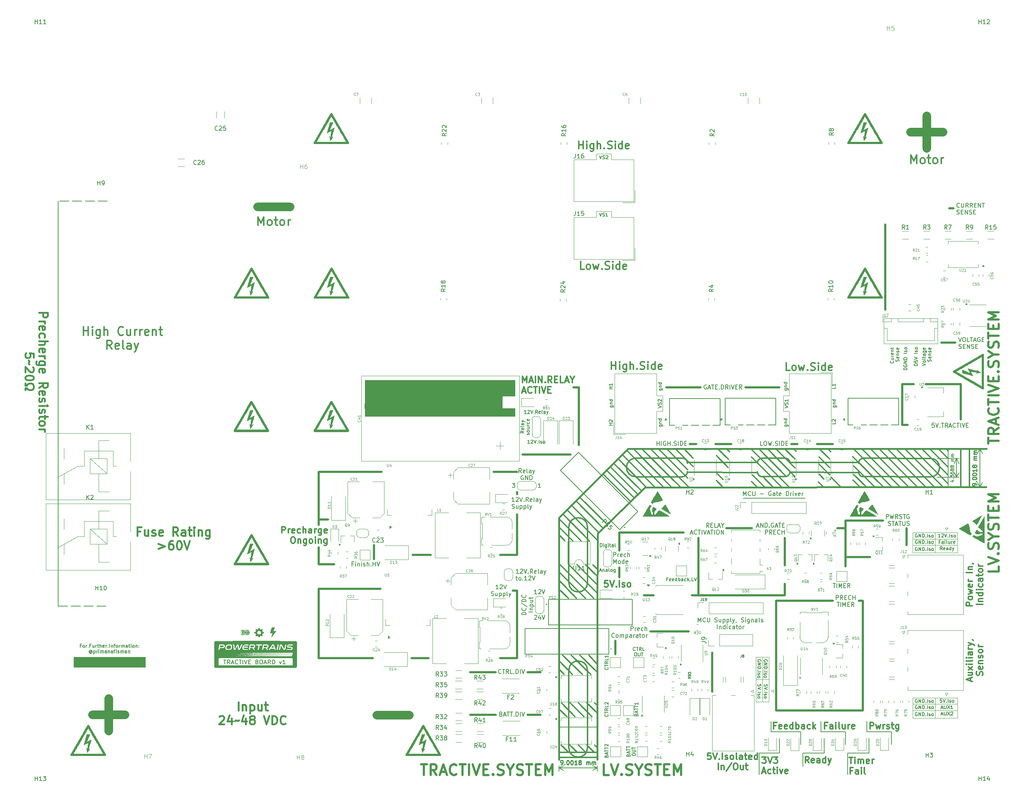
<source format=gto>
%TF.GenerationSoftware,KiCad,Pcbnew,9.0.2*%
%TF.CreationDate,2026-01-04T16:23:37+07:00*%
%TF.ProjectId,Controller48V,436f6e74-726f-46c6-9c65-723438562e6b,rev?*%
%TF.SameCoordinates,Original*%
%TF.FileFunction,Legend,Top*%
%TF.FilePolarity,Positive*%
%FSLAX46Y46*%
G04 Gerber Fmt 4.6, Leading zero omitted, Abs format (unit mm)*
G04 Created by KiCad (PCBNEW 9.0.2) date 2026-01-04 16:23:37*
%MOMM*%
%LPD*%
G01*
G04 APERTURE LIST*
%ADD10C,0.100000*%
%ADD11C,0.500000*%
%ADD12C,0.300000*%
%ADD13C,0.200000*%
%ADD14C,0.400000*%
%ADD15C,0.150000*%
%ADD16C,0.160000*%
%ADD17C,0.360000*%
%ADD18C,2.000000*%
%ADD19C,0.250000*%
%ADD20C,0.180000*%
%ADD21C,0.120000*%
%ADD22C,0.152400*%
%ADD23C,0.010000*%
%ADD24C,0.127000*%
%ADD25C,0.000000*%
G04 APERTURE END LIST*
D10*
X300250000Y-211750000D02*
X300250000Y-213250000D01*
D11*
X202500000Y-202500000D02*
X196500000Y-202500000D01*
D10*
X305500000Y-174500000D02*
X305500000Y-173000000D01*
D12*
X271386711Y-159156046D02*
X262327755Y-150097780D01*
X288691188Y-156688844D02*
G75*
G02*
X287517654Y-155517163I-1888J1171644D01*
G01*
X247419318Y-153300766D02*
X263832273Y-153349676D01*
D11*
X250000000Y-184500000D02*
X250000000Y-171000000D01*
D12*
X224012488Y-220242693D02*
X224012488Y-202079049D01*
D13*
X289500000Y-216500000D02*
X289500000Y-214000000D01*
D12*
X308421022Y-154336879D02*
X304229381Y-150130795D01*
D10*
X305500000Y-169750000D02*
X305500000Y-173000000D01*
D12*
X226312483Y-179977226D02*
X223620752Y-177347079D01*
D10*
X305500000Y-171250000D02*
X300250000Y-171250000D01*
D12*
X283351387Y-159126069D02*
X281043163Y-156818062D01*
D10*
X305500000Y-211500000D02*
X300250000Y-211500000D01*
D12*
X225074144Y-212927711D02*
X221905812Y-209741384D01*
X234932290Y-161592207D02*
X228418538Y-155102536D01*
D11*
X268250000Y-211500000D02*
X288500000Y-211500000D01*
D10*
X310750000Y-169750000D02*
X310750000Y-173000000D01*
D12*
X270598105Y-156632057D02*
X264195385Y-150184506D01*
D10*
X310750000Y-169750000D02*
X305500000Y-169750000D01*
D14*
X217370016Y-166294469D02*
X217320911Y-206343636D01*
D12*
X307327039Y-159132782D02*
X298333032Y-150130685D01*
D11*
X282500000Y-168750000D02*
X284500000Y-168750000D01*
X174000000Y-172750000D02*
X174000000Y-176000000D01*
D12*
X226346651Y-178333000D02*
X225329129Y-177338757D01*
X272873774Y-150720000D02*
X272276213Y-150123398D01*
X304315600Y-152381200D02*
X288596079Y-152334442D01*
D11*
X257737143Y-149000000D02*
X253987143Y-149000000D01*
D12*
X247500000Y-157000000D02*
X240636308Y-150133918D01*
X219511136Y-185188361D02*
X217354241Y-183042095D01*
X223151524Y-212924813D02*
X219915671Y-209714813D01*
X270306731Y-152311122D02*
X264994021Y-152310716D01*
D11*
X299000000Y-144500000D02*
X297750000Y-144500000D01*
D12*
X220537495Y-171687744D02*
X217335677Y-168467741D01*
X267480703Y-159070339D02*
X265171132Y-156760986D01*
X219639457Y-181500000D02*
X219633895Y-168500000D01*
X271527296Y-155620723D02*
X287527296Y-155667194D01*
X222477103Y-171683669D02*
X217323857Y-166541819D01*
D11*
X269000000Y-135750000D02*
X261000000Y-135750000D01*
D12*
X226216392Y-212002369D02*
X223884338Y-209713691D01*
X235701504Y-160701477D02*
X229480960Y-154478613D01*
X224012193Y-181510495D02*
G75*
G02*
X219643393Y-181510495I-2184400J0D01*
G01*
X247440466Y-155641576D02*
X263853421Y-155690486D01*
X228504651Y-167742298D02*
X222178074Y-161440161D01*
D10*
X305500000Y-213250000D02*
X305500000Y-211750000D01*
D13*
X269000000Y-221500000D02*
X264250000Y-221500000D01*
D12*
X237828257Y-159147269D02*
X231189446Y-152509082D01*
X224012193Y-181510495D02*
X224008257Y-168487599D01*
D13*
X267000000Y-216500000D02*
X274000000Y-216500000D01*
D11*
X207500000Y-175000000D02*
X203500000Y-175000000D01*
X230500000Y-198250000D02*
X230500000Y-195125000D01*
D12*
X226320024Y-171511330D02*
X219220504Y-164439236D01*
D11*
X281500000Y-149000000D02*
X277750000Y-149000000D01*
X161000000Y-155500000D02*
X161000000Y-168000000D01*
D10*
X263500000Y-204250000D02*
X263500000Y-199000000D01*
D15*
X307658518Y-156803523D02*
X306008422Y-156803522D01*
D12*
X221671889Y-221362720D02*
X219882536Y-219599683D01*
D14*
X217370016Y-166294469D02*
X233506681Y-150116427D01*
D11*
X297750000Y-135000000D02*
X297750000Y-144500000D01*
D12*
X220495688Y-203049198D02*
X217504311Y-200020769D01*
X263806774Y-159141498D02*
X262494915Y-157832243D01*
D14*
X226376856Y-170018109D02*
X226320024Y-189367690D01*
D12*
X226396531Y-182157924D02*
X221600306Y-177333669D01*
X308415160Y-152303805D02*
X306302356Y-150183721D01*
D11*
X246500000Y-169750000D02*
X231500000Y-169750000D01*
D13*
X111500000Y-92000000D02*
X109300000Y-92000000D01*
X108500000Y-92000000D02*
X106300000Y-92000000D01*
X105500000Y-92000000D02*
X103300000Y-92000000D01*
X102500000Y-92000000D02*
X100300000Y-92000000D01*
D10*
X305500000Y-173000000D02*
X305500000Y-169750000D01*
D12*
X239784330Y-159121397D02*
X232168922Y-151506705D01*
D14*
X233500000Y-150116427D02*
X317500000Y-150131529D01*
D12*
X279377335Y-159144716D02*
X278102429Y-157869930D01*
D13*
X264250000Y-221500000D02*
X264250000Y-226500000D01*
D12*
X308432286Y-158230206D02*
X300324662Y-150130801D01*
X287774408Y-159024335D02*
X286225592Y-157475664D01*
D11*
X207500000Y-175000000D02*
X207500000Y-165500000D01*
D12*
X311500000Y-159143449D02*
X311500000Y-150126449D01*
X289292817Y-159027901D02*
X286437405Y-156223602D01*
X219643688Y-220250000D02*
X219643688Y-202079049D01*
X223530909Y-185179589D02*
X217501864Y-179191204D01*
D11*
X311500000Y-135000000D02*
X311500000Y-143250000D01*
D12*
X222821768Y-203049198D02*
X218180953Y-198510883D01*
D11*
X293750000Y-97500000D02*
X293750000Y-117500000D01*
D12*
X217323308Y-222531120D02*
X226340308Y-222531120D01*
X236657582Y-159977572D02*
X230143830Y-153487901D01*
X217310608Y-221362720D02*
X226327608Y-221362720D01*
D10*
X263500000Y-204250000D02*
X266500000Y-204250000D01*
X310750000Y-171250000D02*
X305500000Y-171250000D01*
D12*
X265582455Y-159141393D02*
X262743204Y-156302409D01*
D10*
X300250000Y-173000000D02*
X300250000Y-174500000D01*
X305500000Y-173000000D02*
X305500000Y-174500000D01*
D12*
X291248890Y-159002029D02*
X286443512Y-154197103D01*
X299219620Y-158999232D02*
X290326757Y-150126644D01*
X227698652Y-168702388D02*
X221302989Y-162331432D01*
D13*
X308500000Y-159106280D02*
X308500000Y-150089280D01*
D12*
X269497199Y-159104886D02*
X262487460Y-152095805D01*
X226330391Y-200687162D02*
X224361294Y-198521591D01*
D13*
X260500000Y-161750000D02*
X275000000Y-161750000D01*
D12*
X226624125Y-169726692D02*
X220228462Y-163355736D01*
X219633859Y-168487599D02*
G75*
G02*
X224002659Y-168487599I2184400J0D01*
G01*
X234049540Y-162389467D02*
X227755668Y-156093248D01*
X301226856Y-159010410D02*
X292319711Y-150104103D01*
D10*
X103630700Y-199000000D02*
X120369300Y-199000000D01*
X120369300Y-201316900D01*
X103630700Y-201316900D01*
X103630700Y-199000000D01*
G36*
X103630700Y-199000000D02*
G01*
X120369300Y-199000000D01*
X120369300Y-201316900D01*
X103630700Y-201316900D01*
X103630700Y-199000000D01*
G37*
D12*
X257005008Y-152576082D02*
X254529270Y-150100577D01*
D11*
X287625000Y-185750000D02*
X288500000Y-185750000D01*
D12*
X243781008Y-159137247D02*
X234759340Y-150116427D01*
X226333834Y-184000000D02*
X219639457Y-177336718D01*
D10*
X265000000Y-204250000D02*
X265000000Y-199000000D01*
D12*
X304291197Y-156712272D02*
X288571676Y-156665514D01*
D11*
X202500000Y-212500000D02*
X196500000Y-212500000D01*
D13*
X285000000Y-221500000D02*
X285000000Y-226500000D01*
D12*
X219643688Y-202079049D02*
G75*
G02*
X224012488Y-202079049I2184400J0D01*
G01*
D11*
X163250000Y-166750000D02*
X161000000Y-166750000D01*
X248500000Y-184500000D02*
X270250000Y-184500000D01*
D13*
X278745727Y-216500000D02*
X284495727Y-216500000D01*
D12*
X226323618Y-220181967D02*
X225687348Y-219601216D01*
D11*
X250500000Y-135750000D02*
X242500000Y-135750000D01*
D13*
X217302657Y-215373469D02*
X226319657Y-215373469D01*
D12*
X264992482Y-156688800D02*
G75*
G02*
X263818998Y-155517119I-1882J1171600D01*
G01*
D11*
X175500000Y-183000000D02*
X161000000Y-183000000D01*
X268250000Y-185750000D02*
X281500000Y-185750000D01*
D12*
X218539782Y-203046556D02*
X217460218Y-201953444D01*
X223565822Y-221329016D02*
X221872677Y-219626254D01*
X224012488Y-220242693D02*
G75*
G02*
X219643688Y-220242693I-2184400J0D01*
G01*
X219163381Y-212936618D02*
X217343021Y-211130802D01*
D10*
X305500000Y-172750000D02*
X300250000Y-172750000D01*
D11*
X207500000Y-183375000D02*
X206500000Y-183375000D01*
D12*
X246222786Y-152326215D02*
X235222786Y-152326215D01*
D10*
X305500000Y-213250000D02*
X310750000Y-213250000D01*
D12*
X225648797Y-221362720D02*
X223851203Y-219598561D01*
D11*
X231500000Y-174000000D02*
X231500000Y-169750000D01*
X268250000Y-211500000D02*
X268250000Y-185750000D01*
D10*
X305500000Y-208500000D02*
X305500000Y-211750000D01*
D13*
X284495727Y-216500000D02*
X284495727Y-219500000D01*
D12*
X304311412Y-152359022D02*
G75*
G02*
X304311412Y-156727778I-12J-2184378D01*
G01*
D14*
X237507200Y-159146770D02*
X317428572Y-159130749D01*
D13*
X100000000Y-92000000D02*
X100000000Y-187000000D01*
D11*
X222000000Y-135750000D02*
X222000000Y-149250000D01*
D12*
X270306731Y-152311122D02*
G75*
G02*
X271480279Y-153482803I1869J-1171678D01*
G01*
D11*
X273250000Y-149000000D02*
X271750000Y-149000000D01*
X161000000Y-199250000D02*
X161000000Y-183000000D01*
D10*
X305500000Y-211750000D02*
X305500000Y-208500000D01*
X300250000Y-211750000D02*
X300250000Y-208500000D01*
D12*
X241802309Y-159128622D02*
X233168526Y-150495651D01*
D11*
X253250000Y-207062500D02*
X253250000Y-197937500D01*
D12*
X303182929Y-158984538D02*
X294302562Y-150105005D01*
X246268400Y-156689647D02*
X235250000Y-156703700D01*
D14*
X226323857Y-189367690D02*
X226340308Y-223000000D01*
D12*
X272591931Y-156598502D02*
X266151458Y-150158634D01*
D13*
X279500000Y-221500000D02*
X274500000Y-221500000D01*
D12*
X217323857Y-200164916D02*
X217332480Y-195664916D01*
X234924193Y-161592207D02*
X228703649Y-155369343D01*
D10*
X310750000Y-172750000D02*
X305500000Y-172750000D01*
D11*
X298750000Y-172750000D02*
X298750000Y-168750000D01*
D10*
X263500000Y-199000000D02*
X266500000Y-199000000D01*
D13*
X267000000Y-216500000D02*
X267000000Y-214000000D01*
D12*
X305240862Y-159045473D02*
X296314477Y-150106373D01*
D11*
X284500000Y-177750000D02*
X284500000Y-167000000D01*
X164688081Y-177250000D02*
X161000000Y-177250000D01*
D12*
X280717244Y-152514543D02*
X278293028Y-150090555D01*
D11*
X311500000Y-135000000D02*
X303250000Y-135000000D01*
D12*
X255741288Y-157293503D02*
X254435647Y-155987985D01*
D11*
X239500000Y-184500000D02*
X237250000Y-184500000D01*
X222000000Y-135750000D02*
X220750000Y-135750000D01*
D10*
X310750000Y-208500000D02*
X310750000Y-211750000D01*
D12*
X246249254Y-152325087D02*
G75*
G02*
X247422815Y-153496768I1946J-1171613D01*
G01*
D10*
X263500000Y-209500000D02*
X263500000Y-204250000D01*
D12*
X256983710Y-154536547D02*
X254205213Y-151758312D01*
D10*
X310750000Y-174500000D02*
X310750000Y-173000000D01*
D13*
X269000000Y-218000000D02*
X269000000Y-221500000D01*
X278745727Y-216500000D02*
X278745727Y-214000000D01*
D12*
X225497348Y-185184450D02*
X217575960Y-177328177D01*
D11*
X310250000Y-125250000D02*
X306875000Y-125250000D01*
D12*
X224773226Y-203049198D02*
X220212235Y-198510883D01*
X271481631Y-155494463D02*
G75*
G02*
X270309950Y-156668033I-1171631J-1937D01*
G01*
D11*
X187250000Y-175000000D02*
X183000000Y-175000000D01*
D12*
X308500000Y-150597780D02*
X308000000Y-150097780D01*
X280707232Y-156210211D02*
X278250000Y-153750000D01*
X248726656Y-154231180D02*
X244610360Y-150115271D01*
D10*
X266500000Y-204250000D02*
X266500000Y-199000000D01*
X305500000Y-169750000D02*
X300250000Y-169750000D01*
X305500000Y-174500000D02*
X310750000Y-174500000D01*
X300250000Y-174500000D02*
X305500000Y-174500000D01*
D13*
X290000000Y-218000000D02*
X290000000Y-221500000D01*
D12*
X279431921Y-157217536D02*
X278346629Y-156132346D01*
X247755060Y-159118600D02*
X238733392Y-150097780D01*
D11*
X213000000Y-202500000D02*
X210000000Y-202500000D01*
D12*
X308427274Y-156245727D02*
X302333461Y-150130918D01*
D11*
X284500000Y-175500000D02*
X290250000Y-175500000D01*
D12*
X218679389Y-171676765D02*
X217373279Y-170375700D01*
D10*
X266500000Y-209500000D02*
X263500000Y-209500000D01*
D14*
X226376856Y-170018109D02*
X237508192Y-159146835D01*
D12*
X224422814Y-171690721D02*
X218223905Y-165438390D01*
X226283891Y-202554027D02*
X222242483Y-198528232D01*
D13*
X279500000Y-218000000D02*
X279500000Y-221500000D01*
D12*
X272605192Y-152500281D02*
X270195239Y-150090555D01*
D11*
X161000000Y-155500000D02*
X175750000Y-155500000D01*
D12*
X221096534Y-212936292D02*
X217903466Y-209725088D01*
D10*
X305500000Y-210000000D02*
X300250000Y-210000000D01*
D13*
X290000000Y-221500000D02*
X285000000Y-221500000D01*
D12*
X257263735Y-150823455D02*
X256547249Y-150107802D01*
X287536771Y-153500000D02*
G75*
G02*
X288708452Y-152326469I1171629J1900D01*
G01*
D10*
X310750000Y-210000000D02*
X305500000Y-210000000D01*
D13*
X289500000Y-216500000D02*
X295250000Y-216500000D01*
D11*
X231500000Y-180250000D02*
X231500000Y-178000000D01*
X213000000Y-212500000D02*
X210000000Y-212500000D01*
D12*
X226323857Y-200164916D02*
X226332480Y-195664916D01*
D11*
X207500000Y-199250000D02*
X207500000Y-183375000D01*
X288500000Y-211500000D02*
X288500000Y-185750000D01*
D12*
X219613194Y-221362720D02*
X217870331Y-219609958D01*
D10*
X305500000Y-208500000D02*
X300250000Y-208500000D01*
D11*
X284500000Y-167000000D02*
X293250000Y-167000000D01*
D12*
X263822340Y-153484255D02*
G75*
G02*
X264994021Y-152310739I1171660J1855D01*
G01*
X293266869Y-159009254D02*
X286201062Y-151944112D01*
X295245568Y-159017879D02*
X286340028Y-150125927D01*
X280973019Y-150759730D02*
X280311007Y-150097780D01*
X297201641Y-158992007D02*
X288295767Y-150126278D01*
D10*
X266500000Y-209500000D02*
X266500000Y-204250000D01*
D12*
X245737081Y-159111375D02*
X236715413Y-150090555D01*
D11*
X208750000Y-151500000D02*
X220000000Y-151500000D01*
X270250000Y-184500000D02*
X270250000Y-181750000D01*
D12*
X248768244Y-152309114D02*
X246589059Y-150123896D01*
D13*
X100000000Y-187000000D02*
X102200000Y-187000000D01*
X103000000Y-187000000D02*
X105200000Y-187000000D01*
X106000000Y-187000000D02*
X108200000Y-187000000D01*
X109000000Y-187000000D02*
X111200000Y-187000000D01*
D11*
X207500000Y-160750000D02*
X207500000Y-160250000D01*
X256500000Y-168750000D02*
X262500000Y-168750000D01*
D12*
X313500000Y-159148529D02*
X313500000Y-150131529D01*
D10*
X310750000Y-211500000D02*
X305500000Y-211500000D01*
D11*
X270250000Y-177500000D02*
X270250000Y-171000000D01*
D12*
X247424304Y-155500363D02*
G75*
G02*
X246252623Y-156673906I-1171604J-1937D01*
G01*
D11*
X202000000Y-155500000D02*
X207500000Y-155500000D01*
D13*
X295250000Y-216500000D02*
X295250000Y-219500000D01*
D10*
X310750000Y-213250000D02*
X310750000Y-211750000D01*
D11*
X238750000Y-193000000D02*
X247750000Y-193000000D01*
X161000000Y-173250000D02*
X161000000Y-177250000D01*
D12*
X235318565Y-156684400D02*
G75*
G02*
X235318565Y-152315600I-65J2184400D01*
G01*
D10*
X300250000Y-213250000D02*
X305500000Y-213250000D01*
D12*
X280709471Y-154488532D02*
X278280594Y-152059883D01*
X270301482Y-156668858D02*
X264988772Y-156668452D01*
D10*
X305500000Y-211750000D02*
X305500000Y-213250000D01*
D11*
X173750000Y-199250000D02*
X161000000Y-199250000D01*
D13*
X274000000Y-216500000D02*
X274000000Y-219500000D01*
D10*
X300250000Y-173000000D02*
X300250000Y-169750000D01*
D13*
X274500000Y-221500000D02*
X274500000Y-224500000D01*
D11*
X249487143Y-149000000D02*
X247987143Y-149000000D01*
X207500000Y-199250000D02*
X203500000Y-199250000D01*
X186750000Y-199250000D02*
X182750000Y-199250000D01*
D10*
X310750000Y-208500000D02*
X305500000Y-208500000D01*
D12*
X271500000Y-153326096D02*
X287500000Y-153326815D01*
D10*
X265000000Y-209500000D02*
X265000000Y-204250000D01*
D12*
X226325499Y-210297097D02*
X225689229Y-209716346D01*
D11*
X300500000Y-135000000D02*
X297750000Y-135000000D01*
D12*
X247500000Y-155000000D02*
X242592381Y-150108046D01*
D11*
X309750000Y-93750000D02*
X308750000Y-93750000D01*
D12*
X255794180Y-159143104D02*
X254227132Y-157571718D01*
X272604731Y-154604744D02*
X268239166Y-150239590D01*
X221379850Y-185188361D02*
X217315245Y-180917034D01*
D14*
X217320911Y-206343636D02*
X217323308Y-223000000D01*
D15*
X307655200Y-152437849D02*
X306005104Y-152437848D01*
D16*
X270254584Y-136018712D02*
X270902203Y-136018712D01*
X270902203Y-136018712D02*
X270978394Y-136056807D01*
X270978394Y-136056807D02*
X271016489Y-136094903D01*
X271016489Y-136094903D02*
X271054584Y-136171093D01*
X271054584Y-136171093D02*
X271054584Y-136285379D01*
X271054584Y-136285379D02*
X271016489Y-136361569D01*
X270749823Y-136018712D02*
X270787918Y-136094903D01*
X270787918Y-136094903D02*
X270787918Y-136247284D01*
X270787918Y-136247284D02*
X270749823Y-136323474D01*
X270749823Y-136323474D02*
X270711727Y-136361569D01*
X270711727Y-136361569D02*
X270635537Y-136399665D01*
X270635537Y-136399665D02*
X270406965Y-136399665D01*
X270406965Y-136399665D02*
X270330775Y-136361569D01*
X270330775Y-136361569D02*
X270292680Y-136323474D01*
X270292680Y-136323474D02*
X270254584Y-136247284D01*
X270254584Y-136247284D02*
X270254584Y-136094903D01*
X270254584Y-136094903D02*
X270292680Y-136018712D01*
X270254584Y-135637759D02*
X270787918Y-135637759D01*
X270330775Y-135637759D02*
X270292680Y-135599664D01*
X270292680Y-135599664D02*
X270254584Y-135523474D01*
X270254584Y-135523474D02*
X270254584Y-135409188D01*
X270254584Y-135409188D02*
X270292680Y-135332997D01*
X270292680Y-135332997D02*
X270368870Y-135294902D01*
X270368870Y-135294902D02*
X270787918Y-135294902D01*
X270787918Y-134571092D02*
X269987918Y-134571092D01*
X270749823Y-134571092D02*
X270787918Y-134647283D01*
X270787918Y-134647283D02*
X270787918Y-134799664D01*
X270787918Y-134799664D02*
X270749823Y-134875854D01*
X270749823Y-134875854D02*
X270711727Y-134913949D01*
X270711727Y-134913949D02*
X270635537Y-134952045D01*
X270635537Y-134952045D02*
X270406965Y-134952045D01*
X270406965Y-134952045D02*
X270330775Y-134913949D01*
X270330775Y-134913949D02*
X270292680Y-134875854D01*
X270292680Y-134875854D02*
X270254584Y-134799664D01*
X270254584Y-134799664D02*
X270254584Y-134647283D01*
X270254584Y-134647283D02*
X270292680Y-134571092D01*
D17*
X223250000Y-108010994D02*
X222392857Y-108010994D01*
X222392857Y-108010994D02*
X222392857Y-106210994D01*
X224107143Y-108010994D02*
X223935714Y-107925280D01*
X223935714Y-107925280D02*
X223850000Y-107839565D01*
X223850000Y-107839565D02*
X223764286Y-107668137D01*
X223764286Y-107668137D02*
X223764286Y-107153851D01*
X223764286Y-107153851D02*
X223850000Y-106982422D01*
X223850000Y-106982422D02*
X223935714Y-106896708D01*
X223935714Y-106896708D02*
X224107143Y-106810994D01*
X224107143Y-106810994D02*
X224364286Y-106810994D01*
X224364286Y-106810994D02*
X224535714Y-106896708D01*
X224535714Y-106896708D02*
X224621429Y-106982422D01*
X224621429Y-106982422D02*
X224707143Y-107153851D01*
X224707143Y-107153851D02*
X224707143Y-107668137D01*
X224707143Y-107668137D02*
X224621429Y-107839565D01*
X224621429Y-107839565D02*
X224535714Y-107925280D01*
X224535714Y-107925280D02*
X224364286Y-108010994D01*
X224364286Y-108010994D02*
X224107143Y-108010994D01*
X225307142Y-106810994D02*
X225650000Y-108010994D01*
X225650000Y-108010994D02*
X225992857Y-107153851D01*
X225992857Y-107153851D02*
X226335714Y-108010994D01*
X226335714Y-108010994D02*
X226678571Y-106810994D01*
X227364285Y-107839565D02*
X227449999Y-107925280D01*
X227449999Y-107925280D02*
X227364285Y-108010994D01*
X227364285Y-108010994D02*
X227278571Y-107925280D01*
X227278571Y-107925280D02*
X227364285Y-107839565D01*
X227364285Y-107839565D02*
X227364285Y-108010994D01*
X228135714Y-107925280D02*
X228392857Y-108010994D01*
X228392857Y-108010994D02*
X228821428Y-108010994D01*
X228821428Y-108010994D02*
X228992857Y-107925280D01*
X228992857Y-107925280D02*
X229078571Y-107839565D01*
X229078571Y-107839565D02*
X229164285Y-107668137D01*
X229164285Y-107668137D02*
X229164285Y-107496708D01*
X229164285Y-107496708D02*
X229078571Y-107325280D01*
X229078571Y-107325280D02*
X228992857Y-107239565D01*
X228992857Y-107239565D02*
X228821428Y-107153851D01*
X228821428Y-107153851D02*
X228478571Y-107068137D01*
X228478571Y-107068137D02*
X228307142Y-106982422D01*
X228307142Y-106982422D02*
X228221428Y-106896708D01*
X228221428Y-106896708D02*
X228135714Y-106725280D01*
X228135714Y-106725280D02*
X228135714Y-106553851D01*
X228135714Y-106553851D02*
X228221428Y-106382422D01*
X228221428Y-106382422D02*
X228307142Y-106296708D01*
X228307142Y-106296708D02*
X228478571Y-106210994D01*
X228478571Y-106210994D02*
X228907142Y-106210994D01*
X228907142Y-106210994D02*
X229164285Y-106296708D01*
X229935714Y-108010994D02*
X229935714Y-106810994D01*
X229935714Y-106210994D02*
X229850000Y-106296708D01*
X229850000Y-106296708D02*
X229935714Y-106382422D01*
X229935714Y-106382422D02*
X230021428Y-106296708D01*
X230021428Y-106296708D02*
X229935714Y-106210994D01*
X229935714Y-106210994D02*
X229935714Y-106382422D01*
X231564286Y-108010994D02*
X231564286Y-106210994D01*
X231564286Y-107925280D02*
X231392857Y-108010994D01*
X231392857Y-108010994D02*
X231050000Y-108010994D01*
X231050000Y-108010994D02*
X230878571Y-107925280D01*
X230878571Y-107925280D02*
X230792857Y-107839565D01*
X230792857Y-107839565D02*
X230707143Y-107668137D01*
X230707143Y-107668137D02*
X230707143Y-107153851D01*
X230707143Y-107153851D02*
X230792857Y-106982422D01*
X230792857Y-106982422D02*
X230878571Y-106896708D01*
X230878571Y-106896708D02*
X231050000Y-106810994D01*
X231050000Y-106810994D02*
X231392857Y-106810994D01*
X231392857Y-106810994D02*
X231564286Y-106896708D01*
X233107142Y-107925280D02*
X232935714Y-108010994D01*
X232935714Y-108010994D02*
X232592857Y-108010994D01*
X232592857Y-108010994D02*
X232421428Y-107925280D01*
X232421428Y-107925280D02*
X232335714Y-107753851D01*
X232335714Y-107753851D02*
X232335714Y-107068137D01*
X232335714Y-107068137D02*
X232421428Y-106896708D01*
X232421428Y-106896708D02*
X232592857Y-106810994D01*
X232592857Y-106810994D02*
X232935714Y-106810994D01*
X232935714Y-106810994D02*
X233107142Y-106896708D01*
X233107142Y-106896708D02*
X233192857Y-107068137D01*
X233192857Y-107068137D02*
X233192857Y-107239565D01*
X233192857Y-107239565D02*
X232335714Y-107410994D01*
D16*
X229861775Y-144585854D02*
X229061775Y-144585854D01*
X229442727Y-144585854D02*
X229442727Y-144128711D01*
X229861775Y-144128711D02*
X229061775Y-144128711D01*
X229137965Y-143785855D02*
X229099870Y-143747759D01*
X229099870Y-143747759D02*
X229061775Y-143671569D01*
X229061775Y-143671569D02*
X229061775Y-143481093D01*
X229061775Y-143481093D02*
X229099870Y-143404902D01*
X229099870Y-143404902D02*
X229137965Y-143366807D01*
X229137965Y-143366807D02*
X229214156Y-143328712D01*
X229214156Y-143328712D02*
X229290346Y-143328712D01*
X229290346Y-143328712D02*
X229404632Y-143366807D01*
X229404632Y-143366807D02*
X229861775Y-143823950D01*
X229861775Y-143823950D02*
X229861775Y-143328712D01*
X301361775Y-130614285D02*
X300561775Y-130614285D01*
X300561775Y-130614285D02*
X300561775Y-130423809D01*
X300561775Y-130423809D02*
X300599870Y-130309523D01*
X300599870Y-130309523D02*
X300676060Y-130233333D01*
X300676060Y-130233333D02*
X300752251Y-130195238D01*
X300752251Y-130195238D02*
X300904632Y-130157142D01*
X300904632Y-130157142D02*
X301018918Y-130157142D01*
X301018918Y-130157142D02*
X301171299Y-130195238D01*
X301171299Y-130195238D02*
X301247489Y-130233333D01*
X301247489Y-130233333D02*
X301323680Y-130309523D01*
X301323680Y-130309523D02*
X301361775Y-130423809D01*
X301361775Y-130423809D02*
X301361775Y-130614285D01*
X300561775Y-129433333D02*
X300561775Y-129814285D01*
X300561775Y-129814285D02*
X300942727Y-129852381D01*
X300942727Y-129852381D02*
X300904632Y-129814285D01*
X300904632Y-129814285D02*
X300866537Y-129738095D01*
X300866537Y-129738095D02*
X300866537Y-129547619D01*
X300866537Y-129547619D02*
X300904632Y-129471428D01*
X300904632Y-129471428D02*
X300942727Y-129433333D01*
X300942727Y-129433333D02*
X301018918Y-129395238D01*
X301018918Y-129395238D02*
X301209394Y-129395238D01*
X301209394Y-129395238D02*
X301285584Y-129433333D01*
X301285584Y-129433333D02*
X301323680Y-129471428D01*
X301323680Y-129471428D02*
X301361775Y-129547619D01*
X301361775Y-129547619D02*
X301361775Y-129738095D01*
X301361775Y-129738095D02*
X301323680Y-129814285D01*
X301323680Y-129814285D02*
X301285584Y-129852381D01*
X300561775Y-129166666D02*
X301361775Y-128899999D01*
X301361775Y-128899999D02*
X300561775Y-128633333D01*
X301361775Y-127757142D02*
X300561775Y-127757142D01*
X301323680Y-127414286D02*
X301361775Y-127338095D01*
X301361775Y-127338095D02*
X301361775Y-127185714D01*
X301361775Y-127185714D02*
X301323680Y-127109524D01*
X301323680Y-127109524D02*
X301247489Y-127071428D01*
X301247489Y-127071428D02*
X301209394Y-127071428D01*
X301209394Y-127071428D02*
X301133203Y-127109524D01*
X301133203Y-127109524D02*
X301095108Y-127185714D01*
X301095108Y-127185714D02*
X301095108Y-127300000D01*
X301095108Y-127300000D02*
X301057013Y-127376190D01*
X301057013Y-127376190D02*
X300980822Y-127414286D01*
X300980822Y-127414286D02*
X300942727Y-127414286D01*
X300942727Y-127414286D02*
X300866537Y-127376190D01*
X300866537Y-127376190D02*
X300828441Y-127300000D01*
X300828441Y-127300000D02*
X300828441Y-127185714D01*
X300828441Y-127185714D02*
X300866537Y-127109524D01*
X301361775Y-126614286D02*
X301323680Y-126690476D01*
X301323680Y-126690476D02*
X301285584Y-126728571D01*
X301285584Y-126728571D02*
X301209394Y-126766667D01*
X301209394Y-126766667D02*
X300980822Y-126766667D01*
X300980822Y-126766667D02*
X300904632Y-126728571D01*
X300904632Y-126728571D02*
X300866537Y-126690476D01*
X300866537Y-126690476D02*
X300828441Y-126614286D01*
X300828441Y-126614286D02*
X300828441Y-126500000D01*
X300828441Y-126500000D02*
X300866537Y-126423809D01*
X300866537Y-126423809D02*
X300904632Y-126385714D01*
X300904632Y-126385714D02*
X300980822Y-126347619D01*
X300980822Y-126347619D02*
X301209394Y-126347619D01*
X301209394Y-126347619D02*
X301285584Y-126385714D01*
X301285584Y-126385714D02*
X301323680Y-126423809D01*
X301323680Y-126423809D02*
X301361775Y-126500000D01*
X301361775Y-126500000D02*
X301361775Y-126614286D01*
X264688224Y-205780952D02*
X264688224Y-205400000D01*
X264688224Y-205400000D02*
X264307272Y-205361904D01*
X264307272Y-205361904D02*
X264345367Y-205400000D01*
X264345367Y-205400000D02*
X264383462Y-205476190D01*
X264383462Y-205476190D02*
X264383462Y-205666666D01*
X264383462Y-205666666D02*
X264345367Y-205742857D01*
X264345367Y-205742857D02*
X264307272Y-205780952D01*
X264307272Y-205780952D02*
X264231081Y-205819047D01*
X264231081Y-205819047D02*
X264040605Y-205819047D01*
X264040605Y-205819047D02*
X263964415Y-205780952D01*
X263964415Y-205780952D02*
X263926320Y-205742857D01*
X263926320Y-205742857D02*
X263888224Y-205666666D01*
X263888224Y-205666666D02*
X263888224Y-205476190D01*
X263888224Y-205476190D02*
X263926320Y-205400000D01*
X263926320Y-205400000D02*
X263964415Y-205361904D01*
X264688224Y-206047619D02*
X263888224Y-206314286D01*
X263888224Y-206314286D02*
X264688224Y-206580952D01*
X263964415Y-206847619D02*
X263926320Y-206885714D01*
X263926320Y-206885714D02*
X263888224Y-206847619D01*
X263888224Y-206847619D02*
X263926320Y-206809523D01*
X263926320Y-206809523D02*
X263964415Y-206847619D01*
X263964415Y-206847619D02*
X263888224Y-206847619D01*
X263888224Y-207228571D02*
X264688224Y-207228571D01*
X263926320Y-207571427D02*
X263888224Y-207647618D01*
X263888224Y-207647618D02*
X263888224Y-207799999D01*
X263888224Y-207799999D02*
X263926320Y-207876189D01*
X263926320Y-207876189D02*
X264002510Y-207914285D01*
X264002510Y-207914285D02*
X264040605Y-207914285D01*
X264040605Y-207914285D02*
X264116796Y-207876189D01*
X264116796Y-207876189D02*
X264154891Y-207799999D01*
X264154891Y-207799999D02*
X264154891Y-207685713D01*
X264154891Y-207685713D02*
X264192986Y-207609523D01*
X264192986Y-207609523D02*
X264269177Y-207571427D01*
X264269177Y-207571427D02*
X264307272Y-207571427D01*
X264307272Y-207571427D02*
X264383462Y-207609523D01*
X264383462Y-207609523D02*
X264421558Y-207685713D01*
X264421558Y-207685713D02*
X264421558Y-207799999D01*
X264421558Y-207799999D02*
X264383462Y-207876189D01*
X263888224Y-208371427D02*
X263926320Y-208295237D01*
X263926320Y-208295237D02*
X263964415Y-208257142D01*
X263964415Y-208257142D02*
X264040605Y-208219046D01*
X264040605Y-208219046D02*
X264269177Y-208219046D01*
X264269177Y-208219046D02*
X264345367Y-208257142D01*
X264345367Y-208257142D02*
X264383462Y-208295237D01*
X264383462Y-208295237D02*
X264421558Y-208371427D01*
X264421558Y-208371427D02*
X264421558Y-208485713D01*
X264421558Y-208485713D02*
X264383462Y-208561904D01*
X264383462Y-208561904D02*
X264345367Y-208599999D01*
X264345367Y-208599999D02*
X264269177Y-208638094D01*
X264269177Y-208638094D02*
X264040605Y-208638094D01*
X264040605Y-208638094D02*
X263964415Y-208599999D01*
X263964415Y-208599999D02*
X263926320Y-208561904D01*
X263926320Y-208561904D02*
X263888224Y-208485713D01*
X263888224Y-208485713D02*
X263888224Y-208371427D01*
X226795285Y-94818461D02*
X227061952Y-95618461D01*
X227061952Y-95618461D02*
X227328618Y-94818461D01*
X227557189Y-95580366D02*
X227671475Y-95618461D01*
X227671475Y-95618461D02*
X227861951Y-95618461D01*
X227861951Y-95618461D02*
X227938142Y-95580366D01*
X227938142Y-95580366D02*
X227976237Y-95542270D01*
X227976237Y-95542270D02*
X228014332Y-95466080D01*
X228014332Y-95466080D02*
X228014332Y-95389889D01*
X228014332Y-95389889D02*
X227976237Y-95313699D01*
X227976237Y-95313699D02*
X227938142Y-95275604D01*
X227938142Y-95275604D02*
X227861951Y-95237508D01*
X227861951Y-95237508D02*
X227709570Y-95199413D01*
X227709570Y-95199413D02*
X227633380Y-95161318D01*
X227633380Y-95161318D02*
X227595285Y-95123223D01*
X227595285Y-95123223D02*
X227557189Y-95047032D01*
X227557189Y-95047032D02*
X227557189Y-94970842D01*
X227557189Y-94970842D02*
X227595285Y-94894651D01*
X227595285Y-94894651D02*
X227633380Y-94856556D01*
X227633380Y-94856556D02*
X227709570Y-94818461D01*
X227709570Y-94818461D02*
X227900047Y-94818461D01*
X227900047Y-94818461D02*
X228014332Y-94856556D01*
X228776237Y-95618461D02*
X228319094Y-95618461D01*
X228547666Y-95618461D02*
X228547666Y-94818461D01*
X228547666Y-94818461D02*
X228471475Y-94932746D01*
X228471475Y-94932746D02*
X228395285Y-95008937D01*
X228395285Y-95008937D02*
X228319094Y-95047032D01*
X301273026Y-210349870D02*
X301196836Y-210311775D01*
X301196836Y-210311775D02*
X301082550Y-210311775D01*
X301082550Y-210311775D02*
X300968264Y-210349870D01*
X300968264Y-210349870D02*
X300892074Y-210426060D01*
X300892074Y-210426060D02*
X300853979Y-210502251D01*
X300853979Y-210502251D02*
X300815883Y-210654632D01*
X300815883Y-210654632D02*
X300815883Y-210768918D01*
X300815883Y-210768918D02*
X300853979Y-210921299D01*
X300853979Y-210921299D02*
X300892074Y-210997489D01*
X300892074Y-210997489D02*
X300968264Y-211073680D01*
X300968264Y-211073680D02*
X301082550Y-211111775D01*
X301082550Y-211111775D02*
X301158741Y-211111775D01*
X301158741Y-211111775D02*
X301273026Y-211073680D01*
X301273026Y-211073680D02*
X301311122Y-211035584D01*
X301311122Y-211035584D02*
X301311122Y-210768918D01*
X301311122Y-210768918D02*
X301158741Y-210768918D01*
X301653979Y-211111775D02*
X301653979Y-210311775D01*
X301653979Y-210311775D02*
X302111122Y-211111775D01*
X302111122Y-211111775D02*
X302111122Y-210311775D01*
X302492074Y-211111775D02*
X302492074Y-210311775D01*
X302492074Y-210311775D02*
X302682550Y-210311775D01*
X302682550Y-210311775D02*
X302796836Y-210349870D01*
X302796836Y-210349870D02*
X302873026Y-210426060D01*
X302873026Y-210426060D02*
X302911121Y-210502251D01*
X302911121Y-210502251D02*
X302949217Y-210654632D01*
X302949217Y-210654632D02*
X302949217Y-210768918D01*
X302949217Y-210768918D02*
X302911121Y-210921299D01*
X302911121Y-210921299D02*
X302873026Y-210997489D01*
X302873026Y-210997489D02*
X302796836Y-211073680D01*
X302796836Y-211073680D02*
X302682550Y-211111775D01*
X302682550Y-211111775D02*
X302492074Y-211111775D01*
X303292074Y-211035584D02*
X303330169Y-211073680D01*
X303330169Y-211073680D02*
X303292074Y-211111775D01*
X303292074Y-211111775D02*
X303253978Y-211073680D01*
X303253978Y-211073680D02*
X303292074Y-211035584D01*
X303292074Y-211035584D02*
X303292074Y-211111775D01*
X303673026Y-211111775D02*
X303673026Y-210311775D01*
X304015882Y-211073680D02*
X304092073Y-211111775D01*
X304092073Y-211111775D02*
X304244454Y-211111775D01*
X304244454Y-211111775D02*
X304320644Y-211073680D01*
X304320644Y-211073680D02*
X304358740Y-210997489D01*
X304358740Y-210997489D02*
X304358740Y-210959394D01*
X304358740Y-210959394D02*
X304320644Y-210883203D01*
X304320644Y-210883203D02*
X304244454Y-210845108D01*
X304244454Y-210845108D02*
X304130168Y-210845108D01*
X304130168Y-210845108D02*
X304053978Y-210807013D01*
X304053978Y-210807013D02*
X304015882Y-210730822D01*
X304015882Y-210730822D02*
X304015882Y-210692727D01*
X304015882Y-210692727D02*
X304053978Y-210616537D01*
X304053978Y-210616537D02*
X304130168Y-210578441D01*
X304130168Y-210578441D02*
X304244454Y-210578441D01*
X304244454Y-210578441D02*
X304320644Y-210616537D01*
X304815882Y-211111775D02*
X304739692Y-211073680D01*
X304739692Y-211073680D02*
X304701597Y-211035584D01*
X304701597Y-211035584D02*
X304663501Y-210959394D01*
X304663501Y-210959394D02*
X304663501Y-210730822D01*
X304663501Y-210730822D02*
X304701597Y-210654632D01*
X304701597Y-210654632D02*
X304739692Y-210616537D01*
X304739692Y-210616537D02*
X304815882Y-210578441D01*
X304815882Y-210578441D02*
X304930168Y-210578441D01*
X304930168Y-210578441D02*
X305006359Y-210616537D01*
X305006359Y-210616537D02*
X305044454Y-210654632D01*
X305044454Y-210654632D02*
X305082549Y-210730822D01*
X305082549Y-210730822D02*
X305082549Y-210959394D01*
X305082549Y-210959394D02*
X305044454Y-211035584D01*
X305044454Y-211035584D02*
X305006359Y-211073680D01*
X305006359Y-211073680D02*
X304930168Y-211111775D01*
X304930168Y-211111775D02*
X304815882Y-211111775D01*
D12*
X275892857Y-223800828D02*
X275392857Y-223086542D01*
X275035714Y-223800828D02*
X275035714Y-222300828D01*
X275035714Y-222300828D02*
X275607143Y-222300828D01*
X275607143Y-222300828D02*
X275750000Y-222372257D01*
X275750000Y-222372257D02*
X275821429Y-222443685D01*
X275821429Y-222443685D02*
X275892857Y-222586542D01*
X275892857Y-222586542D02*
X275892857Y-222800828D01*
X275892857Y-222800828D02*
X275821429Y-222943685D01*
X275821429Y-222943685D02*
X275750000Y-223015114D01*
X275750000Y-223015114D02*
X275607143Y-223086542D01*
X275607143Y-223086542D02*
X275035714Y-223086542D01*
X277107143Y-223729400D02*
X276964286Y-223800828D01*
X276964286Y-223800828D02*
X276678572Y-223800828D01*
X276678572Y-223800828D02*
X276535714Y-223729400D01*
X276535714Y-223729400D02*
X276464286Y-223586542D01*
X276464286Y-223586542D02*
X276464286Y-223015114D01*
X276464286Y-223015114D02*
X276535714Y-222872257D01*
X276535714Y-222872257D02*
X276678572Y-222800828D01*
X276678572Y-222800828D02*
X276964286Y-222800828D01*
X276964286Y-222800828D02*
X277107143Y-222872257D01*
X277107143Y-222872257D02*
X277178572Y-223015114D01*
X277178572Y-223015114D02*
X277178572Y-223157971D01*
X277178572Y-223157971D02*
X276464286Y-223300828D01*
X278464286Y-223800828D02*
X278464286Y-223015114D01*
X278464286Y-223015114D02*
X278392857Y-222872257D01*
X278392857Y-222872257D02*
X278250000Y-222800828D01*
X278250000Y-222800828D02*
X277964286Y-222800828D01*
X277964286Y-222800828D02*
X277821428Y-222872257D01*
X278464286Y-223729400D02*
X278321428Y-223800828D01*
X278321428Y-223800828D02*
X277964286Y-223800828D01*
X277964286Y-223800828D02*
X277821428Y-223729400D01*
X277821428Y-223729400D02*
X277750000Y-223586542D01*
X277750000Y-223586542D02*
X277750000Y-223443685D01*
X277750000Y-223443685D02*
X277821428Y-223300828D01*
X277821428Y-223300828D02*
X277964286Y-223229400D01*
X277964286Y-223229400D02*
X278321428Y-223229400D01*
X278321428Y-223229400D02*
X278464286Y-223157971D01*
X279821429Y-223800828D02*
X279821429Y-222300828D01*
X279821429Y-223729400D02*
X279678571Y-223800828D01*
X279678571Y-223800828D02*
X279392857Y-223800828D01*
X279392857Y-223800828D02*
X279250000Y-223729400D01*
X279250000Y-223729400D02*
X279178571Y-223657971D01*
X279178571Y-223657971D02*
X279107143Y-223515114D01*
X279107143Y-223515114D02*
X279107143Y-223086542D01*
X279107143Y-223086542D02*
X279178571Y-222943685D01*
X279178571Y-222943685D02*
X279250000Y-222872257D01*
X279250000Y-222872257D02*
X279392857Y-222800828D01*
X279392857Y-222800828D02*
X279678571Y-222800828D01*
X279678571Y-222800828D02*
X279821429Y-222872257D01*
X280392857Y-222800828D02*
X280750000Y-223800828D01*
X281107143Y-222800828D02*
X280750000Y-223800828D01*
X280750000Y-223800828D02*
X280607143Y-224157971D01*
X280607143Y-224157971D02*
X280535714Y-224229400D01*
X280535714Y-224229400D02*
X280392857Y-224300828D01*
D13*
X311191101Y-93412036D02*
X311143482Y-93459656D01*
X311143482Y-93459656D02*
X311000625Y-93507275D01*
X311000625Y-93507275D02*
X310905387Y-93507275D01*
X310905387Y-93507275D02*
X310762530Y-93459656D01*
X310762530Y-93459656D02*
X310667292Y-93364417D01*
X310667292Y-93364417D02*
X310619673Y-93269179D01*
X310619673Y-93269179D02*
X310572054Y-93078703D01*
X310572054Y-93078703D02*
X310572054Y-92935846D01*
X310572054Y-92935846D02*
X310619673Y-92745370D01*
X310619673Y-92745370D02*
X310667292Y-92650132D01*
X310667292Y-92650132D02*
X310762530Y-92554894D01*
X310762530Y-92554894D02*
X310905387Y-92507275D01*
X310905387Y-92507275D02*
X311000625Y-92507275D01*
X311000625Y-92507275D02*
X311143482Y-92554894D01*
X311143482Y-92554894D02*
X311191101Y-92602513D01*
X311619673Y-92507275D02*
X311619673Y-93316798D01*
X311619673Y-93316798D02*
X311667292Y-93412036D01*
X311667292Y-93412036D02*
X311714911Y-93459656D01*
X311714911Y-93459656D02*
X311810149Y-93507275D01*
X311810149Y-93507275D02*
X312000625Y-93507275D01*
X312000625Y-93507275D02*
X312095863Y-93459656D01*
X312095863Y-93459656D02*
X312143482Y-93412036D01*
X312143482Y-93412036D02*
X312191101Y-93316798D01*
X312191101Y-93316798D02*
X312191101Y-92507275D01*
X313238720Y-93507275D02*
X312905387Y-93031084D01*
X312667292Y-93507275D02*
X312667292Y-92507275D01*
X312667292Y-92507275D02*
X313048244Y-92507275D01*
X313048244Y-92507275D02*
X313143482Y-92554894D01*
X313143482Y-92554894D02*
X313191101Y-92602513D01*
X313191101Y-92602513D02*
X313238720Y-92697751D01*
X313238720Y-92697751D02*
X313238720Y-92840608D01*
X313238720Y-92840608D02*
X313191101Y-92935846D01*
X313191101Y-92935846D02*
X313143482Y-92983465D01*
X313143482Y-92983465D02*
X313048244Y-93031084D01*
X313048244Y-93031084D02*
X312667292Y-93031084D01*
X314238720Y-93507275D02*
X313905387Y-93031084D01*
X313667292Y-93507275D02*
X313667292Y-92507275D01*
X313667292Y-92507275D02*
X314048244Y-92507275D01*
X314048244Y-92507275D02*
X314143482Y-92554894D01*
X314143482Y-92554894D02*
X314191101Y-92602513D01*
X314191101Y-92602513D02*
X314238720Y-92697751D01*
X314238720Y-92697751D02*
X314238720Y-92840608D01*
X314238720Y-92840608D02*
X314191101Y-92935846D01*
X314191101Y-92935846D02*
X314143482Y-92983465D01*
X314143482Y-92983465D02*
X314048244Y-93031084D01*
X314048244Y-93031084D02*
X313667292Y-93031084D01*
X314667292Y-92983465D02*
X315000625Y-92983465D01*
X315143482Y-93507275D02*
X314667292Y-93507275D01*
X314667292Y-93507275D02*
X314667292Y-92507275D01*
X314667292Y-92507275D02*
X315143482Y-92507275D01*
X315572054Y-93507275D02*
X315572054Y-92507275D01*
X315572054Y-92507275D02*
X316143482Y-93507275D01*
X316143482Y-93507275D02*
X316143482Y-92507275D01*
X316476816Y-92507275D02*
X317048244Y-92507275D01*
X316762530Y-93507275D02*
X316762530Y-92507275D01*
X310572054Y-95069600D02*
X310714911Y-95117219D01*
X310714911Y-95117219D02*
X310953006Y-95117219D01*
X310953006Y-95117219D02*
X311048244Y-95069600D01*
X311048244Y-95069600D02*
X311095863Y-95021980D01*
X311095863Y-95021980D02*
X311143482Y-94926742D01*
X311143482Y-94926742D02*
X311143482Y-94831504D01*
X311143482Y-94831504D02*
X311095863Y-94736266D01*
X311095863Y-94736266D02*
X311048244Y-94688647D01*
X311048244Y-94688647D02*
X310953006Y-94641028D01*
X310953006Y-94641028D02*
X310762530Y-94593409D01*
X310762530Y-94593409D02*
X310667292Y-94545790D01*
X310667292Y-94545790D02*
X310619673Y-94498171D01*
X310619673Y-94498171D02*
X310572054Y-94402933D01*
X310572054Y-94402933D02*
X310572054Y-94307695D01*
X310572054Y-94307695D02*
X310619673Y-94212457D01*
X310619673Y-94212457D02*
X310667292Y-94164838D01*
X310667292Y-94164838D02*
X310762530Y-94117219D01*
X310762530Y-94117219D02*
X311000625Y-94117219D01*
X311000625Y-94117219D02*
X311143482Y-94164838D01*
X311572054Y-94593409D02*
X311905387Y-94593409D01*
X312048244Y-95117219D02*
X311572054Y-95117219D01*
X311572054Y-95117219D02*
X311572054Y-94117219D01*
X311572054Y-94117219D02*
X312048244Y-94117219D01*
X312476816Y-95117219D02*
X312476816Y-94117219D01*
X312476816Y-94117219D02*
X313048244Y-95117219D01*
X313048244Y-95117219D02*
X313048244Y-94117219D01*
X313476816Y-95069600D02*
X313619673Y-95117219D01*
X313619673Y-95117219D02*
X313857768Y-95117219D01*
X313857768Y-95117219D02*
X313953006Y-95069600D01*
X313953006Y-95069600D02*
X314000625Y-95021980D01*
X314000625Y-95021980D02*
X314048244Y-94926742D01*
X314048244Y-94926742D02*
X314048244Y-94831504D01*
X314048244Y-94831504D02*
X314000625Y-94736266D01*
X314000625Y-94736266D02*
X313953006Y-94688647D01*
X313953006Y-94688647D02*
X313857768Y-94641028D01*
X313857768Y-94641028D02*
X313667292Y-94593409D01*
X313667292Y-94593409D02*
X313572054Y-94545790D01*
X313572054Y-94545790D02*
X313524435Y-94498171D01*
X313524435Y-94498171D02*
X313476816Y-94402933D01*
X313476816Y-94402933D02*
X313476816Y-94307695D01*
X313476816Y-94307695D02*
X313524435Y-94212457D01*
X313524435Y-94212457D02*
X313572054Y-94164838D01*
X313572054Y-94164838D02*
X313667292Y-94117219D01*
X313667292Y-94117219D02*
X313905387Y-94117219D01*
X313905387Y-94117219D02*
X314048244Y-94164838D01*
X314476816Y-94593409D02*
X314810149Y-94593409D01*
X314953006Y-95117219D02*
X314476816Y-95117219D01*
X314476816Y-95117219D02*
X314476816Y-94117219D01*
X314476816Y-94117219D02*
X314953006Y-94117219D01*
D16*
X105371327Y-196298750D02*
X105104661Y-196298750D01*
X105104661Y-196717798D02*
X105104661Y-195917798D01*
X105104661Y-195917798D02*
X105485613Y-195917798D01*
X105904660Y-196717798D02*
X105828470Y-196679703D01*
X105828470Y-196679703D02*
X105790375Y-196641607D01*
X105790375Y-196641607D02*
X105752279Y-196565417D01*
X105752279Y-196565417D02*
X105752279Y-196336845D01*
X105752279Y-196336845D02*
X105790375Y-196260655D01*
X105790375Y-196260655D02*
X105828470Y-196222560D01*
X105828470Y-196222560D02*
X105904660Y-196184464D01*
X105904660Y-196184464D02*
X106018946Y-196184464D01*
X106018946Y-196184464D02*
X106095137Y-196222560D01*
X106095137Y-196222560D02*
X106133232Y-196260655D01*
X106133232Y-196260655D02*
X106171327Y-196336845D01*
X106171327Y-196336845D02*
X106171327Y-196565417D01*
X106171327Y-196565417D02*
X106133232Y-196641607D01*
X106133232Y-196641607D02*
X106095137Y-196679703D01*
X106095137Y-196679703D02*
X106018946Y-196717798D01*
X106018946Y-196717798D02*
X105904660Y-196717798D01*
X106514185Y-196717798D02*
X106514185Y-196184464D01*
X106514185Y-196336845D02*
X106552280Y-196260655D01*
X106552280Y-196260655D02*
X106590375Y-196222560D01*
X106590375Y-196222560D02*
X106666566Y-196184464D01*
X106666566Y-196184464D02*
X106742756Y-196184464D01*
X107009423Y-196641607D02*
X107047518Y-196679703D01*
X107047518Y-196679703D02*
X107009423Y-196717798D01*
X107009423Y-196717798D02*
X106971327Y-196679703D01*
X106971327Y-196679703D02*
X107009423Y-196641607D01*
X107009423Y-196641607D02*
X107009423Y-196717798D01*
X107657041Y-196298750D02*
X107390375Y-196298750D01*
X107390375Y-196717798D02*
X107390375Y-195917798D01*
X107390375Y-195917798D02*
X107771327Y-195917798D01*
X108418946Y-196184464D02*
X108418946Y-196717798D01*
X108076089Y-196184464D02*
X108076089Y-196603512D01*
X108076089Y-196603512D02*
X108114184Y-196679703D01*
X108114184Y-196679703D02*
X108190374Y-196717798D01*
X108190374Y-196717798D02*
X108304660Y-196717798D01*
X108304660Y-196717798D02*
X108380851Y-196679703D01*
X108380851Y-196679703D02*
X108418946Y-196641607D01*
X108799899Y-196717798D02*
X108799899Y-196184464D01*
X108799899Y-196336845D02*
X108837994Y-196260655D01*
X108837994Y-196260655D02*
X108876089Y-196222560D01*
X108876089Y-196222560D02*
X108952280Y-196184464D01*
X108952280Y-196184464D02*
X109028470Y-196184464D01*
X109180851Y-196184464D02*
X109485613Y-196184464D01*
X109295137Y-195917798D02*
X109295137Y-196603512D01*
X109295137Y-196603512D02*
X109333232Y-196679703D01*
X109333232Y-196679703D02*
X109409422Y-196717798D01*
X109409422Y-196717798D02*
X109485613Y-196717798D01*
X109752280Y-196717798D02*
X109752280Y-195917798D01*
X110095137Y-196717798D02*
X110095137Y-196298750D01*
X110095137Y-196298750D02*
X110057042Y-196222560D01*
X110057042Y-196222560D02*
X109980851Y-196184464D01*
X109980851Y-196184464D02*
X109866565Y-196184464D01*
X109866565Y-196184464D02*
X109790375Y-196222560D01*
X109790375Y-196222560D02*
X109752280Y-196260655D01*
X110780852Y-196679703D02*
X110704661Y-196717798D01*
X110704661Y-196717798D02*
X110552280Y-196717798D01*
X110552280Y-196717798D02*
X110476090Y-196679703D01*
X110476090Y-196679703D02*
X110437994Y-196603512D01*
X110437994Y-196603512D02*
X110437994Y-196298750D01*
X110437994Y-196298750D02*
X110476090Y-196222560D01*
X110476090Y-196222560D02*
X110552280Y-196184464D01*
X110552280Y-196184464D02*
X110704661Y-196184464D01*
X110704661Y-196184464D02*
X110780852Y-196222560D01*
X110780852Y-196222560D02*
X110818947Y-196298750D01*
X110818947Y-196298750D02*
X110818947Y-196374941D01*
X110818947Y-196374941D02*
X110437994Y-196451131D01*
X111161804Y-196717798D02*
X111161804Y-196184464D01*
X111161804Y-196336845D02*
X111199899Y-196260655D01*
X111199899Y-196260655D02*
X111237994Y-196222560D01*
X111237994Y-196222560D02*
X111314185Y-196184464D01*
X111314185Y-196184464D02*
X111390375Y-196184464D01*
X111657042Y-196641607D02*
X111695137Y-196679703D01*
X111695137Y-196679703D02*
X111657042Y-196717798D01*
X111657042Y-196717798D02*
X111618946Y-196679703D01*
X111618946Y-196679703D02*
X111657042Y-196641607D01*
X111657042Y-196641607D02*
X111657042Y-196717798D01*
X112037994Y-196717798D02*
X112037994Y-195917798D01*
X112418946Y-196184464D02*
X112418946Y-196717798D01*
X112418946Y-196260655D02*
X112457041Y-196222560D01*
X112457041Y-196222560D02*
X112533231Y-196184464D01*
X112533231Y-196184464D02*
X112647517Y-196184464D01*
X112647517Y-196184464D02*
X112723708Y-196222560D01*
X112723708Y-196222560D02*
X112761803Y-196298750D01*
X112761803Y-196298750D02*
X112761803Y-196717798D01*
X113028470Y-196184464D02*
X113333232Y-196184464D01*
X113142756Y-196717798D02*
X113142756Y-196032083D01*
X113142756Y-196032083D02*
X113180851Y-195955893D01*
X113180851Y-195955893D02*
X113257041Y-195917798D01*
X113257041Y-195917798D02*
X113333232Y-195917798D01*
X113714184Y-196717798D02*
X113637994Y-196679703D01*
X113637994Y-196679703D02*
X113599899Y-196641607D01*
X113599899Y-196641607D02*
X113561803Y-196565417D01*
X113561803Y-196565417D02*
X113561803Y-196336845D01*
X113561803Y-196336845D02*
X113599899Y-196260655D01*
X113599899Y-196260655D02*
X113637994Y-196222560D01*
X113637994Y-196222560D02*
X113714184Y-196184464D01*
X113714184Y-196184464D02*
X113828470Y-196184464D01*
X113828470Y-196184464D02*
X113904661Y-196222560D01*
X113904661Y-196222560D02*
X113942756Y-196260655D01*
X113942756Y-196260655D02*
X113980851Y-196336845D01*
X113980851Y-196336845D02*
X113980851Y-196565417D01*
X113980851Y-196565417D02*
X113942756Y-196641607D01*
X113942756Y-196641607D02*
X113904661Y-196679703D01*
X113904661Y-196679703D02*
X113828470Y-196717798D01*
X113828470Y-196717798D02*
X113714184Y-196717798D01*
X114323709Y-196717798D02*
X114323709Y-196184464D01*
X114323709Y-196336845D02*
X114361804Y-196260655D01*
X114361804Y-196260655D02*
X114399899Y-196222560D01*
X114399899Y-196222560D02*
X114476090Y-196184464D01*
X114476090Y-196184464D02*
X114552280Y-196184464D01*
X114818947Y-196717798D02*
X114818947Y-196184464D01*
X114818947Y-196260655D02*
X114857042Y-196222560D01*
X114857042Y-196222560D02*
X114933232Y-196184464D01*
X114933232Y-196184464D02*
X115047518Y-196184464D01*
X115047518Y-196184464D02*
X115123709Y-196222560D01*
X115123709Y-196222560D02*
X115161804Y-196298750D01*
X115161804Y-196298750D02*
X115161804Y-196717798D01*
X115161804Y-196298750D02*
X115199899Y-196222560D01*
X115199899Y-196222560D02*
X115276090Y-196184464D01*
X115276090Y-196184464D02*
X115390375Y-196184464D01*
X115390375Y-196184464D02*
X115466566Y-196222560D01*
X115466566Y-196222560D02*
X115504661Y-196298750D01*
X115504661Y-196298750D02*
X115504661Y-196717798D01*
X116228471Y-196717798D02*
X116228471Y-196298750D01*
X116228471Y-196298750D02*
X116190376Y-196222560D01*
X116190376Y-196222560D02*
X116114185Y-196184464D01*
X116114185Y-196184464D02*
X115961804Y-196184464D01*
X115961804Y-196184464D02*
X115885614Y-196222560D01*
X116228471Y-196679703D02*
X116152280Y-196717798D01*
X116152280Y-196717798D02*
X115961804Y-196717798D01*
X115961804Y-196717798D02*
X115885614Y-196679703D01*
X115885614Y-196679703D02*
X115847518Y-196603512D01*
X115847518Y-196603512D02*
X115847518Y-196527322D01*
X115847518Y-196527322D02*
X115885614Y-196451131D01*
X115885614Y-196451131D02*
X115961804Y-196413036D01*
X115961804Y-196413036D02*
X116152280Y-196413036D01*
X116152280Y-196413036D02*
X116228471Y-196374941D01*
X116495138Y-196184464D02*
X116799900Y-196184464D01*
X116609424Y-195917798D02*
X116609424Y-196603512D01*
X116609424Y-196603512D02*
X116647519Y-196679703D01*
X116647519Y-196679703D02*
X116723709Y-196717798D01*
X116723709Y-196717798D02*
X116799900Y-196717798D01*
X117066567Y-196717798D02*
X117066567Y-196184464D01*
X117066567Y-195917798D02*
X117028471Y-195955893D01*
X117028471Y-195955893D02*
X117066567Y-195993988D01*
X117066567Y-195993988D02*
X117104662Y-195955893D01*
X117104662Y-195955893D02*
X117066567Y-195917798D01*
X117066567Y-195917798D02*
X117066567Y-195993988D01*
X117561804Y-196717798D02*
X117485614Y-196679703D01*
X117485614Y-196679703D02*
X117447519Y-196641607D01*
X117447519Y-196641607D02*
X117409423Y-196565417D01*
X117409423Y-196565417D02*
X117409423Y-196336845D01*
X117409423Y-196336845D02*
X117447519Y-196260655D01*
X117447519Y-196260655D02*
X117485614Y-196222560D01*
X117485614Y-196222560D02*
X117561804Y-196184464D01*
X117561804Y-196184464D02*
X117676090Y-196184464D01*
X117676090Y-196184464D02*
X117752281Y-196222560D01*
X117752281Y-196222560D02*
X117790376Y-196260655D01*
X117790376Y-196260655D02*
X117828471Y-196336845D01*
X117828471Y-196336845D02*
X117828471Y-196565417D01*
X117828471Y-196565417D02*
X117790376Y-196641607D01*
X117790376Y-196641607D02*
X117752281Y-196679703D01*
X117752281Y-196679703D02*
X117676090Y-196717798D01*
X117676090Y-196717798D02*
X117561804Y-196717798D01*
X118171329Y-196184464D02*
X118171329Y-196717798D01*
X118171329Y-196260655D02*
X118209424Y-196222560D01*
X118209424Y-196222560D02*
X118285614Y-196184464D01*
X118285614Y-196184464D02*
X118399900Y-196184464D01*
X118399900Y-196184464D02*
X118476091Y-196222560D01*
X118476091Y-196222560D02*
X118514186Y-196298750D01*
X118514186Y-196298750D02*
X118514186Y-196717798D01*
X118895139Y-196641607D02*
X118933234Y-196679703D01*
X118933234Y-196679703D02*
X118895139Y-196717798D01*
X118895139Y-196717798D02*
X118857043Y-196679703D01*
X118857043Y-196679703D02*
X118895139Y-196641607D01*
X118895139Y-196641607D02*
X118895139Y-196717798D01*
X118895139Y-196222560D02*
X118933234Y-196260655D01*
X118933234Y-196260655D02*
X118895139Y-196298750D01*
X118895139Y-196298750D02*
X118857043Y-196260655D01*
X118857043Y-196260655D02*
X118895139Y-196222560D01*
X118895139Y-196222560D02*
X118895139Y-196298750D01*
X107752280Y-197624800D02*
X107714185Y-197586705D01*
X107714185Y-197586705D02*
X107637994Y-197548610D01*
X107637994Y-197548610D02*
X107561804Y-197548610D01*
X107561804Y-197548610D02*
X107485613Y-197586705D01*
X107485613Y-197586705D02*
X107447518Y-197624800D01*
X107447518Y-197624800D02*
X107409423Y-197700991D01*
X107409423Y-197700991D02*
X107409423Y-197777181D01*
X107409423Y-197777181D02*
X107447518Y-197853372D01*
X107447518Y-197853372D02*
X107485613Y-197891467D01*
X107485613Y-197891467D02*
X107561804Y-197929562D01*
X107561804Y-197929562D02*
X107637994Y-197929562D01*
X107637994Y-197929562D02*
X107714185Y-197891467D01*
X107714185Y-197891467D02*
X107752280Y-197853372D01*
X107752280Y-197548610D02*
X107752280Y-197853372D01*
X107752280Y-197853372D02*
X107790375Y-197891467D01*
X107790375Y-197891467D02*
X107828470Y-197891467D01*
X107828470Y-197891467D02*
X107904661Y-197853372D01*
X107904661Y-197853372D02*
X107942756Y-197777181D01*
X107942756Y-197777181D02*
X107942756Y-197586705D01*
X107942756Y-197586705D02*
X107866566Y-197472419D01*
X107866566Y-197472419D02*
X107752280Y-197396229D01*
X107752280Y-197396229D02*
X107599899Y-197358134D01*
X107599899Y-197358134D02*
X107447518Y-197396229D01*
X107447518Y-197396229D02*
X107333232Y-197472419D01*
X107333232Y-197472419D02*
X107257042Y-197586705D01*
X107257042Y-197586705D02*
X107218946Y-197739086D01*
X107218946Y-197739086D02*
X107257042Y-197891467D01*
X107257042Y-197891467D02*
X107333232Y-198005753D01*
X107333232Y-198005753D02*
X107447518Y-198081943D01*
X107447518Y-198081943D02*
X107599899Y-198120038D01*
X107599899Y-198120038D02*
X107752280Y-198081943D01*
X107752280Y-198081943D02*
X107866566Y-198005753D01*
X108285613Y-197472419D02*
X108285613Y-198272419D01*
X108285613Y-197510515D02*
X108361803Y-197472419D01*
X108361803Y-197472419D02*
X108514184Y-197472419D01*
X108514184Y-197472419D02*
X108590375Y-197510515D01*
X108590375Y-197510515D02*
X108628470Y-197548610D01*
X108628470Y-197548610D02*
X108666565Y-197624800D01*
X108666565Y-197624800D02*
X108666565Y-197853372D01*
X108666565Y-197853372D02*
X108628470Y-197929562D01*
X108628470Y-197929562D02*
X108590375Y-197967658D01*
X108590375Y-197967658D02*
X108514184Y-198005753D01*
X108514184Y-198005753D02*
X108361803Y-198005753D01*
X108361803Y-198005753D02*
X108285613Y-197967658D01*
X109009423Y-198005753D02*
X109009423Y-197472419D01*
X109009423Y-197624800D02*
X109047518Y-197548610D01*
X109047518Y-197548610D02*
X109085613Y-197510515D01*
X109085613Y-197510515D02*
X109161804Y-197472419D01*
X109161804Y-197472419D02*
X109237994Y-197472419D01*
X109504661Y-198005753D02*
X109504661Y-197472419D01*
X109504661Y-197205753D02*
X109466565Y-197243848D01*
X109466565Y-197243848D02*
X109504661Y-197281943D01*
X109504661Y-197281943D02*
X109542756Y-197243848D01*
X109542756Y-197243848D02*
X109504661Y-197205753D01*
X109504661Y-197205753D02*
X109504661Y-197281943D01*
X109885613Y-198005753D02*
X109885613Y-197472419D01*
X109885613Y-197548610D02*
X109923708Y-197510515D01*
X109923708Y-197510515D02*
X109999898Y-197472419D01*
X109999898Y-197472419D02*
X110114184Y-197472419D01*
X110114184Y-197472419D02*
X110190375Y-197510515D01*
X110190375Y-197510515D02*
X110228470Y-197586705D01*
X110228470Y-197586705D02*
X110228470Y-198005753D01*
X110228470Y-197586705D02*
X110266565Y-197510515D01*
X110266565Y-197510515D02*
X110342756Y-197472419D01*
X110342756Y-197472419D02*
X110457041Y-197472419D01*
X110457041Y-197472419D02*
X110533232Y-197510515D01*
X110533232Y-197510515D02*
X110571327Y-197586705D01*
X110571327Y-197586705D02*
X110571327Y-198005753D01*
X111295137Y-198005753D02*
X111295137Y-197586705D01*
X111295137Y-197586705D02*
X111257042Y-197510515D01*
X111257042Y-197510515D02*
X111180851Y-197472419D01*
X111180851Y-197472419D02*
X111028470Y-197472419D01*
X111028470Y-197472419D02*
X110952280Y-197510515D01*
X111295137Y-197967658D02*
X111218946Y-198005753D01*
X111218946Y-198005753D02*
X111028470Y-198005753D01*
X111028470Y-198005753D02*
X110952280Y-197967658D01*
X110952280Y-197967658D02*
X110914184Y-197891467D01*
X110914184Y-197891467D02*
X110914184Y-197815277D01*
X110914184Y-197815277D02*
X110952280Y-197739086D01*
X110952280Y-197739086D02*
X111028470Y-197700991D01*
X111028470Y-197700991D02*
X111218946Y-197700991D01*
X111218946Y-197700991D02*
X111295137Y-197662896D01*
X111676090Y-197472419D02*
X111676090Y-198005753D01*
X111676090Y-197548610D02*
X111714185Y-197510515D01*
X111714185Y-197510515D02*
X111790375Y-197472419D01*
X111790375Y-197472419D02*
X111904661Y-197472419D01*
X111904661Y-197472419D02*
X111980852Y-197510515D01*
X111980852Y-197510515D02*
X112018947Y-197586705D01*
X112018947Y-197586705D02*
X112018947Y-198005753D01*
X112742757Y-198005753D02*
X112742757Y-197586705D01*
X112742757Y-197586705D02*
X112704662Y-197510515D01*
X112704662Y-197510515D02*
X112628471Y-197472419D01*
X112628471Y-197472419D02*
X112476090Y-197472419D01*
X112476090Y-197472419D02*
X112399900Y-197510515D01*
X112742757Y-197967658D02*
X112666566Y-198005753D01*
X112666566Y-198005753D02*
X112476090Y-198005753D01*
X112476090Y-198005753D02*
X112399900Y-197967658D01*
X112399900Y-197967658D02*
X112361804Y-197891467D01*
X112361804Y-197891467D02*
X112361804Y-197815277D01*
X112361804Y-197815277D02*
X112399900Y-197739086D01*
X112399900Y-197739086D02*
X112476090Y-197700991D01*
X112476090Y-197700991D02*
X112666566Y-197700991D01*
X112666566Y-197700991D02*
X112742757Y-197662896D01*
X113009424Y-197472419D02*
X113314186Y-197472419D01*
X113123710Y-198005753D02*
X113123710Y-197320038D01*
X113123710Y-197320038D02*
X113161805Y-197243848D01*
X113161805Y-197243848D02*
X113237995Y-197205753D01*
X113237995Y-197205753D02*
X113314186Y-197205753D01*
X113580853Y-198005753D02*
X113580853Y-197472419D01*
X113580853Y-197205753D02*
X113542757Y-197243848D01*
X113542757Y-197243848D02*
X113580853Y-197281943D01*
X113580853Y-197281943D02*
X113618948Y-197243848D01*
X113618948Y-197243848D02*
X113580853Y-197205753D01*
X113580853Y-197205753D02*
X113580853Y-197281943D01*
X113923709Y-197967658D02*
X113999900Y-198005753D01*
X113999900Y-198005753D02*
X114152281Y-198005753D01*
X114152281Y-198005753D02*
X114228471Y-197967658D01*
X114228471Y-197967658D02*
X114266567Y-197891467D01*
X114266567Y-197891467D02*
X114266567Y-197853372D01*
X114266567Y-197853372D02*
X114228471Y-197777181D01*
X114228471Y-197777181D02*
X114152281Y-197739086D01*
X114152281Y-197739086D02*
X114037995Y-197739086D01*
X114037995Y-197739086D02*
X113961805Y-197700991D01*
X113961805Y-197700991D02*
X113923709Y-197624800D01*
X113923709Y-197624800D02*
X113923709Y-197586705D01*
X113923709Y-197586705D02*
X113961805Y-197510515D01*
X113961805Y-197510515D02*
X114037995Y-197472419D01*
X114037995Y-197472419D02*
X114152281Y-197472419D01*
X114152281Y-197472419D02*
X114228471Y-197510515D01*
X114609424Y-198005753D02*
X114609424Y-197472419D01*
X114609424Y-197548610D02*
X114647519Y-197510515D01*
X114647519Y-197510515D02*
X114723709Y-197472419D01*
X114723709Y-197472419D02*
X114837995Y-197472419D01*
X114837995Y-197472419D02*
X114914186Y-197510515D01*
X114914186Y-197510515D02*
X114952281Y-197586705D01*
X114952281Y-197586705D02*
X114952281Y-198005753D01*
X114952281Y-197586705D02*
X114990376Y-197510515D01*
X114990376Y-197510515D02*
X115066567Y-197472419D01*
X115066567Y-197472419D02*
X115180852Y-197472419D01*
X115180852Y-197472419D02*
X115257043Y-197510515D01*
X115257043Y-197510515D02*
X115295138Y-197586705D01*
X115295138Y-197586705D02*
X115295138Y-198005753D01*
X116018948Y-198005753D02*
X116018948Y-197586705D01*
X116018948Y-197586705D02*
X115980853Y-197510515D01*
X115980853Y-197510515D02*
X115904662Y-197472419D01*
X115904662Y-197472419D02*
X115752281Y-197472419D01*
X115752281Y-197472419D02*
X115676091Y-197510515D01*
X116018948Y-197967658D02*
X115942757Y-198005753D01*
X115942757Y-198005753D02*
X115752281Y-198005753D01*
X115752281Y-198005753D02*
X115676091Y-197967658D01*
X115676091Y-197967658D02*
X115637995Y-197891467D01*
X115637995Y-197891467D02*
X115637995Y-197815277D01*
X115637995Y-197815277D02*
X115676091Y-197739086D01*
X115676091Y-197739086D02*
X115752281Y-197700991D01*
X115752281Y-197700991D02*
X115942757Y-197700991D01*
X115942757Y-197700991D02*
X116018948Y-197662896D01*
X116399901Y-197472419D02*
X116399901Y-198005753D01*
X116399901Y-197548610D02*
X116437996Y-197510515D01*
X116437996Y-197510515D02*
X116514186Y-197472419D01*
X116514186Y-197472419D02*
X116628472Y-197472419D01*
X116628472Y-197472419D02*
X116704663Y-197510515D01*
X116704663Y-197510515D02*
X116742758Y-197586705D01*
X116742758Y-197586705D02*
X116742758Y-198005753D01*
D12*
X152374061Y-169885912D02*
X152374061Y-168385912D01*
X152374061Y-168385912D02*
X152945490Y-168385912D01*
X152945490Y-168385912D02*
X153088347Y-168457341D01*
X153088347Y-168457341D02*
X153159776Y-168528769D01*
X153159776Y-168528769D02*
X153231204Y-168671626D01*
X153231204Y-168671626D02*
X153231204Y-168885912D01*
X153231204Y-168885912D02*
X153159776Y-169028769D01*
X153159776Y-169028769D02*
X153088347Y-169100198D01*
X153088347Y-169100198D02*
X152945490Y-169171626D01*
X152945490Y-169171626D02*
X152374061Y-169171626D01*
X153874061Y-169885912D02*
X153874061Y-168885912D01*
X153874061Y-169171626D02*
X153945490Y-169028769D01*
X153945490Y-169028769D02*
X154016919Y-168957341D01*
X154016919Y-168957341D02*
X154159776Y-168885912D01*
X154159776Y-168885912D02*
X154302633Y-168885912D01*
X155374061Y-169814484D02*
X155231204Y-169885912D01*
X155231204Y-169885912D02*
X154945490Y-169885912D01*
X154945490Y-169885912D02*
X154802632Y-169814484D01*
X154802632Y-169814484D02*
X154731204Y-169671626D01*
X154731204Y-169671626D02*
X154731204Y-169100198D01*
X154731204Y-169100198D02*
X154802632Y-168957341D01*
X154802632Y-168957341D02*
X154945490Y-168885912D01*
X154945490Y-168885912D02*
X155231204Y-168885912D01*
X155231204Y-168885912D02*
X155374061Y-168957341D01*
X155374061Y-168957341D02*
X155445490Y-169100198D01*
X155445490Y-169100198D02*
X155445490Y-169243055D01*
X155445490Y-169243055D02*
X154731204Y-169385912D01*
X156731204Y-169814484D02*
X156588346Y-169885912D01*
X156588346Y-169885912D02*
X156302632Y-169885912D01*
X156302632Y-169885912D02*
X156159775Y-169814484D01*
X156159775Y-169814484D02*
X156088346Y-169743055D01*
X156088346Y-169743055D02*
X156016918Y-169600198D01*
X156016918Y-169600198D02*
X156016918Y-169171626D01*
X156016918Y-169171626D02*
X156088346Y-169028769D01*
X156088346Y-169028769D02*
X156159775Y-168957341D01*
X156159775Y-168957341D02*
X156302632Y-168885912D01*
X156302632Y-168885912D02*
X156588346Y-168885912D01*
X156588346Y-168885912D02*
X156731204Y-168957341D01*
X157374060Y-169885912D02*
X157374060Y-168385912D01*
X158016918Y-169885912D02*
X158016918Y-169100198D01*
X158016918Y-169100198D02*
X157945489Y-168957341D01*
X157945489Y-168957341D02*
X157802632Y-168885912D01*
X157802632Y-168885912D02*
X157588346Y-168885912D01*
X157588346Y-168885912D02*
X157445489Y-168957341D01*
X157445489Y-168957341D02*
X157374060Y-169028769D01*
X159374061Y-169885912D02*
X159374061Y-169100198D01*
X159374061Y-169100198D02*
X159302632Y-168957341D01*
X159302632Y-168957341D02*
X159159775Y-168885912D01*
X159159775Y-168885912D02*
X158874061Y-168885912D01*
X158874061Y-168885912D02*
X158731203Y-168957341D01*
X159374061Y-169814484D02*
X159231203Y-169885912D01*
X159231203Y-169885912D02*
X158874061Y-169885912D01*
X158874061Y-169885912D02*
X158731203Y-169814484D01*
X158731203Y-169814484D02*
X158659775Y-169671626D01*
X158659775Y-169671626D02*
X158659775Y-169528769D01*
X158659775Y-169528769D02*
X158731203Y-169385912D01*
X158731203Y-169385912D02*
X158874061Y-169314484D01*
X158874061Y-169314484D02*
X159231203Y-169314484D01*
X159231203Y-169314484D02*
X159374061Y-169243055D01*
X160088346Y-169885912D02*
X160088346Y-168885912D01*
X160088346Y-169171626D02*
X160159775Y-169028769D01*
X160159775Y-169028769D02*
X160231204Y-168957341D01*
X160231204Y-168957341D02*
X160374061Y-168885912D01*
X160374061Y-168885912D02*
X160516918Y-168885912D01*
X161659775Y-168885912D02*
X161659775Y-170100198D01*
X161659775Y-170100198D02*
X161588346Y-170243055D01*
X161588346Y-170243055D02*
X161516917Y-170314484D01*
X161516917Y-170314484D02*
X161374060Y-170385912D01*
X161374060Y-170385912D02*
X161159775Y-170385912D01*
X161159775Y-170385912D02*
X161016917Y-170314484D01*
X161659775Y-169814484D02*
X161516917Y-169885912D01*
X161516917Y-169885912D02*
X161231203Y-169885912D01*
X161231203Y-169885912D02*
X161088346Y-169814484D01*
X161088346Y-169814484D02*
X161016917Y-169743055D01*
X161016917Y-169743055D02*
X160945489Y-169600198D01*
X160945489Y-169600198D02*
X160945489Y-169171626D01*
X160945489Y-169171626D02*
X161016917Y-169028769D01*
X161016917Y-169028769D02*
X161088346Y-168957341D01*
X161088346Y-168957341D02*
X161231203Y-168885912D01*
X161231203Y-168885912D02*
X161516917Y-168885912D01*
X161516917Y-168885912D02*
X161659775Y-168957341D01*
X162945489Y-169814484D02*
X162802632Y-169885912D01*
X162802632Y-169885912D02*
X162516918Y-169885912D01*
X162516918Y-169885912D02*
X162374060Y-169814484D01*
X162374060Y-169814484D02*
X162302632Y-169671626D01*
X162302632Y-169671626D02*
X162302632Y-169100198D01*
X162302632Y-169100198D02*
X162374060Y-168957341D01*
X162374060Y-168957341D02*
X162516918Y-168885912D01*
X162516918Y-168885912D02*
X162802632Y-168885912D01*
X162802632Y-168885912D02*
X162945489Y-168957341D01*
X162945489Y-168957341D02*
X163016918Y-169100198D01*
X163016918Y-169100198D02*
X163016918Y-169243055D01*
X163016918Y-169243055D02*
X162302632Y-169385912D01*
X154874059Y-170800828D02*
X155159773Y-170800828D01*
X155159773Y-170800828D02*
X155302630Y-170872257D01*
X155302630Y-170872257D02*
X155445487Y-171015114D01*
X155445487Y-171015114D02*
X155516916Y-171300828D01*
X155516916Y-171300828D02*
X155516916Y-171800828D01*
X155516916Y-171800828D02*
X155445487Y-172086542D01*
X155445487Y-172086542D02*
X155302630Y-172229400D01*
X155302630Y-172229400D02*
X155159773Y-172300828D01*
X155159773Y-172300828D02*
X154874059Y-172300828D01*
X154874059Y-172300828D02*
X154731202Y-172229400D01*
X154731202Y-172229400D02*
X154588344Y-172086542D01*
X154588344Y-172086542D02*
X154516916Y-171800828D01*
X154516916Y-171800828D02*
X154516916Y-171300828D01*
X154516916Y-171300828D02*
X154588344Y-171015114D01*
X154588344Y-171015114D02*
X154731202Y-170872257D01*
X154731202Y-170872257D02*
X154874059Y-170800828D01*
X156159773Y-171300828D02*
X156159773Y-172300828D01*
X156159773Y-171443685D02*
X156231202Y-171372257D01*
X156231202Y-171372257D02*
X156374059Y-171300828D01*
X156374059Y-171300828D02*
X156588345Y-171300828D01*
X156588345Y-171300828D02*
X156731202Y-171372257D01*
X156731202Y-171372257D02*
X156802631Y-171515114D01*
X156802631Y-171515114D02*
X156802631Y-172300828D01*
X158159774Y-171300828D02*
X158159774Y-172515114D01*
X158159774Y-172515114D02*
X158088345Y-172657971D01*
X158088345Y-172657971D02*
X158016916Y-172729400D01*
X158016916Y-172729400D02*
X157874059Y-172800828D01*
X157874059Y-172800828D02*
X157659774Y-172800828D01*
X157659774Y-172800828D02*
X157516916Y-172729400D01*
X158159774Y-172229400D02*
X158016916Y-172300828D01*
X158016916Y-172300828D02*
X157731202Y-172300828D01*
X157731202Y-172300828D02*
X157588345Y-172229400D01*
X157588345Y-172229400D02*
X157516916Y-172157971D01*
X157516916Y-172157971D02*
X157445488Y-172015114D01*
X157445488Y-172015114D02*
X157445488Y-171586542D01*
X157445488Y-171586542D02*
X157516916Y-171443685D01*
X157516916Y-171443685D02*
X157588345Y-171372257D01*
X157588345Y-171372257D02*
X157731202Y-171300828D01*
X157731202Y-171300828D02*
X158016916Y-171300828D01*
X158016916Y-171300828D02*
X158159774Y-171372257D01*
X159088345Y-172300828D02*
X158945488Y-172229400D01*
X158945488Y-172229400D02*
X158874059Y-172157971D01*
X158874059Y-172157971D02*
X158802631Y-172015114D01*
X158802631Y-172015114D02*
X158802631Y-171586542D01*
X158802631Y-171586542D02*
X158874059Y-171443685D01*
X158874059Y-171443685D02*
X158945488Y-171372257D01*
X158945488Y-171372257D02*
X159088345Y-171300828D01*
X159088345Y-171300828D02*
X159302631Y-171300828D01*
X159302631Y-171300828D02*
X159445488Y-171372257D01*
X159445488Y-171372257D02*
X159516917Y-171443685D01*
X159516917Y-171443685D02*
X159588345Y-171586542D01*
X159588345Y-171586542D02*
X159588345Y-172015114D01*
X159588345Y-172015114D02*
X159516917Y-172157971D01*
X159516917Y-172157971D02*
X159445488Y-172229400D01*
X159445488Y-172229400D02*
X159302631Y-172300828D01*
X159302631Y-172300828D02*
X159088345Y-172300828D01*
X160231202Y-172300828D02*
X160231202Y-171300828D01*
X160231202Y-170800828D02*
X160159774Y-170872257D01*
X160159774Y-170872257D02*
X160231202Y-170943685D01*
X160231202Y-170943685D02*
X160302631Y-170872257D01*
X160302631Y-170872257D02*
X160231202Y-170800828D01*
X160231202Y-170800828D02*
X160231202Y-170943685D01*
X160945488Y-171300828D02*
X160945488Y-172300828D01*
X160945488Y-171443685D02*
X161016917Y-171372257D01*
X161016917Y-171372257D02*
X161159774Y-171300828D01*
X161159774Y-171300828D02*
X161374060Y-171300828D01*
X161374060Y-171300828D02*
X161516917Y-171372257D01*
X161516917Y-171372257D02*
X161588346Y-171515114D01*
X161588346Y-171515114D02*
X161588346Y-172300828D01*
X162945489Y-171300828D02*
X162945489Y-172515114D01*
X162945489Y-172515114D02*
X162874060Y-172657971D01*
X162874060Y-172657971D02*
X162802631Y-172729400D01*
X162802631Y-172729400D02*
X162659774Y-172800828D01*
X162659774Y-172800828D02*
X162445489Y-172800828D01*
X162445489Y-172800828D02*
X162302631Y-172729400D01*
X162945489Y-172229400D02*
X162802631Y-172300828D01*
X162802631Y-172300828D02*
X162516917Y-172300828D01*
X162516917Y-172300828D02*
X162374060Y-172229400D01*
X162374060Y-172229400D02*
X162302631Y-172157971D01*
X162302631Y-172157971D02*
X162231203Y-172015114D01*
X162231203Y-172015114D02*
X162231203Y-171586542D01*
X162231203Y-171586542D02*
X162302631Y-171443685D01*
X162302631Y-171443685D02*
X162374060Y-171372257D01*
X162374060Y-171372257D02*
X162516917Y-171300828D01*
X162516917Y-171300828D02*
X162802631Y-171300828D01*
X162802631Y-171300828D02*
X162945489Y-171372257D01*
X146833333Y-97739638D02*
X146833333Y-95739638D01*
X146833333Y-95739638D02*
X147500000Y-97168209D01*
X147500000Y-97168209D02*
X148166666Y-95739638D01*
X148166666Y-95739638D02*
X148166666Y-97739638D01*
X149404761Y-97739638D02*
X149214285Y-97644400D01*
X149214285Y-97644400D02*
X149119047Y-97549161D01*
X149119047Y-97549161D02*
X149023809Y-97358685D01*
X149023809Y-97358685D02*
X149023809Y-96787257D01*
X149023809Y-96787257D02*
X149119047Y-96596780D01*
X149119047Y-96596780D02*
X149214285Y-96501542D01*
X149214285Y-96501542D02*
X149404761Y-96406304D01*
X149404761Y-96406304D02*
X149690476Y-96406304D01*
X149690476Y-96406304D02*
X149880952Y-96501542D01*
X149880952Y-96501542D02*
X149976190Y-96596780D01*
X149976190Y-96596780D02*
X150071428Y-96787257D01*
X150071428Y-96787257D02*
X150071428Y-97358685D01*
X150071428Y-97358685D02*
X149976190Y-97549161D01*
X149976190Y-97549161D02*
X149880952Y-97644400D01*
X149880952Y-97644400D02*
X149690476Y-97739638D01*
X149690476Y-97739638D02*
X149404761Y-97739638D01*
X150642857Y-96406304D02*
X151404761Y-96406304D01*
X150928571Y-95739638D02*
X150928571Y-97453923D01*
X150928571Y-97453923D02*
X151023809Y-97644400D01*
X151023809Y-97644400D02*
X151214285Y-97739638D01*
X151214285Y-97739638D02*
X151404761Y-97739638D01*
X152357142Y-97739638D02*
X152166666Y-97644400D01*
X152166666Y-97644400D02*
X152071428Y-97549161D01*
X152071428Y-97549161D02*
X151976190Y-97358685D01*
X151976190Y-97358685D02*
X151976190Y-96787257D01*
X151976190Y-96787257D02*
X152071428Y-96596780D01*
X152071428Y-96596780D02*
X152166666Y-96501542D01*
X152166666Y-96501542D02*
X152357142Y-96406304D01*
X152357142Y-96406304D02*
X152642857Y-96406304D01*
X152642857Y-96406304D02*
X152833333Y-96501542D01*
X152833333Y-96501542D02*
X152928571Y-96596780D01*
X152928571Y-96596780D02*
X153023809Y-96787257D01*
X153023809Y-96787257D02*
X153023809Y-97358685D01*
X153023809Y-97358685D02*
X152928571Y-97549161D01*
X152928571Y-97549161D02*
X152833333Y-97644400D01*
X152833333Y-97644400D02*
X152642857Y-97739638D01*
X152642857Y-97739638D02*
X152357142Y-97739638D01*
X153880952Y-97739638D02*
X153880952Y-96406304D01*
X153880952Y-96787257D02*
X153976190Y-96596780D01*
X153976190Y-96596780D02*
X154071428Y-96501542D01*
X154071428Y-96501542D02*
X154261904Y-96406304D01*
X154261904Y-96406304D02*
X154452381Y-96406304D01*
D15*
X228786104Y-201411904D02*
X228824200Y-201450000D01*
X228824200Y-201450000D02*
X228862295Y-201564285D01*
X228862295Y-201564285D02*
X228862295Y-201640476D01*
X228862295Y-201640476D02*
X228824200Y-201754762D01*
X228824200Y-201754762D02*
X228748009Y-201830952D01*
X228748009Y-201830952D02*
X228671819Y-201869047D01*
X228671819Y-201869047D02*
X228519438Y-201907143D01*
X228519438Y-201907143D02*
X228405152Y-201907143D01*
X228405152Y-201907143D02*
X228252771Y-201869047D01*
X228252771Y-201869047D02*
X228176580Y-201830952D01*
X228176580Y-201830952D02*
X228100390Y-201754762D01*
X228100390Y-201754762D02*
X228062295Y-201640476D01*
X228062295Y-201640476D02*
X228062295Y-201564285D01*
X228062295Y-201564285D02*
X228100390Y-201450000D01*
X228100390Y-201450000D02*
X228138485Y-201411904D01*
X228062295Y-201183333D02*
X228062295Y-200726190D01*
X228862295Y-200954762D02*
X228062295Y-200954762D01*
X228862295Y-200002380D02*
X228481342Y-200269047D01*
X228862295Y-200459523D02*
X228062295Y-200459523D01*
X228062295Y-200459523D02*
X228062295Y-200154761D01*
X228062295Y-200154761D02*
X228100390Y-200078571D01*
X228100390Y-200078571D02*
X228138485Y-200040476D01*
X228138485Y-200040476D02*
X228214676Y-200002380D01*
X228214676Y-200002380D02*
X228328961Y-200002380D01*
X228328961Y-200002380D02*
X228405152Y-200040476D01*
X228405152Y-200040476D02*
X228443247Y-200078571D01*
X228443247Y-200078571D02*
X228481342Y-200154761D01*
X228481342Y-200154761D02*
X228481342Y-200459523D01*
X228862295Y-199278571D02*
X228862295Y-199659523D01*
X228862295Y-199659523D02*
X228062295Y-199659523D01*
X228862295Y-198592857D02*
X228862295Y-199050000D01*
X228862295Y-198821428D02*
X228062295Y-198821428D01*
X228062295Y-198821428D02*
X228176580Y-198897619D01*
X228176580Y-198897619D02*
X228252771Y-198973809D01*
X228252771Y-198973809D02*
X228290866Y-199050000D01*
D13*
X209103740Y-145971428D02*
X208722787Y-146238095D01*
X209103740Y-146428571D02*
X208303740Y-146428571D01*
X208303740Y-146428571D02*
X208303740Y-146123809D01*
X208303740Y-146123809D02*
X208341835Y-146047619D01*
X208341835Y-146047619D02*
X208379930Y-146009524D01*
X208379930Y-146009524D02*
X208456121Y-145971428D01*
X208456121Y-145971428D02*
X208570406Y-145971428D01*
X208570406Y-145971428D02*
X208646597Y-146009524D01*
X208646597Y-146009524D02*
X208684692Y-146047619D01*
X208684692Y-146047619D02*
X208722787Y-146123809D01*
X208722787Y-146123809D02*
X208722787Y-146428571D01*
X209065645Y-145323809D02*
X209103740Y-145400000D01*
X209103740Y-145400000D02*
X209103740Y-145552381D01*
X209103740Y-145552381D02*
X209065645Y-145628571D01*
X209065645Y-145628571D02*
X208989454Y-145666667D01*
X208989454Y-145666667D02*
X208684692Y-145666667D01*
X208684692Y-145666667D02*
X208608502Y-145628571D01*
X208608502Y-145628571D02*
X208570406Y-145552381D01*
X208570406Y-145552381D02*
X208570406Y-145400000D01*
X208570406Y-145400000D02*
X208608502Y-145323809D01*
X208608502Y-145323809D02*
X208684692Y-145285714D01*
X208684692Y-145285714D02*
X208760883Y-145285714D01*
X208760883Y-145285714D02*
X208837073Y-145666667D01*
X209103740Y-144828572D02*
X209065645Y-144904762D01*
X209065645Y-144904762D02*
X208989454Y-144942857D01*
X208989454Y-144942857D02*
X208303740Y-144942857D01*
X209103740Y-144180952D02*
X208684692Y-144180952D01*
X208684692Y-144180952D02*
X208608502Y-144219047D01*
X208608502Y-144219047D02*
X208570406Y-144295238D01*
X208570406Y-144295238D02*
X208570406Y-144447619D01*
X208570406Y-144447619D02*
X208608502Y-144523809D01*
X209065645Y-144180952D02*
X209103740Y-144257143D01*
X209103740Y-144257143D02*
X209103740Y-144447619D01*
X209103740Y-144447619D02*
X209065645Y-144523809D01*
X209065645Y-144523809D02*
X208989454Y-144561905D01*
X208989454Y-144561905D02*
X208913264Y-144561905D01*
X208913264Y-144561905D02*
X208837073Y-144523809D01*
X208837073Y-144523809D02*
X208798978Y-144447619D01*
X208798978Y-144447619D02*
X208798978Y-144257143D01*
X208798978Y-144257143D02*
X208760883Y-144180952D01*
X208570406Y-143876190D02*
X209103740Y-143685714D01*
X208570406Y-143495237D02*
X209103740Y-143685714D01*
X209103740Y-143685714D02*
X209294216Y-143761904D01*
X209294216Y-143761904D02*
X209332311Y-143799999D01*
X209332311Y-143799999D02*
X209370406Y-143876190D01*
X210353600Y-146828571D02*
X210391695Y-146752380D01*
X210391695Y-146752380D02*
X210391695Y-146599999D01*
X210391695Y-146599999D02*
X210353600Y-146523809D01*
X210353600Y-146523809D02*
X210277409Y-146485713D01*
X210277409Y-146485713D02*
X210239314Y-146485713D01*
X210239314Y-146485713D02*
X210163123Y-146523809D01*
X210163123Y-146523809D02*
X210125028Y-146599999D01*
X210125028Y-146599999D02*
X210125028Y-146714285D01*
X210125028Y-146714285D02*
X210086933Y-146790475D01*
X210086933Y-146790475D02*
X210010742Y-146828571D01*
X210010742Y-146828571D02*
X209972647Y-146828571D01*
X209972647Y-146828571D02*
X209896457Y-146790475D01*
X209896457Y-146790475D02*
X209858361Y-146714285D01*
X209858361Y-146714285D02*
X209858361Y-146599999D01*
X209858361Y-146599999D02*
X209896457Y-146523809D01*
X210391695Y-146028571D02*
X210353600Y-146104761D01*
X210353600Y-146104761D02*
X210315504Y-146142856D01*
X210315504Y-146142856D02*
X210239314Y-146180952D01*
X210239314Y-146180952D02*
X210010742Y-146180952D01*
X210010742Y-146180952D02*
X209934552Y-146142856D01*
X209934552Y-146142856D02*
X209896457Y-146104761D01*
X209896457Y-146104761D02*
X209858361Y-146028571D01*
X209858361Y-146028571D02*
X209858361Y-145914285D01*
X209858361Y-145914285D02*
X209896457Y-145838094D01*
X209896457Y-145838094D02*
X209934552Y-145799999D01*
X209934552Y-145799999D02*
X210010742Y-145761904D01*
X210010742Y-145761904D02*
X210239314Y-145761904D01*
X210239314Y-145761904D02*
X210315504Y-145799999D01*
X210315504Y-145799999D02*
X210353600Y-145838094D01*
X210353600Y-145838094D02*
X210391695Y-145914285D01*
X210391695Y-145914285D02*
X210391695Y-146028571D01*
X209858361Y-145076189D02*
X210391695Y-145076189D01*
X209858361Y-145419046D02*
X210277409Y-145419046D01*
X210277409Y-145419046D02*
X210353600Y-145380951D01*
X210353600Y-145380951D02*
X210391695Y-145304761D01*
X210391695Y-145304761D02*
X210391695Y-145190475D01*
X210391695Y-145190475D02*
X210353600Y-145114284D01*
X210353600Y-145114284D02*
X210315504Y-145076189D01*
X210391695Y-144695236D02*
X209858361Y-144695236D01*
X210010742Y-144695236D02*
X209934552Y-144657141D01*
X209934552Y-144657141D02*
X209896457Y-144619046D01*
X209896457Y-144619046D02*
X209858361Y-144542855D01*
X209858361Y-144542855D02*
X209858361Y-144466665D01*
X210353600Y-143857141D02*
X210391695Y-143933332D01*
X210391695Y-143933332D02*
X210391695Y-144085713D01*
X210391695Y-144085713D02*
X210353600Y-144161903D01*
X210353600Y-144161903D02*
X210315504Y-144199998D01*
X210315504Y-144199998D02*
X210239314Y-144238094D01*
X210239314Y-144238094D02*
X210010742Y-144238094D01*
X210010742Y-144238094D02*
X209934552Y-144199998D01*
X209934552Y-144199998D02*
X209896457Y-144161903D01*
X209896457Y-144161903D02*
X209858361Y-144085713D01*
X209858361Y-144085713D02*
X209858361Y-143933332D01*
X209858361Y-143933332D02*
X209896457Y-143857141D01*
X210353600Y-143209522D02*
X210391695Y-143285713D01*
X210391695Y-143285713D02*
X210391695Y-143438094D01*
X210391695Y-143438094D02*
X210353600Y-143514284D01*
X210353600Y-143514284D02*
X210277409Y-143552380D01*
X210277409Y-143552380D02*
X209972647Y-143552380D01*
X209972647Y-143552380D02*
X209896457Y-143514284D01*
X209896457Y-143514284D02*
X209858361Y-143438094D01*
X209858361Y-143438094D02*
X209858361Y-143285713D01*
X209858361Y-143285713D02*
X209896457Y-143209522D01*
X209896457Y-143209522D02*
X209972647Y-143171427D01*
X209972647Y-143171427D02*
X210048838Y-143171427D01*
X210048838Y-143171427D02*
X210125028Y-143552380D01*
D14*
X119190475Y-169466931D02*
X118523808Y-169466931D01*
X118523808Y-170514550D02*
X118523808Y-168514550D01*
X118523808Y-168514550D02*
X119476189Y-168514550D01*
X121095237Y-169181216D02*
X121095237Y-170514550D01*
X120238094Y-169181216D02*
X120238094Y-170228835D01*
X120238094Y-170228835D02*
X120333332Y-170419312D01*
X120333332Y-170419312D02*
X120523808Y-170514550D01*
X120523808Y-170514550D02*
X120809523Y-170514550D01*
X120809523Y-170514550D02*
X120999999Y-170419312D01*
X120999999Y-170419312D02*
X121095237Y-170324073D01*
X121952380Y-170419312D02*
X122142856Y-170514550D01*
X122142856Y-170514550D02*
X122523808Y-170514550D01*
X122523808Y-170514550D02*
X122714285Y-170419312D01*
X122714285Y-170419312D02*
X122809523Y-170228835D01*
X122809523Y-170228835D02*
X122809523Y-170133597D01*
X122809523Y-170133597D02*
X122714285Y-169943121D01*
X122714285Y-169943121D02*
X122523808Y-169847883D01*
X122523808Y-169847883D02*
X122238094Y-169847883D01*
X122238094Y-169847883D02*
X122047618Y-169752645D01*
X122047618Y-169752645D02*
X121952380Y-169562169D01*
X121952380Y-169562169D02*
X121952380Y-169466931D01*
X121952380Y-169466931D02*
X122047618Y-169276454D01*
X122047618Y-169276454D02*
X122238094Y-169181216D01*
X122238094Y-169181216D02*
X122523808Y-169181216D01*
X122523808Y-169181216D02*
X122714285Y-169276454D01*
X124428571Y-170419312D02*
X124238095Y-170514550D01*
X124238095Y-170514550D02*
X123857142Y-170514550D01*
X123857142Y-170514550D02*
X123666666Y-170419312D01*
X123666666Y-170419312D02*
X123571428Y-170228835D01*
X123571428Y-170228835D02*
X123571428Y-169466931D01*
X123571428Y-169466931D02*
X123666666Y-169276454D01*
X123666666Y-169276454D02*
X123857142Y-169181216D01*
X123857142Y-169181216D02*
X124238095Y-169181216D01*
X124238095Y-169181216D02*
X124428571Y-169276454D01*
X124428571Y-169276454D02*
X124523809Y-169466931D01*
X124523809Y-169466931D02*
X124523809Y-169657407D01*
X124523809Y-169657407D02*
X123571428Y-169847883D01*
X128047619Y-170514550D02*
X127380952Y-169562169D01*
X126904762Y-170514550D02*
X126904762Y-168514550D01*
X126904762Y-168514550D02*
X127666667Y-168514550D01*
X127666667Y-168514550D02*
X127857143Y-168609788D01*
X127857143Y-168609788D02*
X127952381Y-168705026D01*
X127952381Y-168705026D02*
X128047619Y-168895502D01*
X128047619Y-168895502D02*
X128047619Y-169181216D01*
X128047619Y-169181216D02*
X127952381Y-169371692D01*
X127952381Y-169371692D02*
X127857143Y-169466931D01*
X127857143Y-169466931D02*
X127666667Y-169562169D01*
X127666667Y-169562169D02*
X126904762Y-169562169D01*
X129761905Y-170514550D02*
X129761905Y-169466931D01*
X129761905Y-169466931D02*
X129666667Y-169276454D01*
X129666667Y-169276454D02*
X129476191Y-169181216D01*
X129476191Y-169181216D02*
X129095238Y-169181216D01*
X129095238Y-169181216D02*
X128904762Y-169276454D01*
X129761905Y-170419312D02*
X129571429Y-170514550D01*
X129571429Y-170514550D02*
X129095238Y-170514550D01*
X129095238Y-170514550D02*
X128904762Y-170419312D01*
X128904762Y-170419312D02*
X128809524Y-170228835D01*
X128809524Y-170228835D02*
X128809524Y-170038359D01*
X128809524Y-170038359D02*
X128904762Y-169847883D01*
X128904762Y-169847883D02*
X129095238Y-169752645D01*
X129095238Y-169752645D02*
X129571429Y-169752645D01*
X129571429Y-169752645D02*
X129761905Y-169657407D01*
X130428572Y-169181216D02*
X131190476Y-169181216D01*
X130714286Y-168514550D02*
X130714286Y-170228835D01*
X130714286Y-170228835D02*
X130809524Y-170419312D01*
X130809524Y-170419312D02*
X131000000Y-170514550D01*
X131000000Y-170514550D02*
X131190476Y-170514550D01*
X131857143Y-170514550D02*
X131857143Y-169181216D01*
X131857143Y-168514550D02*
X131761905Y-168609788D01*
X131761905Y-168609788D02*
X131857143Y-168705026D01*
X131857143Y-168705026D02*
X131952381Y-168609788D01*
X131952381Y-168609788D02*
X131857143Y-168514550D01*
X131857143Y-168514550D02*
X131857143Y-168705026D01*
X132809524Y-169181216D02*
X132809524Y-170514550D01*
X132809524Y-169371692D02*
X132904762Y-169276454D01*
X132904762Y-169276454D02*
X133095238Y-169181216D01*
X133095238Y-169181216D02*
X133380953Y-169181216D01*
X133380953Y-169181216D02*
X133571429Y-169276454D01*
X133571429Y-169276454D02*
X133666667Y-169466931D01*
X133666667Y-169466931D02*
X133666667Y-170514550D01*
X135476191Y-169181216D02*
X135476191Y-170800264D01*
X135476191Y-170800264D02*
X135380953Y-170990740D01*
X135380953Y-170990740D02*
X135285715Y-171085978D01*
X135285715Y-171085978D02*
X135095238Y-171181216D01*
X135095238Y-171181216D02*
X134809524Y-171181216D01*
X134809524Y-171181216D02*
X134619048Y-171085978D01*
X135476191Y-170419312D02*
X135285715Y-170514550D01*
X135285715Y-170514550D02*
X134904762Y-170514550D01*
X134904762Y-170514550D02*
X134714286Y-170419312D01*
X134714286Y-170419312D02*
X134619048Y-170324073D01*
X134619048Y-170324073D02*
X134523810Y-170133597D01*
X134523810Y-170133597D02*
X134523810Y-169562169D01*
X134523810Y-169562169D02*
X134619048Y-169371692D01*
X134619048Y-169371692D02*
X134714286Y-169276454D01*
X134714286Y-169276454D02*
X134904762Y-169181216D01*
X134904762Y-169181216D02*
X135285715Y-169181216D01*
X135285715Y-169181216D02*
X135476191Y-169276454D01*
X123476190Y-172401104D02*
X125000000Y-172972533D01*
X125000000Y-172972533D02*
X123476190Y-173543961D01*
X126809523Y-171734438D02*
X126428570Y-171734438D01*
X126428570Y-171734438D02*
X126238094Y-171829676D01*
X126238094Y-171829676D02*
X126142856Y-171924914D01*
X126142856Y-171924914D02*
X125952380Y-172210628D01*
X125952380Y-172210628D02*
X125857142Y-172591580D01*
X125857142Y-172591580D02*
X125857142Y-173353485D01*
X125857142Y-173353485D02*
X125952380Y-173543961D01*
X125952380Y-173543961D02*
X126047618Y-173639200D01*
X126047618Y-173639200D02*
X126238094Y-173734438D01*
X126238094Y-173734438D02*
X126619047Y-173734438D01*
X126619047Y-173734438D02*
X126809523Y-173639200D01*
X126809523Y-173639200D02*
X126904761Y-173543961D01*
X126904761Y-173543961D02*
X126999999Y-173353485D01*
X126999999Y-173353485D02*
X126999999Y-172877295D01*
X126999999Y-172877295D02*
X126904761Y-172686819D01*
X126904761Y-172686819D02*
X126809523Y-172591580D01*
X126809523Y-172591580D02*
X126619047Y-172496342D01*
X126619047Y-172496342D02*
X126238094Y-172496342D01*
X126238094Y-172496342D02*
X126047618Y-172591580D01*
X126047618Y-172591580D02*
X125952380Y-172686819D01*
X125952380Y-172686819D02*
X125857142Y-172877295D01*
X128238094Y-171734438D02*
X128428571Y-171734438D01*
X128428571Y-171734438D02*
X128619047Y-171829676D01*
X128619047Y-171829676D02*
X128714285Y-171924914D01*
X128714285Y-171924914D02*
X128809523Y-172115390D01*
X128809523Y-172115390D02*
X128904761Y-172496342D01*
X128904761Y-172496342D02*
X128904761Y-172972533D01*
X128904761Y-172972533D02*
X128809523Y-173353485D01*
X128809523Y-173353485D02*
X128714285Y-173543961D01*
X128714285Y-173543961D02*
X128619047Y-173639200D01*
X128619047Y-173639200D02*
X128428571Y-173734438D01*
X128428571Y-173734438D02*
X128238094Y-173734438D01*
X128238094Y-173734438D02*
X128047618Y-173639200D01*
X128047618Y-173639200D02*
X127952380Y-173543961D01*
X127952380Y-173543961D02*
X127857142Y-173353485D01*
X127857142Y-173353485D02*
X127761904Y-172972533D01*
X127761904Y-172972533D02*
X127761904Y-172496342D01*
X127761904Y-172496342D02*
X127857142Y-172115390D01*
X127857142Y-172115390D02*
X127952380Y-171924914D01*
X127952380Y-171924914D02*
X128047618Y-171829676D01*
X128047618Y-171829676D02*
X128238094Y-171734438D01*
X129476190Y-171734438D02*
X130142856Y-173734438D01*
X130142856Y-173734438D02*
X130809523Y-171734438D01*
X95485449Y-118190475D02*
X97485449Y-118190475D01*
X97485449Y-118190475D02*
X97485449Y-118952380D01*
X97485449Y-118952380D02*
X97390211Y-119142856D01*
X97390211Y-119142856D02*
X97294973Y-119238094D01*
X97294973Y-119238094D02*
X97104497Y-119333332D01*
X97104497Y-119333332D02*
X96818783Y-119333332D01*
X96818783Y-119333332D02*
X96628307Y-119238094D01*
X96628307Y-119238094D02*
X96533068Y-119142856D01*
X96533068Y-119142856D02*
X96437830Y-118952380D01*
X96437830Y-118952380D02*
X96437830Y-118190475D01*
X95485449Y-120190475D02*
X96818783Y-120190475D01*
X96437830Y-120190475D02*
X96628307Y-120285713D01*
X96628307Y-120285713D02*
X96723545Y-120380951D01*
X96723545Y-120380951D02*
X96818783Y-120571427D01*
X96818783Y-120571427D02*
X96818783Y-120761904D01*
X95580688Y-122190475D02*
X95485449Y-121999999D01*
X95485449Y-121999999D02*
X95485449Y-121619046D01*
X95485449Y-121619046D02*
X95580688Y-121428570D01*
X95580688Y-121428570D02*
X95771164Y-121333332D01*
X95771164Y-121333332D02*
X96533068Y-121333332D01*
X96533068Y-121333332D02*
X96723545Y-121428570D01*
X96723545Y-121428570D02*
X96818783Y-121619046D01*
X96818783Y-121619046D02*
X96818783Y-121999999D01*
X96818783Y-121999999D02*
X96723545Y-122190475D01*
X96723545Y-122190475D02*
X96533068Y-122285713D01*
X96533068Y-122285713D02*
X96342592Y-122285713D01*
X96342592Y-122285713D02*
X96152116Y-121333332D01*
X95580688Y-123999999D02*
X95485449Y-123809523D01*
X95485449Y-123809523D02*
X95485449Y-123428570D01*
X95485449Y-123428570D02*
X95580688Y-123238094D01*
X95580688Y-123238094D02*
X95675926Y-123142856D01*
X95675926Y-123142856D02*
X95866402Y-123047618D01*
X95866402Y-123047618D02*
X96437830Y-123047618D01*
X96437830Y-123047618D02*
X96628307Y-123142856D01*
X96628307Y-123142856D02*
X96723545Y-123238094D01*
X96723545Y-123238094D02*
X96818783Y-123428570D01*
X96818783Y-123428570D02*
X96818783Y-123809523D01*
X96818783Y-123809523D02*
X96723545Y-123999999D01*
X95485449Y-124857142D02*
X97485449Y-124857142D01*
X95485449Y-125714285D02*
X96533068Y-125714285D01*
X96533068Y-125714285D02*
X96723545Y-125619047D01*
X96723545Y-125619047D02*
X96818783Y-125428571D01*
X96818783Y-125428571D02*
X96818783Y-125142856D01*
X96818783Y-125142856D02*
X96723545Y-124952380D01*
X96723545Y-124952380D02*
X96628307Y-124857142D01*
X95580688Y-127428571D02*
X95485449Y-127238095D01*
X95485449Y-127238095D02*
X95485449Y-126857142D01*
X95485449Y-126857142D02*
X95580688Y-126666666D01*
X95580688Y-126666666D02*
X95771164Y-126571428D01*
X95771164Y-126571428D02*
X96533068Y-126571428D01*
X96533068Y-126571428D02*
X96723545Y-126666666D01*
X96723545Y-126666666D02*
X96818783Y-126857142D01*
X96818783Y-126857142D02*
X96818783Y-127238095D01*
X96818783Y-127238095D02*
X96723545Y-127428571D01*
X96723545Y-127428571D02*
X96533068Y-127523809D01*
X96533068Y-127523809D02*
X96342592Y-127523809D01*
X96342592Y-127523809D02*
X96152116Y-126571428D01*
X95485449Y-128380952D02*
X96818783Y-128380952D01*
X96437830Y-128380952D02*
X96628307Y-128476190D01*
X96628307Y-128476190D02*
X96723545Y-128571428D01*
X96723545Y-128571428D02*
X96818783Y-128761904D01*
X96818783Y-128761904D02*
X96818783Y-128952381D01*
X96818783Y-130476190D02*
X95199735Y-130476190D01*
X95199735Y-130476190D02*
X95009259Y-130380952D01*
X95009259Y-130380952D02*
X94914021Y-130285714D01*
X94914021Y-130285714D02*
X94818783Y-130095237D01*
X94818783Y-130095237D02*
X94818783Y-129809523D01*
X94818783Y-129809523D02*
X94914021Y-129619047D01*
X95580688Y-130476190D02*
X95485449Y-130285714D01*
X95485449Y-130285714D02*
X95485449Y-129904761D01*
X95485449Y-129904761D02*
X95580688Y-129714285D01*
X95580688Y-129714285D02*
X95675926Y-129619047D01*
X95675926Y-129619047D02*
X95866402Y-129523809D01*
X95866402Y-129523809D02*
X96437830Y-129523809D01*
X96437830Y-129523809D02*
X96628307Y-129619047D01*
X96628307Y-129619047D02*
X96723545Y-129714285D01*
X96723545Y-129714285D02*
X96818783Y-129904761D01*
X96818783Y-129904761D02*
X96818783Y-130285714D01*
X96818783Y-130285714D02*
X96723545Y-130476190D01*
X95580688Y-132190476D02*
X95485449Y-132000000D01*
X95485449Y-132000000D02*
X95485449Y-131619047D01*
X95485449Y-131619047D02*
X95580688Y-131428571D01*
X95580688Y-131428571D02*
X95771164Y-131333333D01*
X95771164Y-131333333D02*
X96533068Y-131333333D01*
X96533068Y-131333333D02*
X96723545Y-131428571D01*
X96723545Y-131428571D02*
X96818783Y-131619047D01*
X96818783Y-131619047D02*
X96818783Y-132000000D01*
X96818783Y-132000000D02*
X96723545Y-132190476D01*
X96723545Y-132190476D02*
X96533068Y-132285714D01*
X96533068Y-132285714D02*
X96342592Y-132285714D01*
X96342592Y-132285714D02*
X96152116Y-131333333D01*
X95485449Y-135809524D02*
X96437830Y-135142857D01*
X95485449Y-134666667D02*
X97485449Y-134666667D01*
X97485449Y-134666667D02*
X97485449Y-135428572D01*
X97485449Y-135428572D02*
X97390211Y-135619048D01*
X97390211Y-135619048D02*
X97294973Y-135714286D01*
X97294973Y-135714286D02*
X97104497Y-135809524D01*
X97104497Y-135809524D02*
X96818783Y-135809524D01*
X96818783Y-135809524D02*
X96628307Y-135714286D01*
X96628307Y-135714286D02*
X96533068Y-135619048D01*
X96533068Y-135619048D02*
X96437830Y-135428572D01*
X96437830Y-135428572D02*
X96437830Y-134666667D01*
X95580688Y-137428572D02*
X95485449Y-137238096D01*
X95485449Y-137238096D02*
X95485449Y-136857143D01*
X95485449Y-136857143D02*
X95580688Y-136666667D01*
X95580688Y-136666667D02*
X95771164Y-136571429D01*
X95771164Y-136571429D02*
X96533068Y-136571429D01*
X96533068Y-136571429D02*
X96723545Y-136666667D01*
X96723545Y-136666667D02*
X96818783Y-136857143D01*
X96818783Y-136857143D02*
X96818783Y-137238096D01*
X96818783Y-137238096D02*
X96723545Y-137428572D01*
X96723545Y-137428572D02*
X96533068Y-137523810D01*
X96533068Y-137523810D02*
X96342592Y-137523810D01*
X96342592Y-137523810D02*
X96152116Y-136571429D01*
X95580688Y-138285715D02*
X95485449Y-138476191D01*
X95485449Y-138476191D02*
X95485449Y-138857143D01*
X95485449Y-138857143D02*
X95580688Y-139047620D01*
X95580688Y-139047620D02*
X95771164Y-139142858D01*
X95771164Y-139142858D02*
X95866402Y-139142858D01*
X95866402Y-139142858D02*
X96056878Y-139047620D01*
X96056878Y-139047620D02*
X96152116Y-138857143D01*
X96152116Y-138857143D02*
X96152116Y-138571429D01*
X96152116Y-138571429D02*
X96247354Y-138380953D01*
X96247354Y-138380953D02*
X96437830Y-138285715D01*
X96437830Y-138285715D02*
X96533068Y-138285715D01*
X96533068Y-138285715D02*
X96723545Y-138380953D01*
X96723545Y-138380953D02*
X96818783Y-138571429D01*
X96818783Y-138571429D02*
X96818783Y-138857143D01*
X96818783Y-138857143D02*
X96723545Y-139047620D01*
X95485449Y-140000001D02*
X96818783Y-140000001D01*
X97485449Y-140000001D02*
X97390211Y-139904763D01*
X97390211Y-139904763D02*
X97294973Y-140000001D01*
X97294973Y-140000001D02*
X97390211Y-140095239D01*
X97390211Y-140095239D02*
X97485449Y-140000001D01*
X97485449Y-140000001D02*
X97294973Y-140000001D01*
X95580688Y-140857144D02*
X95485449Y-141047620D01*
X95485449Y-141047620D02*
X95485449Y-141428572D01*
X95485449Y-141428572D02*
X95580688Y-141619049D01*
X95580688Y-141619049D02*
X95771164Y-141714287D01*
X95771164Y-141714287D02*
X95866402Y-141714287D01*
X95866402Y-141714287D02*
X96056878Y-141619049D01*
X96056878Y-141619049D02*
X96152116Y-141428572D01*
X96152116Y-141428572D02*
X96152116Y-141142858D01*
X96152116Y-141142858D02*
X96247354Y-140952382D01*
X96247354Y-140952382D02*
X96437830Y-140857144D01*
X96437830Y-140857144D02*
X96533068Y-140857144D01*
X96533068Y-140857144D02*
X96723545Y-140952382D01*
X96723545Y-140952382D02*
X96818783Y-141142858D01*
X96818783Y-141142858D02*
X96818783Y-141428572D01*
X96818783Y-141428572D02*
X96723545Y-141619049D01*
X96818783Y-142285716D02*
X96818783Y-143047620D01*
X97485449Y-142571430D02*
X95771164Y-142571430D01*
X95771164Y-142571430D02*
X95580688Y-142666668D01*
X95580688Y-142666668D02*
X95485449Y-142857144D01*
X95485449Y-142857144D02*
X95485449Y-143047620D01*
X95485449Y-144000001D02*
X95580688Y-143809525D01*
X95580688Y-143809525D02*
X95675926Y-143714287D01*
X95675926Y-143714287D02*
X95866402Y-143619049D01*
X95866402Y-143619049D02*
X96437830Y-143619049D01*
X96437830Y-143619049D02*
X96628307Y-143714287D01*
X96628307Y-143714287D02*
X96723545Y-143809525D01*
X96723545Y-143809525D02*
X96818783Y-144000001D01*
X96818783Y-144000001D02*
X96818783Y-144285716D01*
X96818783Y-144285716D02*
X96723545Y-144476192D01*
X96723545Y-144476192D02*
X96628307Y-144571430D01*
X96628307Y-144571430D02*
X96437830Y-144666668D01*
X96437830Y-144666668D02*
X95866402Y-144666668D01*
X95866402Y-144666668D02*
X95675926Y-144571430D01*
X95675926Y-144571430D02*
X95580688Y-144476192D01*
X95580688Y-144476192D02*
X95485449Y-144285716D01*
X95485449Y-144285716D02*
X95485449Y-144000001D01*
X95485449Y-145523811D02*
X96818783Y-145523811D01*
X96437830Y-145523811D02*
X96628307Y-145619049D01*
X96628307Y-145619049D02*
X96723545Y-145714287D01*
X96723545Y-145714287D02*
X96818783Y-145904763D01*
X96818783Y-145904763D02*
X96818783Y-146095240D01*
X94265561Y-128714286D02*
X94265561Y-127761905D01*
X94265561Y-127761905D02*
X93313180Y-127666667D01*
X93313180Y-127666667D02*
X93408419Y-127761905D01*
X93408419Y-127761905D02*
X93503657Y-127952381D01*
X93503657Y-127952381D02*
X93503657Y-128428572D01*
X93503657Y-128428572D02*
X93408419Y-128619048D01*
X93408419Y-128619048D02*
X93313180Y-128714286D01*
X93313180Y-128714286D02*
X93122704Y-128809524D01*
X93122704Y-128809524D02*
X92646514Y-128809524D01*
X92646514Y-128809524D02*
X92456038Y-128714286D01*
X92456038Y-128714286D02*
X92360800Y-128619048D01*
X92360800Y-128619048D02*
X92265561Y-128428572D01*
X92265561Y-128428572D02*
X92265561Y-127952381D01*
X92265561Y-127952381D02*
X92360800Y-127761905D01*
X92360800Y-127761905D02*
X92456038Y-127666667D01*
X93027466Y-129380953D02*
X93122704Y-129476191D01*
X93122704Y-129476191D02*
X93217942Y-129666667D01*
X93217942Y-129666667D02*
X93027466Y-130047619D01*
X93027466Y-130047619D02*
X93122704Y-130238096D01*
X93122704Y-130238096D02*
X93217942Y-130333334D01*
X94075085Y-131000000D02*
X94170323Y-131095238D01*
X94170323Y-131095238D02*
X94265561Y-131285714D01*
X94265561Y-131285714D02*
X94265561Y-131761905D01*
X94265561Y-131761905D02*
X94170323Y-131952381D01*
X94170323Y-131952381D02*
X94075085Y-132047619D01*
X94075085Y-132047619D02*
X93884609Y-132142857D01*
X93884609Y-132142857D02*
X93694133Y-132142857D01*
X93694133Y-132142857D02*
X93408419Y-132047619D01*
X93408419Y-132047619D02*
X92265561Y-130904762D01*
X92265561Y-130904762D02*
X92265561Y-132142857D01*
X94265561Y-133380952D02*
X94265561Y-133571429D01*
X94265561Y-133571429D02*
X94170323Y-133761905D01*
X94170323Y-133761905D02*
X94075085Y-133857143D01*
X94075085Y-133857143D02*
X93884609Y-133952381D01*
X93884609Y-133952381D02*
X93503657Y-134047619D01*
X93503657Y-134047619D02*
X93027466Y-134047619D01*
X93027466Y-134047619D02*
X92646514Y-133952381D01*
X92646514Y-133952381D02*
X92456038Y-133857143D01*
X92456038Y-133857143D02*
X92360800Y-133761905D01*
X92360800Y-133761905D02*
X92265561Y-133571429D01*
X92265561Y-133571429D02*
X92265561Y-133380952D01*
X92265561Y-133380952D02*
X92360800Y-133190476D01*
X92360800Y-133190476D02*
X92456038Y-133095238D01*
X92456038Y-133095238D02*
X92646514Y-133000000D01*
X92646514Y-133000000D02*
X93027466Y-132904762D01*
X93027466Y-132904762D02*
X93503657Y-132904762D01*
X93503657Y-132904762D02*
X93884609Y-133000000D01*
X93884609Y-133000000D02*
X94075085Y-133095238D01*
X94075085Y-133095238D02*
X94170323Y-133190476D01*
X94170323Y-133190476D02*
X94265561Y-133380952D01*
X92265561Y-134809524D02*
X92265561Y-135285714D01*
X92265561Y-135285714D02*
X92646514Y-135285714D01*
X92646514Y-135285714D02*
X92741752Y-135095238D01*
X92741752Y-135095238D02*
X92932228Y-134904762D01*
X92932228Y-134904762D02*
X93217942Y-134809524D01*
X93217942Y-134809524D02*
X93694133Y-134809524D01*
X93694133Y-134809524D02*
X93979847Y-134904762D01*
X93979847Y-134904762D02*
X94170323Y-135095238D01*
X94170323Y-135095238D02*
X94265561Y-135380952D01*
X94265561Y-135380952D02*
X94265561Y-135761905D01*
X94265561Y-135761905D02*
X94170323Y-136047619D01*
X94170323Y-136047619D02*
X93979847Y-136238095D01*
X93979847Y-136238095D02*
X93694133Y-136333333D01*
X93694133Y-136333333D02*
X93217942Y-136333333D01*
X93217942Y-136333333D02*
X92932228Y-136238095D01*
X92932228Y-136238095D02*
X92741752Y-136047619D01*
X92741752Y-136047619D02*
X92646514Y-135857143D01*
X92646514Y-135857143D02*
X92265561Y-135857143D01*
X92265561Y-135857143D02*
X92265561Y-136333333D01*
D13*
X251892857Y-135164838D02*
X251797619Y-135117219D01*
X251797619Y-135117219D02*
X251654762Y-135117219D01*
X251654762Y-135117219D02*
X251511905Y-135164838D01*
X251511905Y-135164838D02*
X251416667Y-135260076D01*
X251416667Y-135260076D02*
X251369048Y-135355314D01*
X251369048Y-135355314D02*
X251321429Y-135545790D01*
X251321429Y-135545790D02*
X251321429Y-135688647D01*
X251321429Y-135688647D02*
X251369048Y-135879123D01*
X251369048Y-135879123D02*
X251416667Y-135974361D01*
X251416667Y-135974361D02*
X251511905Y-136069600D01*
X251511905Y-136069600D02*
X251654762Y-136117219D01*
X251654762Y-136117219D02*
X251750000Y-136117219D01*
X251750000Y-136117219D02*
X251892857Y-136069600D01*
X251892857Y-136069600D02*
X251940476Y-136021980D01*
X251940476Y-136021980D02*
X251940476Y-135688647D01*
X251940476Y-135688647D02*
X251750000Y-135688647D01*
X252321429Y-135831504D02*
X252797619Y-135831504D01*
X252226191Y-136117219D02*
X252559524Y-135117219D01*
X252559524Y-135117219D02*
X252892857Y-136117219D01*
X253083334Y-135117219D02*
X253654762Y-135117219D01*
X253369048Y-136117219D02*
X253369048Y-135117219D01*
X253988096Y-135593409D02*
X254321429Y-135593409D01*
X254464286Y-136117219D02*
X253988096Y-136117219D01*
X253988096Y-136117219D02*
X253988096Y-135117219D01*
X253988096Y-135117219D02*
X254464286Y-135117219D01*
X254892858Y-136021980D02*
X254940477Y-136069600D01*
X254940477Y-136069600D02*
X254892858Y-136117219D01*
X254892858Y-136117219D02*
X254845239Y-136069600D01*
X254845239Y-136069600D02*
X254892858Y-136021980D01*
X254892858Y-136021980D02*
X254892858Y-136117219D01*
X255369048Y-136117219D02*
X255369048Y-135117219D01*
X255369048Y-135117219D02*
X255607143Y-135117219D01*
X255607143Y-135117219D02*
X255750000Y-135164838D01*
X255750000Y-135164838D02*
X255845238Y-135260076D01*
X255845238Y-135260076D02*
X255892857Y-135355314D01*
X255892857Y-135355314D02*
X255940476Y-135545790D01*
X255940476Y-135545790D02*
X255940476Y-135688647D01*
X255940476Y-135688647D02*
X255892857Y-135879123D01*
X255892857Y-135879123D02*
X255845238Y-135974361D01*
X255845238Y-135974361D02*
X255750000Y-136069600D01*
X255750000Y-136069600D02*
X255607143Y-136117219D01*
X255607143Y-136117219D02*
X255369048Y-136117219D01*
X256940476Y-136117219D02*
X256607143Y-135641028D01*
X256369048Y-136117219D02*
X256369048Y-135117219D01*
X256369048Y-135117219D02*
X256750000Y-135117219D01*
X256750000Y-135117219D02*
X256845238Y-135164838D01*
X256845238Y-135164838D02*
X256892857Y-135212457D01*
X256892857Y-135212457D02*
X256940476Y-135307695D01*
X256940476Y-135307695D02*
X256940476Y-135450552D01*
X256940476Y-135450552D02*
X256892857Y-135545790D01*
X256892857Y-135545790D02*
X256845238Y-135593409D01*
X256845238Y-135593409D02*
X256750000Y-135641028D01*
X256750000Y-135641028D02*
X256369048Y-135641028D01*
X257369048Y-136117219D02*
X257369048Y-135117219D01*
X257702381Y-135117219D02*
X258035714Y-136117219D01*
X258035714Y-136117219D02*
X258369047Y-135117219D01*
X258702381Y-135593409D02*
X259035714Y-135593409D01*
X259178571Y-136117219D02*
X258702381Y-136117219D01*
X258702381Y-136117219D02*
X258702381Y-135117219D01*
X258702381Y-135117219D02*
X259178571Y-135117219D01*
X260178571Y-136117219D02*
X259845238Y-135641028D01*
X259607143Y-136117219D02*
X259607143Y-135117219D01*
X259607143Y-135117219D02*
X259988095Y-135117219D01*
X259988095Y-135117219D02*
X260083333Y-135164838D01*
X260083333Y-135164838D02*
X260130952Y-135212457D01*
X260130952Y-135212457D02*
X260178571Y-135307695D01*
X260178571Y-135307695D02*
X260178571Y-135450552D01*
X260178571Y-135450552D02*
X260130952Y-135545790D01*
X260130952Y-135545790D02*
X260083333Y-135593409D01*
X260083333Y-135593409D02*
X259988095Y-135641028D01*
X259988095Y-135641028D02*
X259607143Y-135641028D01*
X263654136Y-168255766D02*
X264130326Y-168255766D01*
X263558898Y-168541481D02*
X263892231Y-167541481D01*
X263892231Y-167541481D02*
X264225564Y-168541481D01*
X264558898Y-168541481D02*
X264558898Y-167541481D01*
X264558898Y-167541481D02*
X265130326Y-168541481D01*
X265130326Y-168541481D02*
X265130326Y-167541481D01*
X265606517Y-168541481D02*
X265606517Y-167541481D01*
X265606517Y-167541481D02*
X265844612Y-167541481D01*
X265844612Y-167541481D02*
X265987469Y-167589100D01*
X265987469Y-167589100D02*
X266082707Y-167684338D01*
X266082707Y-167684338D02*
X266130326Y-167779576D01*
X266130326Y-167779576D02*
X266177945Y-167970052D01*
X266177945Y-167970052D02*
X266177945Y-168112909D01*
X266177945Y-168112909D02*
X266130326Y-168303385D01*
X266130326Y-168303385D02*
X266082707Y-168398623D01*
X266082707Y-168398623D02*
X265987469Y-168493862D01*
X265987469Y-168493862D02*
X265844612Y-168541481D01*
X265844612Y-168541481D02*
X265606517Y-168541481D01*
X266606517Y-168446242D02*
X266654136Y-168493862D01*
X266654136Y-168493862D02*
X266606517Y-168541481D01*
X266606517Y-168541481D02*
X266558898Y-168493862D01*
X266558898Y-168493862D02*
X266606517Y-168446242D01*
X266606517Y-168446242D02*
X266606517Y-168541481D01*
X267606516Y-167589100D02*
X267511278Y-167541481D01*
X267511278Y-167541481D02*
X267368421Y-167541481D01*
X267368421Y-167541481D02*
X267225564Y-167589100D01*
X267225564Y-167589100D02*
X267130326Y-167684338D01*
X267130326Y-167684338D02*
X267082707Y-167779576D01*
X267082707Y-167779576D02*
X267035088Y-167970052D01*
X267035088Y-167970052D02*
X267035088Y-168112909D01*
X267035088Y-168112909D02*
X267082707Y-168303385D01*
X267082707Y-168303385D02*
X267130326Y-168398623D01*
X267130326Y-168398623D02*
X267225564Y-168493862D01*
X267225564Y-168493862D02*
X267368421Y-168541481D01*
X267368421Y-168541481D02*
X267463659Y-168541481D01*
X267463659Y-168541481D02*
X267606516Y-168493862D01*
X267606516Y-168493862D02*
X267654135Y-168446242D01*
X267654135Y-168446242D02*
X267654135Y-168112909D01*
X267654135Y-168112909D02*
X267463659Y-168112909D01*
X268035088Y-168255766D02*
X268511278Y-168255766D01*
X267939850Y-168541481D02*
X268273183Y-167541481D01*
X268273183Y-167541481D02*
X268606516Y-168541481D01*
X268796993Y-167541481D02*
X269368421Y-167541481D01*
X269082707Y-168541481D02*
X269082707Y-167541481D01*
X269701755Y-168017671D02*
X270035088Y-168017671D01*
X270177945Y-168541481D02*
X269701755Y-168541481D01*
X269701755Y-168541481D02*
X269701755Y-167541481D01*
X269701755Y-167541481D02*
X270177945Y-167541481D01*
X265654136Y-170151425D02*
X265654136Y-169151425D01*
X265654136Y-169151425D02*
X266035088Y-169151425D01*
X266035088Y-169151425D02*
X266130326Y-169199044D01*
X266130326Y-169199044D02*
X266177945Y-169246663D01*
X266177945Y-169246663D02*
X266225564Y-169341901D01*
X266225564Y-169341901D02*
X266225564Y-169484758D01*
X266225564Y-169484758D02*
X266177945Y-169579996D01*
X266177945Y-169579996D02*
X266130326Y-169627615D01*
X266130326Y-169627615D02*
X266035088Y-169675234D01*
X266035088Y-169675234D02*
X265654136Y-169675234D01*
X267225564Y-170151425D02*
X266892231Y-169675234D01*
X266654136Y-170151425D02*
X266654136Y-169151425D01*
X266654136Y-169151425D02*
X267035088Y-169151425D01*
X267035088Y-169151425D02*
X267130326Y-169199044D01*
X267130326Y-169199044D02*
X267177945Y-169246663D01*
X267177945Y-169246663D02*
X267225564Y-169341901D01*
X267225564Y-169341901D02*
X267225564Y-169484758D01*
X267225564Y-169484758D02*
X267177945Y-169579996D01*
X267177945Y-169579996D02*
X267130326Y-169627615D01*
X267130326Y-169627615D02*
X267035088Y-169675234D01*
X267035088Y-169675234D02*
X266654136Y-169675234D01*
X267654136Y-169627615D02*
X267987469Y-169627615D01*
X268130326Y-170151425D02*
X267654136Y-170151425D01*
X267654136Y-170151425D02*
X267654136Y-169151425D01*
X267654136Y-169151425D02*
X268130326Y-169151425D01*
X269130326Y-170056186D02*
X269082707Y-170103806D01*
X269082707Y-170103806D02*
X268939850Y-170151425D01*
X268939850Y-170151425D02*
X268844612Y-170151425D01*
X268844612Y-170151425D02*
X268701755Y-170103806D01*
X268701755Y-170103806D02*
X268606517Y-170008567D01*
X268606517Y-170008567D02*
X268558898Y-169913329D01*
X268558898Y-169913329D02*
X268511279Y-169722853D01*
X268511279Y-169722853D02*
X268511279Y-169579996D01*
X268511279Y-169579996D02*
X268558898Y-169389520D01*
X268558898Y-169389520D02*
X268606517Y-169294282D01*
X268606517Y-169294282D02*
X268701755Y-169199044D01*
X268701755Y-169199044D02*
X268844612Y-169151425D01*
X268844612Y-169151425D02*
X268939850Y-169151425D01*
X268939850Y-169151425D02*
X269082707Y-169199044D01*
X269082707Y-169199044D02*
X269130326Y-169246663D01*
X269558898Y-170151425D02*
X269558898Y-169151425D01*
X269558898Y-169627615D02*
X270130326Y-169627615D01*
X270130326Y-170151425D02*
X270130326Y-169151425D01*
X230119673Y-175440944D02*
X230119673Y-174440944D01*
X230119673Y-174440944D02*
X230500625Y-174440944D01*
X230500625Y-174440944D02*
X230595863Y-174488563D01*
X230595863Y-174488563D02*
X230643482Y-174536182D01*
X230643482Y-174536182D02*
X230691101Y-174631420D01*
X230691101Y-174631420D02*
X230691101Y-174774277D01*
X230691101Y-174774277D02*
X230643482Y-174869515D01*
X230643482Y-174869515D02*
X230595863Y-174917134D01*
X230595863Y-174917134D02*
X230500625Y-174964753D01*
X230500625Y-174964753D02*
X230119673Y-174964753D01*
X231119673Y-175440944D02*
X231119673Y-174774277D01*
X231119673Y-174964753D02*
X231167292Y-174869515D01*
X231167292Y-174869515D02*
X231214911Y-174821896D01*
X231214911Y-174821896D02*
X231310149Y-174774277D01*
X231310149Y-174774277D02*
X231405387Y-174774277D01*
X232119673Y-175393325D02*
X232024435Y-175440944D01*
X232024435Y-175440944D02*
X231833959Y-175440944D01*
X231833959Y-175440944D02*
X231738721Y-175393325D01*
X231738721Y-175393325D02*
X231691102Y-175298086D01*
X231691102Y-175298086D02*
X231691102Y-174917134D01*
X231691102Y-174917134D02*
X231738721Y-174821896D01*
X231738721Y-174821896D02*
X231833959Y-174774277D01*
X231833959Y-174774277D02*
X232024435Y-174774277D01*
X232024435Y-174774277D02*
X232119673Y-174821896D01*
X232119673Y-174821896D02*
X232167292Y-174917134D01*
X232167292Y-174917134D02*
X232167292Y-175012372D01*
X232167292Y-175012372D02*
X231691102Y-175107610D01*
X233024435Y-175393325D02*
X232929197Y-175440944D01*
X232929197Y-175440944D02*
X232738721Y-175440944D01*
X232738721Y-175440944D02*
X232643483Y-175393325D01*
X232643483Y-175393325D02*
X232595864Y-175345705D01*
X232595864Y-175345705D02*
X232548245Y-175250467D01*
X232548245Y-175250467D02*
X232548245Y-174964753D01*
X232548245Y-174964753D02*
X232595864Y-174869515D01*
X232595864Y-174869515D02*
X232643483Y-174821896D01*
X232643483Y-174821896D02*
X232738721Y-174774277D01*
X232738721Y-174774277D02*
X232929197Y-174774277D01*
X232929197Y-174774277D02*
X233024435Y-174821896D01*
X233453007Y-175440944D02*
X233453007Y-174440944D01*
X233881578Y-175440944D02*
X233881578Y-174917134D01*
X233881578Y-174917134D02*
X233833959Y-174821896D01*
X233833959Y-174821896D02*
X233738721Y-174774277D01*
X233738721Y-174774277D02*
X233595864Y-174774277D01*
X233595864Y-174774277D02*
X233500626Y-174821896D01*
X233500626Y-174821896D02*
X233453007Y-174869515D01*
X230119673Y-177050888D02*
X230119673Y-176050888D01*
X230119673Y-176050888D02*
X230453006Y-176765173D01*
X230453006Y-176765173D02*
X230786339Y-176050888D01*
X230786339Y-176050888D02*
X230786339Y-177050888D01*
X231405387Y-177050888D02*
X231310149Y-177003269D01*
X231310149Y-177003269D02*
X231262530Y-176955649D01*
X231262530Y-176955649D02*
X231214911Y-176860411D01*
X231214911Y-176860411D02*
X231214911Y-176574697D01*
X231214911Y-176574697D02*
X231262530Y-176479459D01*
X231262530Y-176479459D02*
X231310149Y-176431840D01*
X231310149Y-176431840D02*
X231405387Y-176384221D01*
X231405387Y-176384221D02*
X231548244Y-176384221D01*
X231548244Y-176384221D02*
X231643482Y-176431840D01*
X231643482Y-176431840D02*
X231691101Y-176479459D01*
X231691101Y-176479459D02*
X231738720Y-176574697D01*
X231738720Y-176574697D02*
X231738720Y-176860411D01*
X231738720Y-176860411D02*
X231691101Y-176955649D01*
X231691101Y-176955649D02*
X231643482Y-177003269D01*
X231643482Y-177003269D02*
X231548244Y-177050888D01*
X231548244Y-177050888D02*
X231405387Y-177050888D01*
X232595863Y-177050888D02*
X232595863Y-176050888D01*
X232595863Y-177003269D02*
X232500625Y-177050888D01*
X232500625Y-177050888D02*
X232310149Y-177050888D01*
X232310149Y-177050888D02*
X232214911Y-177003269D01*
X232214911Y-177003269D02*
X232167292Y-176955649D01*
X232167292Y-176955649D02*
X232119673Y-176860411D01*
X232119673Y-176860411D02*
X232119673Y-176574697D01*
X232119673Y-176574697D02*
X232167292Y-176479459D01*
X232167292Y-176479459D02*
X232214911Y-176431840D01*
X232214911Y-176431840D02*
X232310149Y-176384221D01*
X232310149Y-176384221D02*
X232500625Y-176384221D01*
X232500625Y-176384221D02*
X232595863Y-176431840D01*
X233453006Y-177003269D02*
X233357768Y-177050888D01*
X233357768Y-177050888D02*
X233167292Y-177050888D01*
X233167292Y-177050888D02*
X233072054Y-177003269D01*
X233072054Y-177003269D02*
X233024435Y-176908030D01*
X233024435Y-176908030D02*
X233024435Y-176527078D01*
X233024435Y-176527078D02*
X233072054Y-176431840D01*
X233072054Y-176431840D02*
X233167292Y-176384221D01*
X233167292Y-176384221D02*
X233357768Y-176384221D01*
X233357768Y-176384221D02*
X233453006Y-176431840D01*
X233453006Y-176431840D02*
X233500625Y-176527078D01*
X233500625Y-176527078D02*
X233500625Y-176622316D01*
X233500625Y-176622316D02*
X233024435Y-176717554D01*
D16*
X240828441Y-144528712D02*
X241476060Y-144528712D01*
X241476060Y-144528712D02*
X241552251Y-144566807D01*
X241552251Y-144566807D02*
X241590346Y-144604903D01*
X241590346Y-144604903D02*
X241628441Y-144681093D01*
X241628441Y-144681093D02*
X241628441Y-144795379D01*
X241628441Y-144795379D02*
X241590346Y-144871569D01*
X241323680Y-144528712D02*
X241361775Y-144604903D01*
X241361775Y-144604903D02*
X241361775Y-144757284D01*
X241361775Y-144757284D02*
X241323680Y-144833474D01*
X241323680Y-144833474D02*
X241285584Y-144871569D01*
X241285584Y-144871569D02*
X241209394Y-144909665D01*
X241209394Y-144909665D02*
X240980822Y-144909665D01*
X240980822Y-144909665D02*
X240904632Y-144871569D01*
X240904632Y-144871569D02*
X240866537Y-144833474D01*
X240866537Y-144833474D02*
X240828441Y-144757284D01*
X240828441Y-144757284D02*
X240828441Y-144604903D01*
X240828441Y-144604903D02*
X240866537Y-144528712D01*
X240828441Y-144147759D02*
X241361775Y-144147759D01*
X240904632Y-144147759D02*
X240866537Y-144109664D01*
X240866537Y-144109664D02*
X240828441Y-144033474D01*
X240828441Y-144033474D02*
X240828441Y-143919188D01*
X240828441Y-143919188D02*
X240866537Y-143842997D01*
X240866537Y-143842997D02*
X240942727Y-143804902D01*
X240942727Y-143804902D02*
X241361775Y-143804902D01*
X241361775Y-143081092D02*
X240561775Y-143081092D01*
X241323680Y-143081092D02*
X241361775Y-143157283D01*
X241361775Y-143157283D02*
X241361775Y-143309664D01*
X241361775Y-143309664D02*
X241323680Y-143385854D01*
X241323680Y-143385854D02*
X241285584Y-143423949D01*
X241285584Y-143423949D02*
X241209394Y-143462045D01*
X241209394Y-143462045D02*
X240980822Y-143462045D01*
X240980822Y-143462045D02*
X240904632Y-143423949D01*
X240904632Y-143423949D02*
X240866537Y-143385854D01*
X240866537Y-143385854D02*
X240828441Y-143309664D01*
X240828441Y-143309664D02*
X240828441Y-143157283D01*
X240828441Y-143157283D02*
X240866537Y-143081092D01*
X229861775Y-136085854D02*
X229061775Y-136085854D01*
X229442727Y-136085854D02*
X229442727Y-135628711D01*
X229861775Y-135628711D02*
X229061775Y-135628711D01*
X229861775Y-134828712D02*
X229861775Y-135285855D01*
X229861775Y-135057283D02*
X229061775Y-135057283D01*
X229061775Y-135057283D02*
X229176060Y-135133474D01*
X229176060Y-135133474D02*
X229252251Y-135209664D01*
X229252251Y-135209664D02*
X229290346Y-135285855D01*
X301273026Y-171599870D02*
X301196836Y-171561775D01*
X301196836Y-171561775D02*
X301082550Y-171561775D01*
X301082550Y-171561775D02*
X300968264Y-171599870D01*
X300968264Y-171599870D02*
X300892074Y-171676060D01*
X300892074Y-171676060D02*
X300853979Y-171752251D01*
X300853979Y-171752251D02*
X300815883Y-171904632D01*
X300815883Y-171904632D02*
X300815883Y-172018918D01*
X300815883Y-172018918D02*
X300853979Y-172171299D01*
X300853979Y-172171299D02*
X300892074Y-172247489D01*
X300892074Y-172247489D02*
X300968264Y-172323680D01*
X300968264Y-172323680D02*
X301082550Y-172361775D01*
X301082550Y-172361775D02*
X301158741Y-172361775D01*
X301158741Y-172361775D02*
X301273026Y-172323680D01*
X301273026Y-172323680D02*
X301311122Y-172285584D01*
X301311122Y-172285584D02*
X301311122Y-172018918D01*
X301311122Y-172018918D02*
X301158741Y-172018918D01*
X301653979Y-172361775D02*
X301653979Y-171561775D01*
X301653979Y-171561775D02*
X302111122Y-172361775D01*
X302111122Y-172361775D02*
X302111122Y-171561775D01*
X302492074Y-172361775D02*
X302492074Y-171561775D01*
X302492074Y-171561775D02*
X302682550Y-171561775D01*
X302682550Y-171561775D02*
X302796836Y-171599870D01*
X302796836Y-171599870D02*
X302873026Y-171676060D01*
X302873026Y-171676060D02*
X302911121Y-171752251D01*
X302911121Y-171752251D02*
X302949217Y-171904632D01*
X302949217Y-171904632D02*
X302949217Y-172018918D01*
X302949217Y-172018918D02*
X302911121Y-172171299D01*
X302911121Y-172171299D02*
X302873026Y-172247489D01*
X302873026Y-172247489D02*
X302796836Y-172323680D01*
X302796836Y-172323680D02*
X302682550Y-172361775D01*
X302682550Y-172361775D02*
X302492074Y-172361775D01*
X303292074Y-172285584D02*
X303330169Y-172323680D01*
X303330169Y-172323680D02*
X303292074Y-172361775D01*
X303292074Y-172361775D02*
X303253978Y-172323680D01*
X303253978Y-172323680D02*
X303292074Y-172285584D01*
X303292074Y-172285584D02*
X303292074Y-172361775D01*
X303673026Y-172361775D02*
X303673026Y-171561775D01*
X304015882Y-172323680D02*
X304092073Y-172361775D01*
X304092073Y-172361775D02*
X304244454Y-172361775D01*
X304244454Y-172361775D02*
X304320644Y-172323680D01*
X304320644Y-172323680D02*
X304358740Y-172247489D01*
X304358740Y-172247489D02*
X304358740Y-172209394D01*
X304358740Y-172209394D02*
X304320644Y-172133203D01*
X304320644Y-172133203D02*
X304244454Y-172095108D01*
X304244454Y-172095108D02*
X304130168Y-172095108D01*
X304130168Y-172095108D02*
X304053978Y-172057013D01*
X304053978Y-172057013D02*
X304015882Y-171980822D01*
X304015882Y-171980822D02*
X304015882Y-171942727D01*
X304015882Y-171942727D02*
X304053978Y-171866537D01*
X304053978Y-171866537D02*
X304130168Y-171828441D01*
X304130168Y-171828441D02*
X304244454Y-171828441D01*
X304244454Y-171828441D02*
X304320644Y-171866537D01*
X304815882Y-172361775D02*
X304739692Y-172323680D01*
X304739692Y-172323680D02*
X304701597Y-172285584D01*
X304701597Y-172285584D02*
X304663501Y-172209394D01*
X304663501Y-172209394D02*
X304663501Y-171980822D01*
X304663501Y-171980822D02*
X304701597Y-171904632D01*
X304701597Y-171904632D02*
X304739692Y-171866537D01*
X304739692Y-171866537D02*
X304815882Y-171828441D01*
X304815882Y-171828441D02*
X304930168Y-171828441D01*
X304930168Y-171828441D02*
X305006359Y-171866537D01*
X305006359Y-171866537D02*
X305044454Y-171904632D01*
X305044454Y-171904632D02*
X305082549Y-171980822D01*
X305082549Y-171980822D02*
X305082549Y-172209394D01*
X305082549Y-172209394D02*
X305044454Y-172285584D01*
X305044454Y-172285584D02*
X305006359Y-172323680D01*
X305006359Y-172323680D02*
X304930168Y-172361775D01*
X304930168Y-172361775D02*
X304815882Y-172361775D01*
D13*
X282261905Y-185507275D02*
X282261905Y-184507275D01*
X282261905Y-184507275D02*
X282642857Y-184507275D01*
X282642857Y-184507275D02*
X282738095Y-184554894D01*
X282738095Y-184554894D02*
X282785714Y-184602513D01*
X282785714Y-184602513D02*
X282833333Y-184697751D01*
X282833333Y-184697751D02*
X282833333Y-184840608D01*
X282833333Y-184840608D02*
X282785714Y-184935846D01*
X282785714Y-184935846D02*
X282738095Y-184983465D01*
X282738095Y-184983465D02*
X282642857Y-185031084D01*
X282642857Y-185031084D02*
X282261905Y-185031084D01*
X283833333Y-185507275D02*
X283500000Y-185031084D01*
X283261905Y-185507275D02*
X283261905Y-184507275D01*
X283261905Y-184507275D02*
X283642857Y-184507275D01*
X283642857Y-184507275D02*
X283738095Y-184554894D01*
X283738095Y-184554894D02*
X283785714Y-184602513D01*
X283785714Y-184602513D02*
X283833333Y-184697751D01*
X283833333Y-184697751D02*
X283833333Y-184840608D01*
X283833333Y-184840608D02*
X283785714Y-184935846D01*
X283785714Y-184935846D02*
X283738095Y-184983465D01*
X283738095Y-184983465D02*
X283642857Y-185031084D01*
X283642857Y-185031084D02*
X283261905Y-185031084D01*
X284261905Y-184983465D02*
X284595238Y-184983465D01*
X284738095Y-185507275D02*
X284261905Y-185507275D01*
X284261905Y-185507275D02*
X284261905Y-184507275D01*
X284261905Y-184507275D02*
X284738095Y-184507275D01*
X285738095Y-185412036D02*
X285690476Y-185459656D01*
X285690476Y-185459656D02*
X285547619Y-185507275D01*
X285547619Y-185507275D02*
X285452381Y-185507275D01*
X285452381Y-185507275D02*
X285309524Y-185459656D01*
X285309524Y-185459656D02*
X285214286Y-185364417D01*
X285214286Y-185364417D02*
X285166667Y-185269179D01*
X285166667Y-185269179D02*
X285119048Y-185078703D01*
X285119048Y-185078703D02*
X285119048Y-184935846D01*
X285119048Y-184935846D02*
X285166667Y-184745370D01*
X285166667Y-184745370D02*
X285214286Y-184650132D01*
X285214286Y-184650132D02*
X285309524Y-184554894D01*
X285309524Y-184554894D02*
X285452381Y-184507275D01*
X285452381Y-184507275D02*
X285547619Y-184507275D01*
X285547619Y-184507275D02*
X285690476Y-184554894D01*
X285690476Y-184554894D02*
X285738095Y-184602513D01*
X286166667Y-185507275D02*
X286166667Y-184507275D01*
X286166667Y-184983465D02*
X286738095Y-184983465D01*
X286738095Y-185507275D02*
X286738095Y-184507275D01*
X282452381Y-186117219D02*
X283023809Y-186117219D01*
X282738095Y-187117219D02*
X282738095Y-186117219D01*
X283357143Y-187117219D02*
X283357143Y-186117219D01*
X283833333Y-187117219D02*
X283833333Y-186117219D01*
X283833333Y-186117219D02*
X284166666Y-186831504D01*
X284166666Y-186831504D02*
X284499999Y-186117219D01*
X284499999Y-186117219D02*
X284499999Y-187117219D01*
X284976190Y-186593409D02*
X285309523Y-186593409D01*
X285452380Y-187117219D02*
X284976190Y-187117219D01*
X284976190Y-187117219D02*
X284976190Y-186117219D01*
X284976190Y-186117219D02*
X285452380Y-186117219D01*
X286452380Y-187117219D02*
X286119047Y-186641028D01*
X285880952Y-187117219D02*
X285880952Y-186117219D01*
X285880952Y-186117219D02*
X286261904Y-186117219D01*
X286261904Y-186117219D02*
X286357142Y-186164838D01*
X286357142Y-186164838D02*
X286404761Y-186212457D01*
X286404761Y-186212457D02*
X286452380Y-186307695D01*
X286452380Y-186307695D02*
X286452380Y-186450552D01*
X286452380Y-186450552D02*
X286404761Y-186545790D01*
X286404761Y-186545790D02*
X286357142Y-186593409D01*
X286357142Y-186593409D02*
X286261904Y-186641028D01*
X286261904Y-186641028D02*
X285880952Y-186641028D01*
X138740747Y-199617219D02*
X139312175Y-199617219D01*
X139026461Y-200617219D02*
X139026461Y-199617219D01*
X140216937Y-200617219D02*
X139883604Y-200141028D01*
X139645509Y-200617219D02*
X139645509Y-199617219D01*
X139645509Y-199617219D02*
X140026461Y-199617219D01*
X140026461Y-199617219D02*
X140121699Y-199664838D01*
X140121699Y-199664838D02*
X140169318Y-199712457D01*
X140169318Y-199712457D02*
X140216937Y-199807695D01*
X140216937Y-199807695D02*
X140216937Y-199950552D01*
X140216937Y-199950552D02*
X140169318Y-200045790D01*
X140169318Y-200045790D02*
X140121699Y-200093409D01*
X140121699Y-200093409D02*
X140026461Y-200141028D01*
X140026461Y-200141028D02*
X139645509Y-200141028D01*
X140597890Y-200331504D02*
X141074080Y-200331504D01*
X140502652Y-200617219D02*
X140835985Y-199617219D01*
X140835985Y-199617219D02*
X141169318Y-200617219D01*
X142074080Y-200521980D02*
X142026461Y-200569600D01*
X142026461Y-200569600D02*
X141883604Y-200617219D01*
X141883604Y-200617219D02*
X141788366Y-200617219D01*
X141788366Y-200617219D02*
X141645509Y-200569600D01*
X141645509Y-200569600D02*
X141550271Y-200474361D01*
X141550271Y-200474361D02*
X141502652Y-200379123D01*
X141502652Y-200379123D02*
X141455033Y-200188647D01*
X141455033Y-200188647D02*
X141455033Y-200045790D01*
X141455033Y-200045790D02*
X141502652Y-199855314D01*
X141502652Y-199855314D02*
X141550271Y-199760076D01*
X141550271Y-199760076D02*
X141645509Y-199664838D01*
X141645509Y-199664838D02*
X141788366Y-199617219D01*
X141788366Y-199617219D02*
X141883604Y-199617219D01*
X141883604Y-199617219D02*
X142026461Y-199664838D01*
X142026461Y-199664838D02*
X142074080Y-199712457D01*
X142359795Y-199617219D02*
X142931223Y-199617219D01*
X142645509Y-200617219D02*
X142645509Y-199617219D01*
X143264557Y-200617219D02*
X143264557Y-199617219D01*
X143597890Y-199617219D02*
X143931223Y-200617219D01*
X143931223Y-200617219D02*
X144264556Y-199617219D01*
X144597890Y-200093409D02*
X144931223Y-200093409D01*
X145074080Y-200617219D02*
X144597890Y-200617219D01*
X144597890Y-200617219D02*
X144597890Y-199617219D01*
X144597890Y-199617219D02*
X145074080Y-199617219D01*
X146597890Y-200093409D02*
X146740747Y-200141028D01*
X146740747Y-200141028D02*
X146788366Y-200188647D01*
X146788366Y-200188647D02*
X146835985Y-200283885D01*
X146835985Y-200283885D02*
X146835985Y-200426742D01*
X146835985Y-200426742D02*
X146788366Y-200521980D01*
X146788366Y-200521980D02*
X146740747Y-200569600D01*
X146740747Y-200569600D02*
X146645509Y-200617219D01*
X146645509Y-200617219D02*
X146264557Y-200617219D01*
X146264557Y-200617219D02*
X146264557Y-199617219D01*
X146264557Y-199617219D02*
X146597890Y-199617219D01*
X146597890Y-199617219D02*
X146693128Y-199664838D01*
X146693128Y-199664838D02*
X146740747Y-199712457D01*
X146740747Y-199712457D02*
X146788366Y-199807695D01*
X146788366Y-199807695D02*
X146788366Y-199902933D01*
X146788366Y-199902933D02*
X146740747Y-199998171D01*
X146740747Y-199998171D02*
X146693128Y-200045790D01*
X146693128Y-200045790D02*
X146597890Y-200093409D01*
X146597890Y-200093409D02*
X146264557Y-200093409D01*
X147455033Y-199617219D02*
X147645509Y-199617219D01*
X147645509Y-199617219D02*
X147740747Y-199664838D01*
X147740747Y-199664838D02*
X147835985Y-199760076D01*
X147835985Y-199760076D02*
X147883604Y-199950552D01*
X147883604Y-199950552D02*
X147883604Y-200283885D01*
X147883604Y-200283885D02*
X147835985Y-200474361D01*
X147835985Y-200474361D02*
X147740747Y-200569600D01*
X147740747Y-200569600D02*
X147645509Y-200617219D01*
X147645509Y-200617219D02*
X147455033Y-200617219D01*
X147455033Y-200617219D02*
X147359795Y-200569600D01*
X147359795Y-200569600D02*
X147264557Y-200474361D01*
X147264557Y-200474361D02*
X147216938Y-200283885D01*
X147216938Y-200283885D02*
X147216938Y-199950552D01*
X147216938Y-199950552D02*
X147264557Y-199760076D01*
X147264557Y-199760076D02*
X147359795Y-199664838D01*
X147359795Y-199664838D02*
X147455033Y-199617219D01*
X148264557Y-200331504D02*
X148740747Y-200331504D01*
X148169319Y-200617219D02*
X148502652Y-199617219D01*
X148502652Y-199617219D02*
X148835985Y-200617219D01*
X149740747Y-200617219D02*
X149407414Y-200141028D01*
X149169319Y-200617219D02*
X149169319Y-199617219D01*
X149169319Y-199617219D02*
X149550271Y-199617219D01*
X149550271Y-199617219D02*
X149645509Y-199664838D01*
X149645509Y-199664838D02*
X149693128Y-199712457D01*
X149693128Y-199712457D02*
X149740747Y-199807695D01*
X149740747Y-199807695D02*
X149740747Y-199950552D01*
X149740747Y-199950552D02*
X149693128Y-200045790D01*
X149693128Y-200045790D02*
X149645509Y-200093409D01*
X149645509Y-200093409D02*
X149550271Y-200141028D01*
X149550271Y-200141028D02*
X149169319Y-200141028D01*
X150169319Y-200617219D02*
X150169319Y-199617219D01*
X150169319Y-199617219D02*
X150407414Y-199617219D01*
X150407414Y-199617219D02*
X150550271Y-199664838D01*
X150550271Y-199664838D02*
X150645509Y-199760076D01*
X150645509Y-199760076D02*
X150693128Y-199855314D01*
X150693128Y-199855314D02*
X150740747Y-200045790D01*
X150740747Y-200045790D02*
X150740747Y-200188647D01*
X150740747Y-200188647D02*
X150693128Y-200379123D01*
X150693128Y-200379123D02*
X150645509Y-200474361D01*
X150645509Y-200474361D02*
X150550271Y-200569600D01*
X150550271Y-200569600D02*
X150407414Y-200617219D01*
X150407414Y-200617219D02*
X150169319Y-200617219D01*
X151835986Y-199950552D02*
X152074081Y-200617219D01*
X152074081Y-200617219D02*
X152312176Y-199950552D01*
X153216938Y-200617219D02*
X152645510Y-200617219D01*
X152931224Y-200617219D02*
X152931224Y-199617219D01*
X152931224Y-199617219D02*
X152835986Y-199760076D01*
X152835986Y-199760076D02*
X152740748Y-199855314D01*
X152740748Y-199855314D02*
X152645510Y-199902933D01*
D16*
X306649999Y-171942727D02*
X306383333Y-171942727D01*
X306383333Y-172361775D02*
X306383333Y-171561775D01*
X306383333Y-171561775D02*
X306764285Y-171561775D01*
X307411904Y-172361775D02*
X307411904Y-171942727D01*
X307411904Y-171942727D02*
X307373809Y-171866537D01*
X307373809Y-171866537D02*
X307297618Y-171828441D01*
X307297618Y-171828441D02*
X307145237Y-171828441D01*
X307145237Y-171828441D02*
X307069047Y-171866537D01*
X307411904Y-172323680D02*
X307335713Y-172361775D01*
X307335713Y-172361775D02*
X307145237Y-172361775D01*
X307145237Y-172361775D02*
X307069047Y-172323680D01*
X307069047Y-172323680D02*
X307030951Y-172247489D01*
X307030951Y-172247489D02*
X307030951Y-172171299D01*
X307030951Y-172171299D02*
X307069047Y-172095108D01*
X307069047Y-172095108D02*
X307145237Y-172057013D01*
X307145237Y-172057013D02*
X307335713Y-172057013D01*
X307335713Y-172057013D02*
X307411904Y-172018918D01*
X307792857Y-172361775D02*
X307792857Y-171828441D01*
X307792857Y-171561775D02*
X307754761Y-171599870D01*
X307754761Y-171599870D02*
X307792857Y-171637965D01*
X307792857Y-171637965D02*
X307830952Y-171599870D01*
X307830952Y-171599870D02*
X307792857Y-171561775D01*
X307792857Y-171561775D02*
X307792857Y-171637965D01*
X308288094Y-172361775D02*
X308211904Y-172323680D01*
X308211904Y-172323680D02*
X308173809Y-172247489D01*
X308173809Y-172247489D02*
X308173809Y-171561775D01*
X308935714Y-171828441D02*
X308935714Y-172361775D01*
X308592857Y-171828441D02*
X308592857Y-172247489D01*
X308592857Y-172247489D02*
X308630952Y-172323680D01*
X308630952Y-172323680D02*
X308707142Y-172361775D01*
X308707142Y-172361775D02*
X308821428Y-172361775D01*
X308821428Y-172361775D02*
X308897619Y-172323680D01*
X308897619Y-172323680D02*
X308935714Y-172285584D01*
X309316667Y-172361775D02*
X309316667Y-171828441D01*
X309316667Y-171980822D02*
X309354762Y-171904632D01*
X309354762Y-171904632D02*
X309392857Y-171866537D01*
X309392857Y-171866537D02*
X309469048Y-171828441D01*
X309469048Y-171828441D02*
X309545238Y-171828441D01*
X310116667Y-172323680D02*
X310040476Y-172361775D01*
X310040476Y-172361775D02*
X309888095Y-172361775D01*
X309888095Y-172361775D02*
X309811905Y-172323680D01*
X309811905Y-172323680D02*
X309773809Y-172247489D01*
X309773809Y-172247489D02*
X309773809Y-171942727D01*
X309773809Y-171942727D02*
X309811905Y-171866537D01*
X309811905Y-171866537D02*
X309888095Y-171828441D01*
X309888095Y-171828441D02*
X310040476Y-171828441D01*
X310040476Y-171828441D02*
X310116667Y-171866537D01*
X310116667Y-171866537D02*
X310154762Y-171942727D01*
X310154762Y-171942727D02*
X310154762Y-172018918D01*
X310154762Y-172018918D02*
X309773809Y-172095108D01*
D13*
X206893482Y-162507275D02*
X206322054Y-162507275D01*
X206607768Y-162507275D02*
X206607768Y-161507275D01*
X206607768Y-161507275D02*
X206512530Y-161650132D01*
X206512530Y-161650132D02*
X206417292Y-161745370D01*
X206417292Y-161745370D02*
X206322054Y-161792989D01*
X207274435Y-161602513D02*
X207322054Y-161554894D01*
X207322054Y-161554894D02*
X207417292Y-161507275D01*
X207417292Y-161507275D02*
X207655387Y-161507275D01*
X207655387Y-161507275D02*
X207750625Y-161554894D01*
X207750625Y-161554894D02*
X207798244Y-161602513D01*
X207798244Y-161602513D02*
X207845863Y-161697751D01*
X207845863Y-161697751D02*
X207845863Y-161792989D01*
X207845863Y-161792989D02*
X207798244Y-161935846D01*
X207798244Y-161935846D02*
X207226816Y-162507275D01*
X207226816Y-162507275D02*
X207845863Y-162507275D01*
X208131578Y-161507275D02*
X208464911Y-162507275D01*
X208464911Y-162507275D02*
X208798244Y-161507275D01*
X209131578Y-162412036D02*
X209179197Y-162459656D01*
X209179197Y-162459656D02*
X209131578Y-162507275D01*
X209131578Y-162507275D02*
X209083959Y-162459656D01*
X209083959Y-162459656D02*
X209131578Y-162412036D01*
X209131578Y-162412036D02*
X209131578Y-162507275D01*
X210179196Y-162507275D02*
X209845863Y-162031084D01*
X209607768Y-162507275D02*
X209607768Y-161507275D01*
X209607768Y-161507275D02*
X209988720Y-161507275D01*
X209988720Y-161507275D02*
X210083958Y-161554894D01*
X210083958Y-161554894D02*
X210131577Y-161602513D01*
X210131577Y-161602513D02*
X210179196Y-161697751D01*
X210179196Y-161697751D02*
X210179196Y-161840608D01*
X210179196Y-161840608D02*
X210131577Y-161935846D01*
X210131577Y-161935846D02*
X210083958Y-161983465D01*
X210083958Y-161983465D02*
X209988720Y-162031084D01*
X209988720Y-162031084D02*
X209607768Y-162031084D01*
X210988720Y-162459656D02*
X210893482Y-162507275D01*
X210893482Y-162507275D02*
X210703006Y-162507275D01*
X210703006Y-162507275D02*
X210607768Y-162459656D01*
X210607768Y-162459656D02*
X210560149Y-162364417D01*
X210560149Y-162364417D02*
X210560149Y-161983465D01*
X210560149Y-161983465D02*
X210607768Y-161888227D01*
X210607768Y-161888227D02*
X210703006Y-161840608D01*
X210703006Y-161840608D02*
X210893482Y-161840608D01*
X210893482Y-161840608D02*
X210988720Y-161888227D01*
X210988720Y-161888227D02*
X211036339Y-161983465D01*
X211036339Y-161983465D02*
X211036339Y-162078703D01*
X211036339Y-162078703D02*
X210560149Y-162173941D01*
X211607768Y-162507275D02*
X211512530Y-162459656D01*
X211512530Y-162459656D02*
X211464911Y-162364417D01*
X211464911Y-162364417D02*
X211464911Y-161507275D01*
X212417292Y-162507275D02*
X212417292Y-161983465D01*
X212417292Y-161983465D02*
X212369673Y-161888227D01*
X212369673Y-161888227D02*
X212274435Y-161840608D01*
X212274435Y-161840608D02*
X212083959Y-161840608D01*
X212083959Y-161840608D02*
X211988721Y-161888227D01*
X212417292Y-162459656D02*
X212322054Y-162507275D01*
X212322054Y-162507275D02*
X212083959Y-162507275D01*
X212083959Y-162507275D02*
X211988721Y-162459656D01*
X211988721Y-162459656D02*
X211941102Y-162364417D01*
X211941102Y-162364417D02*
X211941102Y-162269179D01*
X211941102Y-162269179D02*
X211988721Y-162173941D01*
X211988721Y-162173941D02*
X212083959Y-162126322D01*
X212083959Y-162126322D02*
X212322054Y-162126322D01*
X212322054Y-162126322D02*
X212417292Y-162078703D01*
X212798245Y-161840608D02*
X213036340Y-162507275D01*
X213274435Y-161840608D02*
X213036340Y-162507275D01*
X213036340Y-162507275D02*
X212941102Y-162745370D01*
X212941102Y-162745370D02*
X212893483Y-162792989D01*
X212893483Y-162792989D02*
X212798245Y-162840608D01*
X206322054Y-164069600D02*
X206464911Y-164117219D01*
X206464911Y-164117219D02*
X206703006Y-164117219D01*
X206703006Y-164117219D02*
X206798244Y-164069600D01*
X206798244Y-164069600D02*
X206845863Y-164021980D01*
X206845863Y-164021980D02*
X206893482Y-163926742D01*
X206893482Y-163926742D02*
X206893482Y-163831504D01*
X206893482Y-163831504D02*
X206845863Y-163736266D01*
X206845863Y-163736266D02*
X206798244Y-163688647D01*
X206798244Y-163688647D02*
X206703006Y-163641028D01*
X206703006Y-163641028D02*
X206512530Y-163593409D01*
X206512530Y-163593409D02*
X206417292Y-163545790D01*
X206417292Y-163545790D02*
X206369673Y-163498171D01*
X206369673Y-163498171D02*
X206322054Y-163402933D01*
X206322054Y-163402933D02*
X206322054Y-163307695D01*
X206322054Y-163307695D02*
X206369673Y-163212457D01*
X206369673Y-163212457D02*
X206417292Y-163164838D01*
X206417292Y-163164838D02*
X206512530Y-163117219D01*
X206512530Y-163117219D02*
X206750625Y-163117219D01*
X206750625Y-163117219D02*
X206893482Y-163164838D01*
X207750625Y-163450552D02*
X207750625Y-164117219D01*
X207322054Y-163450552D02*
X207322054Y-163974361D01*
X207322054Y-163974361D02*
X207369673Y-164069600D01*
X207369673Y-164069600D02*
X207464911Y-164117219D01*
X207464911Y-164117219D02*
X207607768Y-164117219D01*
X207607768Y-164117219D02*
X207703006Y-164069600D01*
X207703006Y-164069600D02*
X207750625Y-164021980D01*
X208226816Y-163450552D02*
X208226816Y-164450552D01*
X208226816Y-163498171D02*
X208322054Y-163450552D01*
X208322054Y-163450552D02*
X208512530Y-163450552D01*
X208512530Y-163450552D02*
X208607768Y-163498171D01*
X208607768Y-163498171D02*
X208655387Y-163545790D01*
X208655387Y-163545790D02*
X208703006Y-163641028D01*
X208703006Y-163641028D02*
X208703006Y-163926742D01*
X208703006Y-163926742D02*
X208655387Y-164021980D01*
X208655387Y-164021980D02*
X208607768Y-164069600D01*
X208607768Y-164069600D02*
X208512530Y-164117219D01*
X208512530Y-164117219D02*
X208322054Y-164117219D01*
X208322054Y-164117219D02*
X208226816Y-164069600D01*
X209131578Y-163450552D02*
X209131578Y-164450552D01*
X209131578Y-163498171D02*
X209226816Y-163450552D01*
X209226816Y-163450552D02*
X209417292Y-163450552D01*
X209417292Y-163450552D02*
X209512530Y-163498171D01*
X209512530Y-163498171D02*
X209560149Y-163545790D01*
X209560149Y-163545790D02*
X209607768Y-163641028D01*
X209607768Y-163641028D02*
X209607768Y-163926742D01*
X209607768Y-163926742D02*
X209560149Y-164021980D01*
X209560149Y-164021980D02*
X209512530Y-164069600D01*
X209512530Y-164069600D02*
X209417292Y-164117219D01*
X209417292Y-164117219D02*
X209226816Y-164117219D01*
X209226816Y-164117219D02*
X209131578Y-164069600D01*
X210179197Y-164117219D02*
X210083959Y-164069600D01*
X210083959Y-164069600D02*
X210036340Y-163974361D01*
X210036340Y-163974361D02*
X210036340Y-163117219D01*
X210464912Y-163450552D02*
X210703007Y-164117219D01*
X210941102Y-163450552D02*
X210703007Y-164117219D01*
X210703007Y-164117219D02*
X210607769Y-164355314D01*
X210607769Y-164355314D02*
X210560150Y-164402933D01*
X210560150Y-164402933D02*
X210464912Y-164450552D01*
D16*
X282130078Y-143883333D02*
X282130078Y-144264285D01*
X282130078Y-144264285D02*
X281330078Y-144264285D01*
X281406268Y-143654762D02*
X281368173Y-143616666D01*
X281368173Y-143616666D02*
X281330078Y-143540476D01*
X281330078Y-143540476D02*
X281330078Y-143350000D01*
X281330078Y-143350000D02*
X281368173Y-143273809D01*
X281368173Y-143273809D02*
X281406268Y-143235714D01*
X281406268Y-143235714D02*
X281482459Y-143197619D01*
X281482459Y-143197619D02*
X281558649Y-143197619D01*
X281558649Y-143197619D02*
X281672935Y-143235714D01*
X281672935Y-143235714D02*
X282130078Y-143692857D01*
X282130078Y-143692857D02*
X282130078Y-143197619D01*
D12*
X228768796Y-181050828D02*
X228054510Y-181050828D01*
X228054510Y-181050828D02*
X227983082Y-181765114D01*
X227983082Y-181765114D02*
X228054510Y-181693685D01*
X228054510Y-181693685D02*
X228197368Y-181622257D01*
X228197368Y-181622257D02*
X228554510Y-181622257D01*
X228554510Y-181622257D02*
X228697368Y-181693685D01*
X228697368Y-181693685D02*
X228768796Y-181765114D01*
X228768796Y-181765114D02*
X228840225Y-181907971D01*
X228840225Y-181907971D02*
X228840225Y-182265114D01*
X228840225Y-182265114D02*
X228768796Y-182407971D01*
X228768796Y-182407971D02*
X228697368Y-182479400D01*
X228697368Y-182479400D02*
X228554510Y-182550828D01*
X228554510Y-182550828D02*
X228197368Y-182550828D01*
X228197368Y-182550828D02*
X228054510Y-182479400D01*
X228054510Y-182479400D02*
X227983082Y-182407971D01*
X229268796Y-181050828D02*
X229768796Y-182550828D01*
X229768796Y-182550828D02*
X230268796Y-181050828D01*
X230768795Y-182407971D02*
X230840224Y-182479400D01*
X230840224Y-182479400D02*
X230768795Y-182550828D01*
X230768795Y-182550828D02*
X230697367Y-182479400D01*
X230697367Y-182479400D02*
X230768795Y-182407971D01*
X230768795Y-182407971D02*
X230768795Y-182550828D01*
X231483081Y-182550828D02*
X231483081Y-181050828D01*
X232125939Y-182479400D02*
X232268796Y-182550828D01*
X232268796Y-182550828D02*
X232554510Y-182550828D01*
X232554510Y-182550828D02*
X232697367Y-182479400D01*
X232697367Y-182479400D02*
X232768796Y-182336542D01*
X232768796Y-182336542D02*
X232768796Y-182265114D01*
X232768796Y-182265114D02*
X232697367Y-182122257D01*
X232697367Y-182122257D02*
X232554510Y-182050828D01*
X232554510Y-182050828D02*
X232340225Y-182050828D01*
X232340225Y-182050828D02*
X232197367Y-181979400D01*
X232197367Y-181979400D02*
X232125939Y-181836542D01*
X232125939Y-181836542D02*
X232125939Y-181765114D01*
X232125939Y-181765114D02*
X232197367Y-181622257D01*
X232197367Y-181622257D02*
X232340225Y-181550828D01*
X232340225Y-181550828D02*
X232554510Y-181550828D01*
X232554510Y-181550828D02*
X232697367Y-181622257D01*
X233625939Y-182550828D02*
X233483082Y-182479400D01*
X233483082Y-182479400D02*
X233411653Y-182407971D01*
X233411653Y-182407971D02*
X233340225Y-182265114D01*
X233340225Y-182265114D02*
X233340225Y-181836542D01*
X233340225Y-181836542D02*
X233411653Y-181693685D01*
X233411653Y-181693685D02*
X233483082Y-181622257D01*
X233483082Y-181622257D02*
X233625939Y-181550828D01*
X233625939Y-181550828D02*
X233840225Y-181550828D01*
X233840225Y-181550828D02*
X233983082Y-181622257D01*
X233983082Y-181622257D02*
X234054511Y-181693685D01*
X234054511Y-181693685D02*
X234125939Y-181836542D01*
X234125939Y-181836542D02*
X234125939Y-182265114D01*
X234125939Y-182265114D02*
X234054511Y-182407971D01*
X234054511Y-182407971D02*
X233983082Y-182479400D01*
X233983082Y-182479400D02*
X233840225Y-182550828D01*
X233840225Y-182550828D02*
X233625939Y-182550828D01*
D11*
X317880547Y-148932957D02*
X317880547Y-147504386D01*
X320380547Y-148218672D02*
X317880547Y-148218672D01*
X320380547Y-145242481D02*
X319190071Y-146075814D01*
X320380547Y-146671052D02*
X317880547Y-146671052D01*
X317880547Y-146671052D02*
X317880547Y-145718671D01*
X317880547Y-145718671D02*
X317999595Y-145480576D01*
X317999595Y-145480576D02*
X318118642Y-145361529D01*
X318118642Y-145361529D02*
X318356738Y-145242481D01*
X318356738Y-145242481D02*
X318713880Y-145242481D01*
X318713880Y-145242481D02*
X318951976Y-145361529D01*
X318951976Y-145361529D02*
X319071023Y-145480576D01*
X319071023Y-145480576D02*
X319190071Y-145718671D01*
X319190071Y-145718671D02*
X319190071Y-146671052D01*
X319666261Y-144290100D02*
X319666261Y-143099624D01*
X320380547Y-144528195D02*
X317880547Y-143694862D01*
X317880547Y-143694862D02*
X320380547Y-142861529D01*
X320142452Y-140599624D02*
X320261500Y-140718672D01*
X320261500Y-140718672D02*
X320380547Y-141075814D01*
X320380547Y-141075814D02*
X320380547Y-141313910D01*
X320380547Y-141313910D02*
X320261500Y-141671053D01*
X320261500Y-141671053D02*
X320023404Y-141909148D01*
X320023404Y-141909148D02*
X319785309Y-142028195D01*
X319785309Y-142028195D02*
X319309119Y-142147243D01*
X319309119Y-142147243D02*
X318951976Y-142147243D01*
X318951976Y-142147243D02*
X318475785Y-142028195D01*
X318475785Y-142028195D02*
X318237690Y-141909148D01*
X318237690Y-141909148D02*
X317999595Y-141671053D01*
X317999595Y-141671053D02*
X317880547Y-141313910D01*
X317880547Y-141313910D02*
X317880547Y-141075814D01*
X317880547Y-141075814D02*
X317999595Y-140718672D01*
X317999595Y-140718672D02*
X318118642Y-140599624D01*
X317880547Y-139885338D02*
X317880547Y-138456767D01*
X320380547Y-139171053D02*
X317880547Y-139171053D01*
X320380547Y-137623433D02*
X317880547Y-137623433D01*
X317880547Y-136790100D02*
X320380547Y-135956767D01*
X320380547Y-135956767D02*
X317880547Y-135123434D01*
X319071023Y-134290100D02*
X319071023Y-133456767D01*
X320380547Y-133099624D02*
X320380547Y-134290100D01*
X320380547Y-134290100D02*
X317880547Y-134290100D01*
X317880547Y-134290100D02*
X317880547Y-133099624D01*
X320142452Y-132028195D02*
X320261500Y-131909148D01*
X320261500Y-131909148D02*
X320380547Y-132028195D01*
X320380547Y-132028195D02*
X320261500Y-132147243D01*
X320261500Y-132147243D02*
X320142452Y-132028195D01*
X320142452Y-132028195D02*
X320380547Y-132028195D01*
X320261500Y-130956767D02*
X320380547Y-130599624D01*
X320380547Y-130599624D02*
X320380547Y-130004386D01*
X320380547Y-130004386D02*
X320261500Y-129766291D01*
X320261500Y-129766291D02*
X320142452Y-129647243D01*
X320142452Y-129647243D02*
X319904357Y-129528196D01*
X319904357Y-129528196D02*
X319666261Y-129528196D01*
X319666261Y-129528196D02*
X319428166Y-129647243D01*
X319428166Y-129647243D02*
X319309119Y-129766291D01*
X319309119Y-129766291D02*
X319190071Y-130004386D01*
X319190071Y-130004386D02*
X319071023Y-130480577D01*
X319071023Y-130480577D02*
X318951976Y-130718672D01*
X318951976Y-130718672D02*
X318832928Y-130837719D01*
X318832928Y-130837719D02*
X318594833Y-130956767D01*
X318594833Y-130956767D02*
X318356738Y-130956767D01*
X318356738Y-130956767D02*
X318118642Y-130837719D01*
X318118642Y-130837719D02*
X317999595Y-130718672D01*
X317999595Y-130718672D02*
X317880547Y-130480577D01*
X317880547Y-130480577D02*
X317880547Y-129885338D01*
X317880547Y-129885338D02*
X317999595Y-129528196D01*
X319190071Y-127980577D02*
X320380547Y-127980577D01*
X317880547Y-128813910D02*
X319190071Y-127980577D01*
X319190071Y-127980577D02*
X317880547Y-127147244D01*
X320261500Y-126432958D02*
X320380547Y-126075815D01*
X320380547Y-126075815D02*
X320380547Y-125480577D01*
X320380547Y-125480577D02*
X320261500Y-125242482D01*
X320261500Y-125242482D02*
X320142452Y-125123434D01*
X320142452Y-125123434D02*
X319904357Y-125004387D01*
X319904357Y-125004387D02*
X319666261Y-125004387D01*
X319666261Y-125004387D02*
X319428166Y-125123434D01*
X319428166Y-125123434D02*
X319309119Y-125242482D01*
X319309119Y-125242482D02*
X319190071Y-125480577D01*
X319190071Y-125480577D02*
X319071023Y-125956768D01*
X319071023Y-125956768D02*
X318951976Y-126194863D01*
X318951976Y-126194863D02*
X318832928Y-126313910D01*
X318832928Y-126313910D02*
X318594833Y-126432958D01*
X318594833Y-126432958D02*
X318356738Y-126432958D01*
X318356738Y-126432958D02*
X318118642Y-126313910D01*
X318118642Y-126313910D02*
X317999595Y-126194863D01*
X317999595Y-126194863D02*
X317880547Y-125956768D01*
X317880547Y-125956768D02*
X317880547Y-125361529D01*
X317880547Y-125361529D02*
X317999595Y-125004387D01*
X317880547Y-124290101D02*
X317880547Y-122861530D01*
X320380547Y-123575816D02*
X317880547Y-123575816D01*
X319071023Y-122028196D02*
X319071023Y-121194863D01*
X320380547Y-120837720D02*
X320380547Y-122028196D01*
X320380547Y-122028196D02*
X317880547Y-122028196D01*
X317880547Y-122028196D02*
X317880547Y-120837720D01*
X320380547Y-119766291D02*
X317880547Y-119766291D01*
X317880547Y-119766291D02*
X319666261Y-118932958D01*
X319666261Y-118932958D02*
X317880547Y-118099625D01*
X317880547Y-118099625D02*
X320380547Y-118099625D01*
D16*
X264650129Y-200023026D02*
X264688224Y-199946836D01*
X264688224Y-199946836D02*
X264688224Y-199832550D01*
X264688224Y-199832550D02*
X264650129Y-199718264D01*
X264650129Y-199718264D02*
X264573939Y-199642074D01*
X264573939Y-199642074D02*
X264497748Y-199603979D01*
X264497748Y-199603979D02*
X264345367Y-199565883D01*
X264345367Y-199565883D02*
X264231081Y-199565883D01*
X264231081Y-199565883D02*
X264078700Y-199603979D01*
X264078700Y-199603979D02*
X264002510Y-199642074D01*
X264002510Y-199642074D02*
X263926320Y-199718264D01*
X263926320Y-199718264D02*
X263888224Y-199832550D01*
X263888224Y-199832550D02*
X263888224Y-199908741D01*
X263888224Y-199908741D02*
X263926320Y-200023026D01*
X263926320Y-200023026D02*
X263964415Y-200061122D01*
X263964415Y-200061122D02*
X264231081Y-200061122D01*
X264231081Y-200061122D02*
X264231081Y-199908741D01*
X263888224Y-200403979D02*
X264688224Y-200403979D01*
X264688224Y-200403979D02*
X263888224Y-200861122D01*
X263888224Y-200861122D02*
X264688224Y-200861122D01*
X263888224Y-201242074D02*
X264688224Y-201242074D01*
X264688224Y-201242074D02*
X264688224Y-201432550D01*
X264688224Y-201432550D02*
X264650129Y-201546836D01*
X264650129Y-201546836D02*
X264573939Y-201623026D01*
X264573939Y-201623026D02*
X264497748Y-201661121D01*
X264497748Y-201661121D02*
X264345367Y-201699217D01*
X264345367Y-201699217D02*
X264231081Y-201699217D01*
X264231081Y-201699217D02*
X264078700Y-201661121D01*
X264078700Y-201661121D02*
X264002510Y-201623026D01*
X264002510Y-201623026D02*
X263926320Y-201546836D01*
X263926320Y-201546836D02*
X263888224Y-201432550D01*
X263888224Y-201432550D02*
X263888224Y-201242074D01*
X263964415Y-202042074D02*
X263926320Y-202080169D01*
X263926320Y-202080169D02*
X263888224Y-202042074D01*
X263888224Y-202042074D02*
X263926320Y-202003978D01*
X263926320Y-202003978D02*
X263964415Y-202042074D01*
X263964415Y-202042074D02*
X263888224Y-202042074D01*
X263888224Y-202423026D02*
X264688224Y-202423026D01*
X263926320Y-202765882D02*
X263888224Y-202842073D01*
X263888224Y-202842073D02*
X263888224Y-202994454D01*
X263888224Y-202994454D02*
X263926320Y-203070644D01*
X263926320Y-203070644D02*
X264002510Y-203108740D01*
X264002510Y-203108740D02*
X264040605Y-203108740D01*
X264040605Y-203108740D02*
X264116796Y-203070644D01*
X264116796Y-203070644D02*
X264154891Y-202994454D01*
X264154891Y-202994454D02*
X264154891Y-202880168D01*
X264154891Y-202880168D02*
X264192986Y-202803978D01*
X264192986Y-202803978D02*
X264269177Y-202765882D01*
X264269177Y-202765882D02*
X264307272Y-202765882D01*
X264307272Y-202765882D02*
X264383462Y-202803978D01*
X264383462Y-202803978D02*
X264421558Y-202880168D01*
X264421558Y-202880168D02*
X264421558Y-202994454D01*
X264421558Y-202994454D02*
X264383462Y-203070644D01*
X263888224Y-203565882D02*
X263926320Y-203489692D01*
X263926320Y-203489692D02*
X263964415Y-203451597D01*
X263964415Y-203451597D02*
X264040605Y-203413501D01*
X264040605Y-203413501D02*
X264269177Y-203413501D01*
X264269177Y-203413501D02*
X264345367Y-203451597D01*
X264345367Y-203451597D02*
X264383462Y-203489692D01*
X264383462Y-203489692D02*
X264421558Y-203565882D01*
X264421558Y-203565882D02*
X264421558Y-203680168D01*
X264421558Y-203680168D02*
X264383462Y-203756359D01*
X264383462Y-203756359D02*
X264345367Y-203794454D01*
X264345367Y-203794454D02*
X264269177Y-203832549D01*
X264269177Y-203832549D02*
X264040605Y-203832549D01*
X264040605Y-203832549D02*
X263964415Y-203794454D01*
X263964415Y-203794454D02*
X263926320Y-203756359D01*
X263926320Y-203756359D02*
X263888224Y-203680168D01*
X263888224Y-203680168D02*
X263888224Y-203565882D01*
X301273026Y-170125261D02*
X301196836Y-170087166D01*
X301196836Y-170087166D02*
X301082550Y-170087166D01*
X301082550Y-170087166D02*
X300968264Y-170125261D01*
X300968264Y-170125261D02*
X300892074Y-170201451D01*
X300892074Y-170201451D02*
X300853979Y-170277642D01*
X300853979Y-170277642D02*
X300815883Y-170430023D01*
X300815883Y-170430023D02*
X300815883Y-170544309D01*
X300815883Y-170544309D02*
X300853979Y-170696690D01*
X300853979Y-170696690D02*
X300892074Y-170772880D01*
X300892074Y-170772880D02*
X300968264Y-170849071D01*
X300968264Y-170849071D02*
X301082550Y-170887166D01*
X301082550Y-170887166D02*
X301158741Y-170887166D01*
X301158741Y-170887166D02*
X301273026Y-170849071D01*
X301273026Y-170849071D02*
X301311122Y-170810975D01*
X301311122Y-170810975D02*
X301311122Y-170544309D01*
X301311122Y-170544309D02*
X301158741Y-170544309D01*
X301653979Y-170887166D02*
X301653979Y-170087166D01*
X301653979Y-170087166D02*
X302111122Y-170887166D01*
X302111122Y-170887166D02*
X302111122Y-170087166D01*
X302492074Y-170887166D02*
X302492074Y-170087166D01*
X302492074Y-170087166D02*
X302682550Y-170087166D01*
X302682550Y-170087166D02*
X302796836Y-170125261D01*
X302796836Y-170125261D02*
X302873026Y-170201451D01*
X302873026Y-170201451D02*
X302911121Y-170277642D01*
X302911121Y-170277642D02*
X302949217Y-170430023D01*
X302949217Y-170430023D02*
X302949217Y-170544309D01*
X302949217Y-170544309D02*
X302911121Y-170696690D01*
X302911121Y-170696690D02*
X302873026Y-170772880D01*
X302873026Y-170772880D02*
X302796836Y-170849071D01*
X302796836Y-170849071D02*
X302682550Y-170887166D01*
X302682550Y-170887166D02*
X302492074Y-170887166D01*
X303292074Y-170810975D02*
X303330169Y-170849071D01*
X303330169Y-170849071D02*
X303292074Y-170887166D01*
X303292074Y-170887166D02*
X303253978Y-170849071D01*
X303253978Y-170849071D02*
X303292074Y-170810975D01*
X303292074Y-170810975D02*
X303292074Y-170887166D01*
X303673026Y-170887166D02*
X303673026Y-170087166D01*
X304015882Y-170849071D02*
X304092073Y-170887166D01*
X304092073Y-170887166D02*
X304244454Y-170887166D01*
X304244454Y-170887166D02*
X304320644Y-170849071D01*
X304320644Y-170849071D02*
X304358740Y-170772880D01*
X304358740Y-170772880D02*
X304358740Y-170734785D01*
X304358740Y-170734785D02*
X304320644Y-170658594D01*
X304320644Y-170658594D02*
X304244454Y-170620499D01*
X304244454Y-170620499D02*
X304130168Y-170620499D01*
X304130168Y-170620499D02*
X304053978Y-170582404D01*
X304053978Y-170582404D02*
X304015882Y-170506213D01*
X304015882Y-170506213D02*
X304015882Y-170468118D01*
X304015882Y-170468118D02*
X304053978Y-170391928D01*
X304053978Y-170391928D02*
X304130168Y-170353832D01*
X304130168Y-170353832D02*
X304244454Y-170353832D01*
X304244454Y-170353832D02*
X304320644Y-170391928D01*
X304815882Y-170887166D02*
X304739692Y-170849071D01*
X304739692Y-170849071D02*
X304701597Y-170810975D01*
X304701597Y-170810975D02*
X304663501Y-170734785D01*
X304663501Y-170734785D02*
X304663501Y-170506213D01*
X304663501Y-170506213D02*
X304701597Y-170430023D01*
X304701597Y-170430023D02*
X304739692Y-170391928D01*
X304739692Y-170391928D02*
X304815882Y-170353832D01*
X304815882Y-170353832D02*
X304930168Y-170353832D01*
X304930168Y-170353832D02*
X305006359Y-170391928D01*
X305006359Y-170391928D02*
X305044454Y-170430023D01*
X305044454Y-170430023D02*
X305082549Y-170506213D01*
X305082549Y-170506213D02*
X305082549Y-170734785D01*
X305082549Y-170734785D02*
X305044454Y-170810975D01*
X305044454Y-170810975D02*
X305006359Y-170849071D01*
X305006359Y-170849071D02*
X304930168Y-170887166D01*
X304930168Y-170887166D02*
X304815882Y-170887166D01*
D15*
X233549270Y-222025983D02*
X233587365Y-221911697D01*
X233587365Y-221911697D02*
X233625461Y-221873602D01*
X233625461Y-221873602D02*
X233701651Y-221835506D01*
X233701651Y-221835506D02*
X233815937Y-221835506D01*
X233815937Y-221835506D02*
X233892127Y-221873602D01*
X233892127Y-221873602D02*
X233930223Y-221911697D01*
X233930223Y-221911697D02*
X233968318Y-221987887D01*
X233968318Y-221987887D02*
X233968318Y-222292649D01*
X233968318Y-222292649D02*
X233168318Y-222292649D01*
X233168318Y-222292649D02*
X233168318Y-222025983D01*
X233168318Y-222025983D02*
X233206413Y-221949792D01*
X233206413Y-221949792D02*
X233244508Y-221911697D01*
X233244508Y-221911697D02*
X233320699Y-221873602D01*
X233320699Y-221873602D02*
X233396889Y-221873602D01*
X233396889Y-221873602D02*
X233473080Y-221911697D01*
X233473080Y-221911697D02*
X233511175Y-221949792D01*
X233511175Y-221949792D02*
X233549270Y-222025983D01*
X233549270Y-222025983D02*
X233549270Y-222292649D01*
X233739746Y-221530745D02*
X233739746Y-221149792D01*
X233968318Y-221606935D02*
X233168318Y-221340268D01*
X233168318Y-221340268D02*
X233968318Y-221073602D01*
X233168318Y-220921221D02*
X233168318Y-220464078D01*
X233968318Y-220692650D02*
X233168318Y-220692650D01*
X233168318Y-220311697D02*
X233168318Y-219854554D01*
X233968318Y-220083126D02*
X233168318Y-220083126D01*
X234456273Y-221930744D02*
X234456273Y-221778363D01*
X234456273Y-221778363D02*
X234494368Y-221702173D01*
X234494368Y-221702173D02*
X234570558Y-221625982D01*
X234570558Y-221625982D02*
X234722939Y-221587887D01*
X234722939Y-221587887D02*
X234989606Y-221587887D01*
X234989606Y-221587887D02*
X235141987Y-221625982D01*
X235141987Y-221625982D02*
X235218178Y-221702173D01*
X235218178Y-221702173D02*
X235256273Y-221778363D01*
X235256273Y-221778363D02*
X235256273Y-221930744D01*
X235256273Y-221930744D02*
X235218178Y-222006935D01*
X235218178Y-222006935D02*
X235141987Y-222083125D01*
X235141987Y-222083125D02*
X234989606Y-222121221D01*
X234989606Y-222121221D02*
X234722939Y-222121221D01*
X234722939Y-222121221D02*
X234570558Y-222083125D01*
X234570558Y-222083125D02*
X234494368Y-222006935D01*
X234494368Y-222006935D02*
X234456273Y-221930744D01*
X234456273Y-221245030D02*
X235103892Y-221245030D01*
X235103892Y-221245030D02*
X235180082Y-221206935D01*
X235180082Y-221206935D02*
X235218178Y-221168840D01*
X235218178Y-221168840D02*
X235256273Y-221092649D01*
X235256273Y-221092649D02*
X235256273Y-220940268D01*
X235256273Y-220940268D02*
X235218178Y-220864078D01*
X235218178Y-220864078D02*
X235180082Y-220825983D01*
X235180082Y-220825983D02*
X235103892Y-220787887D01*
X235103892Y-220787887D02*
X234456273Y-220787887D01*
X234456273Y-220521221D02*
X234456273Y-220064078D01*
X235256273Y-220292650D02*
X234456273Y-220292650D01*
D16*
X307030952Y-208811775D02*
X306650000Y-208811775D01*
X306650000Y-208811775D02*
X306611904Y-209192727D01*
X306611904Y-209192727D02*
X306650000Y-209154632D01*
X306650000Y-209154632D02*
X306726190Y-209116537D01*
X306726190Y-209116537D02*
X306916666Y-209116537D01*
X306916666Y-209116537D02*
X306992857Y-209154632D01*
X306992857Y-209154632D02*
X307030952Y-209192727D01*
X307030952Y-209192727D02*
X307069047Y-209268918D01*
X307069047Y-209268918D02*
X307069047Y-209459394D01*
X307069047Y-209459394D02*
X307030952Y-209535584D01*
X307030952Y-209535584D02*
X306992857Y-209573680D01*
X306992857Y-209573680D02*
X306916666Y-209611775D01*
X306916666Y-209611775D02*
X306726190Y-209611775D01*
X306726190Y-209611775D02*
X306650000Y-209573680D01*
X306650000Y-209573680D02*
X306611904Y-209535584D01*
X307297619Y-208811775D02*
X307564286Y-209611775D01*
X307564286Y-209611775D02*
X307830952Y-208811775D01*
X308097619Y-209535584D02*
X308135714Y-209573680D01*
X308135714Y-209573680D02*
X308097619Y-209611775D01*
X308097619Y-209611775D02*
X308059523Y-209573680D01*
X308059523Y-209573680D02*
X308097619Y-209535584D01*
X308097619Y-209535584D02*
X308097619Y-209611775D01*
X308478571Y-209611775D02*
X308478571Y-208811775D01*
X308821427Y-209573680D02*
X308897618Y-209611775D01*
X308897618Y-209611775D02*
X309049999Y-209611775D01*
X309049999Y-209611775D02*
X309126189Y-209573680D01*
X309126189Y-209573680D02*
X309164285Y-209497489D01*
X309164285Y-209497489D02*
X309164285Y-209459394D01*
X309164285Y-209459394D02*
X309126189Y-209383203D01*
X309126189Y-209383203D02*
X309049999Y-209345108D01*
X309049999Y-209345108D02*
X308935713Y-209345108D01*
X308935713Y-209345108D02*
X308859523Y-209307013D01*
X308859523Y-209307013D02*
X308821427Y-209230822D01*
X308821427Y-209230822D02*
X308821427Y-209192727D01*
X308821427Y-209192727D02*
X308859523Y-209116537D01*
X308859523Y-209116537D02*
X308935713Y-209078441D01*
X308935713Y-209078441D02*
X309049999Y-209078441D01*
X309049999Y-209078441D02*
X309126189Y-209116537D01*
X309621427Y-209611775D02*
X309545237Y-209573680D01*
X309545237Y-209573680D02*
X309507142Y-209535584D01*
X309507142Y-209535584D02*
X309469046Y-209459394D01*
X309469046Y-209459394D02*
X309469046Y-209230822D01*
X309469046Y-209230822D02*
X309507142Y-209154632D01*
X309507142Y-209154632D02*
X309545237Y-209116537D01*
X309545237Y-209116537D02*
X309621427Y-209078441D01*
X309621427Y-209078441D02*
X309735713Y-209078441D01*
X309735713Y-209078441D02*
X309811904Y-209116537D01*
X309811904Y-209116537D02*
X309849999Y-209154632D01*
X309849999Y-209154632D02*
X309888094Y-209230822D01*
X309888094Y-209230822D02*
X309888094Y-209459394D01*
X309888094Y-209459394D02*
X309849999Y-209535584D01*
X309849999Y-209535584D02*
X309811904Y-209573680D01*
X309811904Y-209573680D02*
X309735713Y-209611775D01*
X309735713Y-209611775D02*
X309621427Y-209611775D01*
D12*
X313792299Y-204571428D02*
X313792299Y-203857143D01*
X314220870Y-204714285D02*
X312720870Y-204214285D01*
X312720870Y-204214285D02*
X314220870Y-203714285D01*
X313220870Y-202571429D02*
X314220870Y-202571429D01*
X313220870Y-203214286D02*
X314006584Y-203214286D01*
X314006584Y-203214286D02*
X314149442Y-203142857D01*
X314149442Y-203142857D02*
X314220870Y-203000000D01*
X314220870Y-203000000D02*
X314220870Y-202785714D01*
X314220870Y-202785714D02*
X314149442Y-202642857D01*
X314149442Y-202642857D02*
X314078013Y-202571429D01*
X314220870Y-202000000D02*
X313220870Y-201214286D01*
X313220870Y-202000000D02*
X314220870Y-201214286D01*
X314220870Y-200642857D02*
X313220870Y-200642857D01*
X312720870Y-200642857D02*
X312792299Y-200714285D01*
X312792299Y-200714285D02*
X312863727Y-200642857D01*
X312863727Y-200642857D02*
X312792299Y-200571428D01*
X312792299Y-200571428D02*
X312720870Y-200642857D01*
X312720870Y-200642857D02*
X312863727Y-200642857D01*
X314220870Y-199714285D02*
X314149442Y-199857142D01*
X314149442Y-199857142D02*
X314006584Y-199928571D01*
X314006584Y-199928571D02*
X312720870Y-199928571D01*
X314220870Y-199142857D02*
X313220870Y-199142857D01*
X312720870Y-199142857D02*
X312792299Y-199214285D01*
X312792299Y-199214285D02*
X312863727Y-199142857D01*
X312863727Y-199142857D02*
X312792299Y-199071428D01*
X312792299Y-199071428D02*
X312720870Y-199142857D01*
X312720870Y-199142857D02*
X312863727Y-199142857D01*
X314220870Y-197785714D02*
X313435156Y-197785714D01*
X313435156Y-197785714D02*
X313292299Y-197857142D01*
X313292299Y-197857142D02*
X313220870Y-197999999D01*
X313220870Y-197999999D02*
X313220870Y-198285714D01*
X313220870Y-198285714D02*
X313292299Y-198428571D01*
X314149442Y-197785714D02*
X314220870Y-197928571D01*
X314220870Y-197928571D02*
X314220870Y-198285714D01*
X314220870Y-198285714D02*
X314149442Y-198428571D01*
X314149442Y-198428571D02*
X314006584Y-198499999D01*
X314006584Y-198499999D02*
X313863727Y-198499999D01*
X313863727Y-198499999D02*
X313720870Y-198428571D01*
X313720870Y-198428571D02*
X313649442Y-198285714D01*
X313649442Y-198285714D02*
X313649442Y-197928571D01*
X313649442Y-197928571D02*
X313578013Y-197785714D01*
X314220870Y-197071428D02*
X313220870Y-197071428D01*
X313506584Y-197071428D02*
X313363727Y-196999999D01*
X313363727Y-196999999D02*
X313292299Y-196928571D01*
X313292299Y-196928571D02*
X313220870Y-196785713D01*
X313220870Y-196785713D02*
X313220870Y-196642856D01*
X313220870Y-196285714D02*
X314220870Y-195928571D01*
X313220870Y-195571428D02*
X314220870Y-195928571D01*
X314220870Y-195928571D02*
X314578013Y-196071428D01*
X314578013Y-196071428D02*
X314649442Y-196142857D01*
X314649442Y-196142857D02*
X314720870Y-196285714D01*
X314149442Y-194928571D02*
X314220870Y-194928571D01*
X314220870Y-194928571D02*
X314363727Y-195000000D01*
X314363727Y-195000000D02*
X314435156Y-195071428D01*
X316564358Y-203249999D02*
X316635786Y-203035714D01*
X316635786Y-203035714D02*
X316635786Y-202678571D01*
X316635786Y-202678571D02*
X316564358Y-202535714D01*
X316564358Y-202535714D02*
X316492929Y-202464285D01*
X316492929Y-202464285D02*
X316350072Y-202392856D01*
X316350072Y-202392856D02*
X316207215Y-202392856D01*
X316207215Y-202392856D02*
X316064358Y-202464285D01*
X316064358Y-202464285D02*
X315992929Y-202535714D01*
X315992929Y-202535714D02*
X315921500Y-202678571D01*
X315921500Y-202678571D02*
X315850072Y-202964285D01*
X315850072Y-202964285D02*
X315778643Y-203107142D01*
X315778643Y-203107142D02*
X315707215Y-203178571D01*
X315707215Y-203178571D02*
X315564358Y-203249999D01*
X315564358Y-203249999D02*
X315421500Y-203249999D01*
X315421500Y-203249999D02*
X315278643Y-203178571D01*
X315278643Y-203178571D02*
X315207215Y-203107142D01*
X315207215Y-203107142D02*
X315135786Y-202964285D01*
X315135786Y-202964285D02*
X315135786Y-202607142D01*
X315135786Y-202607142D02*
X315207215Y-202392856D01*
X316564358Y-201178571D02*
X316635786Y-201321428D01*
X316635786Y-201321428D02*
X316635786Y-201607143D01*
X316635786Y-201607143D02*
X316564358Y-201750000D01*
X316564358Y-201750000D02*
X316421500Y-201821428D01*
X316421500Y-201821428D02*
X315850072Y-201821428D01*
X315850072Y-201821428D02*
X315707215Y-201750000D01*
X315707215Y-201750000D02*
X315635786Y-201607143D01*
X315635786Y-201607143D02*
X315635786Y-201321428D01*
X315635786Y-201321428D02*
X315707215Y-201178571D01*
X315707215Y-201178571D02*
X315850072Y-201107143D01*
X315850072Y-201107143D02*
X315992929Y-201107143D01*
X315992929Y-201107143D02*
X316135786Y-201821428D01*
X315635786Y-200464286D02*
X316635786Y-200464286D01*
X315778643Y-200464286D02*
X315707215Y-200392857D01*
X315707215Y-200392857D02*
X315635786Y-200250000D01*
X315635786Y-200250000D02*
X315635786Y-200035714D01*
X315635786Y-200035714D02*
X315707215Y-199892857D01*
X315707215Y-199892857D02*
X315850072Y-199821429D01*
X315850072Y-199821429D02*
X316635786Y-199821429D01*
X316564358Y-199178571D02*
X316635786Y-199035714D01*
X316635786Y-199035714D02*
X316635786Y-198750000D01*
X316635786Y-198750000D02*
X316564358Y-198607143D01*
X316564358Y-198607143D02*
X316421500Y-198535714D01*
X316421500Y-198535714D02*
X316350072Y-198535714D01*
X316350072Y-198535714D02*
X316207215Y-198607143D01*
X316207215Y-198607143D02*
X316135786Y-198750000D01*
X316135786Y-198750000D02*
X316135786Y-198964286D01*
X316135786Y-198964286D02*
X316064358Y-199107143D01*
X316064358Y-199107143D02*
X315921500Y-199178571D01*
X315921500Y-199178571D02*
X315850072Y-199178571D01*
X315850072Y-199178571D02*
X315707215Y-199107143D01*
X315707215Y-199107143D02*
X315635786Y-198964286D01*
X315635786Y-198964286D02*
X315635786Y-198750000D01*
X315635786Y-198750000D02*
X315707215Y-198607143D01*
X316635786Y-197678571D02*
X316564358Y-197821428D01*
X316564358Y-197821428D02*
X316492929Y-197892857D01*
X316492929Y-197892857D02*
X316350072Y-197964285D01*
X316350072Y-197964285D02*
X315921500Y-197964285D01*
X315921500Y-197964285D02*
X315778643Y-197892857D01*
X315778643Y-197892857D02*
X315707215Y-197821428D01*
X315707215Y-197821428D02*
X315635786Y-197678571D01*
X315635786Y-197678571D02*
X315635786Y-197464285D01*
X315635786Y-197464285D02*
X315707215Y-197321428D01*
X315707215Y-197321428D02*
X315778643Y-197250000D01*
X315778643Y-197250000D02*
X315921500Y-197178571D01*
X315921500Y-197178571D02*
X316350072Y-197178571D01*
X316350072Y-197178571D02*
X316492929Y-197250000D01*
X316492929Y-197250000D02*
X316564358Y-197321428D01*
X316564358Y-197321428D02*
X316635786Y-197464285D01*
X316635786Y-197464285D02*
X316635786Y-197678571D01*
X316635786Y-196535714D02*
X315635786Y-196535714D01*
X315921500Y-196535714D02*
X315778643Y-196464285D01*
X315778643Y-196464285D02*
X315707215Y-196392857D01*
X315707215Y-196392857D02*
X315635786Y-196249999D01*
X315635786Y-196249999D02*
X315635786Y-196107142D01*
D16*
X302425360Y-130630487D02*
X303225360Y-130363820D01*
X303225360Y-130363820D02*
X302425360Y-130097154D01*
X303225360Y-129716202D02*
X303187265Y-129792392D01*
X303187265Y-129792392D02*
X303149169Y-129830487D01*
X303149169Y-129830487D02*
X303072979Y-129868583D01*
X303072979Y-129868583D02*
X302844407Y-129868583D01*
X302844407Y-129868583D02*
X302768217Y-129830487D01*
X302768217Y-129830487D02*
X302730122Y-129792392D01*
X302730122Y-129792392D02*
X302692026Y-129716202D01*
X302692026Y-129716202D02*
X302692026Y-129601916D01*
X302692026Y-129601916D02*
X302730122Y-129525725D01*
X302730122Y-129525725D02*
X302768217Y-129487630D01*
X302768217Y-129487630D02*
X302844407Y-129449535D01*
X302844407Y-129449535D02*
X303072979Y-129449535D01*
X303072979Y-129449535D02*
X303149169Y-129487630D01*
X303149169Y-129487630D02*
X303187265Y-129525725D01*
X303187265Y-129525725D02*
X303225360Y-129601916D01*
X303225360Y-129601916D02*
X303225360Y-129716202D01*
X303225360Y-128992392D02*
X303187265Y-129068582D01*
X303187265Y-129068582D02*
X303111074Y-129106677D01*
X303111074Y-129106677D02*
X302425360Y-129106677D01*
X302692026Y-128801915D02*
X302692026Y-128497153D01*
X302425360Y-128687629D02*
X303111074Y-128687629D01*
X303111074Y-128687629D02*
X303187265Y-128649534D01*
X303187265Y-128649534D02*
X303225360Y-128573344D01*
X303225360Y-128573344D02*
X303225360Y-128497153D01*
X303225360Y-127887629D02*
X302806312Y-127887629D01*
X302806312Y-127887629D02*
X302730122Y-127925724D01*
X302730122Y-127925724D02*
X302692026Y-128001915D01*
X302692026Y-128001915D02*
X302692026Y-128154296D01*
X302692026Y-128154296D02*
X302730122Y-128230486D01*
X303187265Y-127887629D02*
X303225360Y-127963820D01*
X303225360Y-127963820D02*
X303225360Y-128154296D01*
X303225360Y-128154296D02*
X303187265Y-128230486D01*
X303187265Y-128230486D02*
X303111074Y-128268582D01*
X303111074Y-128268582D02*
X303034884Y-128268582D01*
X303034884Y-128268582D02*
X302958693Y-128230486D01*
X302958693Y-128230486D02*
X302920598Y-128154296D01*
X302920598Y-128154296D02*
X302920598Y-127963820D01*
X302920598Y-127963820D02*
X302882503Y-127887629D01*
X302692026Y-127163819D02*
X303339645Y-127163819D01*
X303339645Y-127163819D02*
X303415836Y-127201914D01*
X303415836Y-127201914D02*
X303453931Y-127240010D01*
X303453931Y-127240010D02*
X303492026Y-127316200D01*
X303492026Y-127316200D02*
X303492026Y-127430486D01*
X303492026Y-127430486D02*
X303453931Y-127506676D01*
X303187265Y-127163819D02*
X303225360Y-127240010D01*
X303225360Y-127240010D02*
X303225360Y-127392391D01*
X303225360Y-127392391D02*
X303187265Y-127468581D01*
X303187265Y-127468581D02*
X303149169Y-127506676D01*
X303149169Y-127506676D02*
X303072979Y-127544772D01*
X303072979Y-127544772D02*
X302844407Y-127544772D01*
X302844407Y-127544772D02*
X302768217Y-127506676D01*
X302768217Y-127506676D02*
X302730122Y-127468581D01*
X302730122Y-127468581D02*
X302692026Y-127392391D01*
X302692026Y-127392391D02*
X302692026Y-127240010D01*
X302692026Y-127240010D02*
X302730122Y-127163819D01*
X303187265Y-126478104D02*
X303225360Y-126554295D01*
X303225360Y-126554295D02*
X303225360Y-126706676D01*
X303225360Y-126706676D02*
X303187265Y-126782866D01*
X303187265Y-126782866D02*
X303111074Y-126820962D01*
X303111074Y-126820962D02*
X302806312Y-126820962D01*
X302806312Y-126820962D02*
X302730122Y-126782866D01*
X302730122Y-126782866D02*
X302692026Y-126706676D01*
X302692026Y-126706676D02*
X302692026Y-126554295D01*
X302692026Y-126554295D02*
X302730122Y-126478104D01*
X302730122Y-126478104D02*
X302806312Y-126440009D01*
X302806312Y-126440009D02*
X302882503Y-126440009D01*
X302882503Y-126440009D02*
X302958693Y-126820962D01*
X304475220Y-129640010D02*
X304513315Y-129525724D01*
X304513315Y-129525724D02*
X304513315Y-129335248D01*
X304513315Y-129335248D02*
X304475220Y-129259057D01*
X304475220Y-129259057D02*
X304437124Y-129220962D01*
X304437124Y-129220962D02*
X304360934Y-129182867D01*
X304360934Y-129182867D02*
X304284743Y-129182867D01*
X304284743Y-129182867D02*
X304208553Y-129220962D01*
X304208553Y-129220962D02*
X304170458Y-129259057D01*
X304170458Y-129259057D02*
X304132362Y-129335248D01*
X304132362Y-129335248D02*
X304094267Y-129487629D01*
X304094267Y-129487629D02*
X304056172Y-129563819D01*
X304056172Y-129563819D02*
X304018077Y-129601914D01*
X304018077Y-129601914D02*
X303941886Y-129640010D01*
X303941886Y-129640010D02*
X303865696Y-129640010D01*
X303865696Y-129640010D02*
X303789505Y-129601914D01*
X303789505Y-129601914D02*
X303751410Y-129563819D01*
X303751410Y-129563819D02*
X303713315Y-129487629D01*
X303713315Y-129487629D02*
X303713315Y-129297152D01*
X303713315Y-129297152D02*
X303751410Y-129182867D01*
X304475220Y-128535247D02*
X304513315Y-128611438D01*
X304513315Y-128611438D02*
X304513315Y-128763819D01*
X304513315Y-128763819D02*
X304475220Y-128840009D01*
X304475220Y-128840009D02*
X304399029Y-128878105D01*
X304399029Y-128878105D02*
X304094267Y-128878105D01*
X304094267Y-128878105D02*
X304018077Y-128840009D01*
X304018077Y-128840009D02*
X303979981Y-128763819D01*
X303979981Y-128763819D02*
X303979981Y-128611438D01*
X303979981Y-128611438D02*
X304018077Y-128535247D01*
X304018077Y-128535247D02*
X304094267Y-128497152D01*
X304094267Y-128497152D02*
X304170458Y-128497152D01*
X304170458Y-128497152D02*
X304246648Y-128878105D01*
X303979981Y-128154295D02*
X304513315Y-128154295D01*
X304056172Y-128154295D02*
X304018077Y-128116200D01*
X304018077Y-128116200D02*
X303979981Y-128040010D01*
X303979981Y-128040010D02*
X303979981Y-127925724D01*
X303979981Y-127925724D02*
X304018077Y-127849533D01*
X304018077Y-127849533D02*
X304094267Y-127811438D01*
X304094267Y-127811438D02*
X304513315Y-127811438D01*
X304475220Y-127468581D02*
X304513315Y-127392390D01*
X304513315Y-127392390D02*
X304513315Y-127240009D01*
X304513315Y-127240009D02*
X304475220Y-127163819D01*
X304475220Y-127163819D02*
X304399029Y-127125723D01*
X304399029Y-127125723D02*
X304360934Y-127125723D01*
X304360934Y-127125723D02*
X304284743Y-127163819D01*
X304284743Y-127163819D02*
X304246648Y-127240009D01*
X304246648Y-127240009D02*
X304246648Y-127354295D01*
X304246648Y-127354295D02*
X304208553Y-127430485D01*
X304208553Y-127430485D02*
X304132362Y-127468581D01*
X304132362Y-127468581D02*
X304094267Y-127468581D01*
X304094267Y-127468581D02*
X304018077Y-127430485D01*
X304018077Y-127430485D02*
X303979981Y-127354295D01*
X303979981Y-127354295D02*
X303979981Y-127240009D01*
X303979981Y-127240009D02*
X304018077Y-127163819D01*
X304475220Y-126478104D02*
X304513315Y-126554295D01*
X304513315Y-126554295D02*
X304513315Y-126706676D01*
X304513315Y-126706676D02*
X304475220Y-126782866D01*
X304475220Y-126782866D02*
X304399029Y-126820962D01*
X304399029Y-126820962D02*
X304094267Y-126820962D01*
X304094267Y-126820962D02*
X304018077Y-126782866D01*
X304018077Y-126782866D02*
X303979981Y-126706676D01*
X303979981Y-126706676D02*
X303979981Y-126554295D01*
X303979981Y-126554295D02*
X304018077Y-126478104D01*
X304018077Y-126478104D02*
X304094267Y-126440009D01*
X304094267Y-126440009D02*
X304170458Y-126440009D01*
X304170458Y-126440009D02*
X304246648Y-126820962D01*
X301273026Y-208875261D02*
X301196836Y-208837166D01*
X301196836Y-208837166D02*
X301082550Y-208837166D01*
X301082550Y-208837166D02*
X300968264Y-208875261D01*
X300968264Y-208875261D02*
X300892074Y-208951451D01*
X300892074Y-208951451D02*
X300853979Y-209027642D01*
X300853979Y-209027642D02*
X300815883Y-209180023D01*
X300815883Y-209180023D02*
X300815883Y-209294309D01*
X300815883Y-209294309D02*
X300853979Y-209446690D01*
X300853979Y-209446690D02*
X300892074Y-209522880D01*
X300892074Y-209522880D02*
X300968264Y-209599071D01*
X300968264Y-209599071D02*
X301082550Y-209637166D01*
X301082550Y-209637166D02*
X301158741Y-209637166D01*
X301158741Y-209637166D02*
X301273026Y-209599071D01*
X301273026Y-209599071D02*
X301311122Y-209560975D01*
X301311122Y-209560975D02*
X301311122Y-209294309D01*
X301311122Y-209294309D02*
X301158741Y-209294309D01*
X301653979Y-209637166D02*
X301653979Y-208837166D01*
X301653979Y-208837166D02*
X302111122Y-209637166D01*
X302111122Y-209637166D02*
X302111122Y-208837166D01*
X302492074Y-209637166D02*
X302492074Y-208837166D01*
X302492074Y-208837166D02*
X302682550Y-208837166D01*
X302682550Y-208837166D02*
X302796836Y-208875261D01*
X302796836Y-208875261D02*
X302873026Y-208951451D01*
X302873026Y-208951451D02*
X302911121Y-209027642D01*
X302911121Y-209027642D02*
X302949217Y-209180023D01*
X302949217Y-209180023D02*
X302949217Y-209294309D01*
X302949217Y-209294309D02*
X302911121Y-209446690D01*
X302911121Y-209446690D02*
X302873026Y-209522880D01*
X302873026Y-209522880D02*
X302796836Y-209599071D01*
X302796836Y-209599071D02*
X302682550Y-209637166D01*
X302682550Y-209637166D02*
X302492074Y-209637166D01*
X303292074Y-209560975D02*
X303330169Y-209599071D01*
X303330169Y-209599071D02*
X303292074Y-209637166D01*
X303292074Y-209637166D02*
X303253978Y-209599071D01*
X303253978Y-209599071D02*
X303292074Y-209560975D01*
X303292074Y-209560975D02*
X303292074Y-209637166D01*
X303673026Y-209637166D02*
X303673026Y-208837166D01*
X304015882Y-209599071D02*
X304092073Y-209637166D01*
X304092073Y-209637166D02*
X304244454Y-209637166D01*
X304244454Y-209637166D02*
X304320644Y-209599071D01*
X304320644Y-209599071D02*
X304358740Y-209522880D01*
X304358740Y-209522880D02*
X304358740Y-209484785D01*
X304358740Y-209484785D02*
X304320644Y-209408594D01*
X304320644Y-209408594D02*
X304244454Y-209370499D01*
X304244454Y-209370499D02*
X304130168Y-209370499D01*
X304130168Y-209370499D02*
X304053978Y-209332404D01*
X304053978Y-209332404D02*
X304015882Y-209256213D01*
X304015882Y-209256213D02*
X304015882Y-209218118D01*
X304015882Y-209218118D02*
X304053978Y-209141928D01*
X304053978Y-209141928D02*
X304130168Y-209103832D01*
X304130168Y-209103832D02*
X304244454Y-209103832D01*
X304244454Y-209103832D02*
X304320644Y-209141928D01*
X304815882Y-209637166D02*
X304739692Y-209599071D01*
X304739692Y-209599071D02*
X304701597Y-209560975D01*
X304701597Y-209560975D02*
X304663501Y-209484785D01*
X304663501Y-209484785D02*
X304663501Y-209256213D01*
X304663501Y-209256213D02*
X304701597Y-209180023D01*
X304701597Y-209180023D02*
X304739692Y-209141928D01*
X304739692Y-209141928D02*
X304815882Y-209103832D01*
X304815882Y-209103832D02*
X304930168Y-209103832D01*
X304930168Y-209103832D02*
X305006359Y-209141928D01*
X305006359Y-209141928D02*
X305044454Y-209180023D01*
X305044454Y-209180023D02*
X305082549Y-209256213D01*
X305082549Y-209256213D02*
X305082549Y-209484785D01*
X305082549Y-209484785D02*
X305044454Y-209560975D01*
X305044454Y-209560975D02*
X305006359Y-209599071D01*
X305006359Y-209599071D02*
X304930168Y-209637166D01*
X304930168Y-209637166D02*
X304815882Y-209637166D01*
D12*
X285340225Y-222470870D02*
X286197368Y-222470870D01*
X285768796Y-223970870D02*
X285768796Y-222470870D01*
X286697367Y-223970870D02*
X286697367Y-222970870D01*
X286697367Y-222470870D02*
X286625939Y-222542299D01*
X286625939Y-222542299D02*
X286697367Y-222613727D01*
X286697367Y-222613727D02*
X286768796Y-222542299D01*
X286768796Y-222542299D02*
X286697367Y-222470870D01*
X286697367Y-222470870D02*
X286697367Y-222613727D01*
X287411653Y-223970870D02*
X287411653Y-222970870D01*
X287411653Y-223113727D02*
X287483082Y-223042299D01*
X287483082Y-223042299D02*
X287625939Y-222970870D01*
X287625939Y-222970870D02*
X287840225Y-222970870D01*
X287840225Y-222970870D02*
X287983082Y-223042299D01*
X287983082Y-223042299D02*
X288054511Y-223185156D01*
X288054511Y-223185156D02*
X288054511Y-223970870D01*
X288054511Y-223185156D02*
X288125939Y-223042299D01*
X288125939Y-223042299D02*
X288268796Y-222970870D01*
X288268796Y-222970870D02*
X288483082Y-222970870D01*
X288483082Y-222970870D02*
X288625939Y-223042299D01*
X288625939Y-223042299D02*
X288697368Y-223185156D01*
X288697368Y-223185156D02*
X288697368Y-223970870D01*
X289983082Y-223899442D02*
X289840225Y-223970870D01*
X289840225Y-223970870D02*
X289554511Y-223970870D01*
X289554511Y-223970870D02*
X289411653Y-223899442D01*
X289411653Y-223899442D02*
X289340225Y-223756584D01*
X289340225Y-223756584D02*
X289340225Y-223185156D01*
X289340225Y-223185156D02*
X289411653Y-223042299D01*
X289411653Y-223042299D02*
X289554511Y-222970870D01*
X289554511Y-222970870D02*
X289840225Y-222970870D01*
X289840225Y-222970870D02*
X289983082Y-223042299D01*
X289983082Y-223042299D02*
X290054511Y-223185156D01*
X290054511Y-223185156D02*
X290054511Y-223328013D01*
X290054511Y-223328013D02*
X289340225Y-223470870D01*
X290697367Y-223970870D02*
X290697367Y-222970870D01*
X290697367Y-223256584D02*
X290768796Y-223113727D01*
X290768796Y-223113727D02*
X290840225Y-223042299D01*
X290840225Y-223042299D02*
X290983082Y-222970870D01*
X290983082Y-222970870D02*
X291125939Y-222970870D01*
X286054510Y-225600072D02*
X285554510Y-225600072D01*
X285554510Y-226385786D02*
X285554510Y-224885786D01*
X285554510Y-224885786D02*
X286268796Y-224885786D01*
X287483082Y-226385786D02*
X287483082Y-225600072D01*
X287483082Y-225600072D02*
X287411653Y-225457215D01*
X287411653Y-225457215D02*
X287268796Y-225385786D01*
X287268796Y-225385786D02*
X286983082Y-225385786D01*
X286983082Y-225385786D02*
X286840224Y-225457215D01*
X287483082Y-226314358D02*
X287340224Y-226385786D01*
X287340224Y-226385786D02*
X286983082Y-226385786D01*
X286983082Y-226385786D02*
X286840224Y-226314358D01*
X286840224Y-226314358D02*
X286768796Y-226171500D01*
X286768796Y-226171500D02*
X286768796Y-226028643D01*
X286768796Y-226028643D02*
X286840224Y-225885786D01*
X286840224Y-225885786D02*
X286983082Y-225814358D01*
X286983082Y-225814358D02*
X287340224Y-225814358D01*
X287340224Y-225814358D02*
X287483082Y-225742929D01*
X288197367Y-226385786D02*
X288197367Y-225385786D01*
X288197367Y-224885786D02*
X288125939Y-224957215D01*
X288125939Y-224957215D02*
X288197367Y-225028643D01*
X288197367Y-225028643D02*
X288268796Y-224957215D01*
X288268796Y-224957215D02*
X288197367Y-224885786D01*
X288197367Y-224885786D02*
X288197367Y-225028643D01*
X289125939Y-226385786D02*
X288983082Y-226314358D01*
X288983082Y-226314358D02*
X288911653Y-226171500D01*
X288911653Y-226171500D02*
X288911653Y-224885786D01*
D15*
X228786104Y-212411904D02*
X228824200Y-212450000D01*
X228824200Y-212450000D02*
X228862295Y-212564285D01*
X228862295Y-212564285D02*
X228862295Y-212640476D01*
X228862295Y-212640476D02*
X228824200Y-212754762D01*
X228824200Y-212754762D02*
X228748009Y-212830952D01*
X228748009Y-212830952D02*
X228671819Y-212869047D01*
X228671819Y-212869047D02*
X228519438Y-212907143D01*
X228519438Y-212907143D02*
X228405152Y-212907143D01*
X228405152Y-212907143D02*
X228252771Y-212869047D01*
X228252771Y-212869047D02*
X228176580Y-212830952D01*
X228176580Y-212830952D02*
X228100390Y-212754762D01*
X228100390Y-212754762D02*
X228062295Y-212640476D01*
X228062295Y-212640476D02*
X228062295Y-212564285D01*
X228062295Y-212564285D02*
X228100390Y-212450000D01*
X228100390Y-212450000D02*
X228138485Y-212411904D01*
X228062295Y-212183333D02*
X228062295Y-211726190D01*
X228862295Y-211954762D02*
X228062295Y-211954762D01*
X228862295Y-211002380D02*
X228481342Y-211269047D01*
X228862295Y-211459523D02*
X228062295Y-211459523D01*
X228062295Y-211459523D02*
X228062295Y-211154761D01*
X228062295Y-211154761D02*
X228100390Y-211078571D01*
X228100390Y-211078571D02*
X228138485Y-211040476D01*
X228138485Y-211040476D02*
X228214676Y-211002380D01*
X228214676Y-211002380D02*
X228328961Y-211002380D01*
X228328961Y-211002380D02*
X228405152Y-211040476D01*
X228405152Y-211040476D02*
X228443247Y-211078571D01*
X228443247Y-211078571D02*
X228481342Y-211154761D01*
X228481342Y-211154761D02*
X228481342Y-211459523D01*
X228862295Y-210278571D02*
X228862295Y-210659523D01*
X228862295Y-210659523D02*
X228062295Y-210659523D01*
X228138485Y-210050000D02*
X228100390Y-210011904D01*
X228100390Y-210011904D02*
X228062295Y-209935714D01*
X228062295Y-209935714D02*
X228062295Y-209745238D01*
X228062295Y-209745238D02*
X228100390Y-209669047D01*
X228100390Y-209669047D02*
X228138485Y-209630952D01*
X228138485Y-209630952D02*
X228214676Y-209592857D01*
X228214676Y-209592857D02*
X228290866Y-209592857D01*
X228290866Y-209592857D02*
X228405152Y-209630952D01*
X228405152Y-209630952D02*
X228862295Y-210088095D01*
X228862295Y-210088095D02*
X228862295Y-209592857D01*
X242819047Y-180693247D02*
X242552381Y-180693247D01*
X242552381Y-181112295D02*
X242552381Y-180312295D01*
X242552381Y-180312295D02*
X242933333Y-180312295D01*
X243542857Y-181074200D02*
X243466666Y-181112295D01*
X243466666Y-181112295D02*
X243314285Y-181112295D01*
X243314285Y-181112295D02*
X243238095Y-181074200D01*
X243238095Y-181074200D02*
X243199999Y-180998009D01*
X243199999Y-180998009D02*
X243199999Y-180693247D01*
X243199999Y-180693247D02*
X243238095Y-180617057D01*
X243238095Y-180617057D02*
X243314285Y-180578961D01*
X243314285Y-180578961D02*
X243466666Y-180578961D01*
X243466666Y-180578961D02*
X243542857Y-180617057D01*
X243542857Y-180617057D02*
X243580952Y-180693247D01*
X243580952Y-180693247D02*
X243580952Y-180769438D01*
X243580952Y-180769438D02*
X243199999Y-180845628D01*
X244228571Y-181074200D02*
X244152380Y-181112295D01*
X244152380Y-181112295D02*
X243999999Y-181112295D01*
X243999999Y-181112295D02*
X243923809Y-181074200D01*
X243923809Y-181074200D02*
X243885713Y-180998009D01*
X243885713Y-180998009D02*
X243885713Y-180693247D01*
X243885713Y-180693247D02*
X243923809Y-180617057D01*
X243923809Y-180617057D02*
X243999999Y-180578961D01*
X243999999Y-180578961D02*
X244152380Y-180578961D01*
X244152380Y-180578961D02*
X244228571Y-180617057D01*
X244228571Y-180617057D02*
X244266666Y-180693247D01*
X244266666Y-180693247D02*
X244266666Y-180769438D01*
X244266666Y-180769438D02*
X243885713Y-180845628D01*
X244952380Y-181112295D02*
X244952380Y-180312295D01*
X244952380Y-181074200D02*
X244876189Y-181112295D01*
X244876189Y-181112295D02*
X244723808Y-181112295D01*
X244723808Y-181112295D02*
X244647618Y-181074200D01*
X244647618Y-181074200D02*
X244609523Y-181036104D01*
X244609523Y-181036104D02*
X244571427Y-180959914D01*
X244571427Y-180959914D02*
X244571427Y-180731342D01*
X244571427Y-180731342D02*
X244609523Y-180655152D01*
X244609523Y-180655152D02*
X244647618Y-180617057D01*
X244647618Y-180617057D02*
X244723808Y-180578961D01*
X244723808Y-180578961D02*
X244876189Y-180578961D01*
X244876189Y-180578961D02*
X244952380Y-180617057D01*
X245333333Y-181112295D02*
X245333333Y-180312295D01*
X245333333Y-180617057D02*
X245409523Y-180578961D01*
X245409523Y-180578961D02*
X245561904Y-180578961D01*
X245561904Y-180578961D02*
X245638095Y-180617057D01*
X245638095Y-180617057D02*
X245676190Y-180655152D01*
X245676190Y-180655152D02*
X245714285Y-180731342D01*
X245714285Y-180731342D02*
X245714285Y-180959914D01*
X245714285Y-180959914D02*
X245676190Y-181036104D01*
X245676190Y-181036104D02*
X245638095Y-181074200D01*
X245638095Y-181074200D02*
X245561904Y-181112295D01*
X245561904Y-181112295D02*
X245409523Y-181112295D01*
X245409523Y-181112295D02*
X245333333Y-181074200D01*
X246400000Y-181112295D02*
X246400000Y-180693247D01*
X246400000Y-180693247D02*
X246361905Y-180617057D01*
X246361905Y-180617057D02*
X246285714Y-180578961D01*
X246285714Y-180578961D02*
X246133333Y-180578961D01*
X246133333Y-180578961D02*
X246057143Y-180617057D01*
X246400000Y-181074200D02*
X246323809Y-181112295D01*
X246323809Y-181112295D02*
X246133333Y-181112295D01*
X246133333Y-181112295D02*
X246057143Y-181074200D01*
X246057143Y-181074200D02*
X246019047Y-180998009D01*
X246019047Y-180998009D02*
X246019047Y-180921819D01*
X246019047Y-180921819D02*
X246057143Y-180845628D01*
X246057143Y-180845628D02*
X246133333Y-180807533D01*
X246133333Y-180807533D02*
X246323809Y-180807533D01*
X246323809Y-180807533D02*
X246400000Y-180769438D01*
X247123810Y-181074200D02*
X247047619Y-181112295D01*
X247047619Y-181112295D02*
X246895238Y-181112295D01*
X246895238Y-181112295D02*
X246819048Y-181074200D01*
X246819048Y-181074200D02*
X246780953Y-181036104D01*
X246780953Y-181036104D02*
X246742857Y-180959914D01*
X246742857Y-180959914D02*
X246742857Y-180731342D01*
X246742857Y-180731342D02*
X246780953Y-180655152D01*
X246780953Y-180655152D02*
X246819048Y-180617057D01*
X246819048Y-180617057D02*
X246895238Y-180578961D01*
X246895238Y-180578961D02*
X247047619Y-180578961D01*
X247047619Y-180578961D02*
X247123810Y-180617057D01*
X247466667Y-181112295D02*
X247466667Y-180312295D01*
X247542857Y-180807533D02*
X247771429Y-181112295D01*
X247771429Y-180578961D02*
X247466667Y-180883723D01*
X248114286Y-181036104D02*
X248152381Y-181074200D01*
X248152381Y-181074200D02*
X248114286Y-181112295D01*
X248114286Y-181112295D02*
X248076190Y-181074200D01*
X248076190Y-181074200D02*
X248114286Y-181036104D01*
X248114286Y-181036104D02*
X248114286Y-181112295D01*
X248876190Y-181112295D02*
X248495238Y-181112295D01*
X248495238Y-181112295D02*
X248495238Y-180312295D01*
X249028571Y-180312295D02*
X249295238Y-181112295D01*
X249295238Y-181112295D02*
X249561904Y-180312295D01*
D13*
X293999374Y-166507275D02*
X293999374Y-165507275D01*
X293999374Y-165507275D02*
X294380326Y-165507275D01*
X294380326Y-165507275D02*
X294475564Y-165554894D01*
X294475564Y-165554894D02*
X294523183Y-165602513D01*
X294523183Y-165602513D02*
X294570802Y-165697751D01*
X294570802Y-165697751D02*
X294570802Y-165840608D01*
X294570802Y-165840608D02*
X294523183Y-165935846D01*
X294523183Y-165935846D02*
X294475564Y-165983465D01*
X294475564Y-165983465D02*
X294380326Y-166031084D01*
X294380326Y-166031084D02*
X293999374Y-166031084D01*
X294904136Y-165507275D02*
X295142231Y-166507275D01*
X295142231Y-166507275D02*
X295332707Y-165792989D01*
X295332707Y-165792989D02*
X295523183Y-166507275D01*
X295523183Y-166507275D02*
X295761279Y-165507275D01*
X296713659Y-166507275D02*
X296380326Y-166031084D01*
X296142231Y-166507275D02*
X296142231Y-165507275D01*
X296142231Y-165507275D02*
X296523183Y-165507275D01*
X296523183Y-165507275D02*
X296618421Y-165554894D01*
X296618421Y-165554894D02*
X296666040Y-165602513D01*
X296666040Y-165602513D02*
X296713659Y-165697751D01*
X296713659Y-165697751D02*
X296713659Y-165840608D01*
X296713659Y-165840608D02*
X296666040Y-165935846D01*
X296666040Y-165935846D02*
X296618421Y-165983465D01*
X296618421Y-165983465D02*
X296523183Y-166031084D01*
X296523183Y-166031084D02*
X296142231Y-166031084D01*
X297094612Y-166459656D02*
X297237469Y-166507275D01*
X297237469Y-166507275D02*
X297475564Y-166507275D01*
X297475564Y-166507275D02*
X297570802Y-166459656D01*
X297570802Y-166459656D02*
X297618421Y-166412036D01*
X297618421Y-166412036D02*
X297666040Y-166316798D01*
X297666040Y-166316798D02*
X297666040Y-166221560D01*
X297666040Y-166221560D02*
X297618421Y-166126322D01*
X297618421Y-166126322D02*
X297570802Y-166078703D01*
X297570802Y-166078703D02*
X297475564Y-166031084D01*
X297475564Y-166031084D02*
X297285088Y-165983465D01*
X297285088Y-165983465D02*
X297189850Y-165935846D01*
X297189850Y-165935846D02*
X297142231Y-165888227D01*
X297142231Y-165888227D02*
X297094612Y-165792989D01*
X297094612Y-165792989D02*
X297094612Y-165697751D01*
X297094612Y-165697751D02*
X297142231Y-165602513D01*
X297142231Y-165602513D02*
X297189850Y-165554894D01*
X297189850Y-165554894D02*
X297285088Y-165507275D01*
X297285088Y-165507275D02*
X297523183Y-165507275D01*
X297523183Y-165507275D02*
X297666040Y-165554894D01*
X297951755Y-165507275D02*
X298523183Y-165507275D01*
X298237469Y-166507275D02*
X298237469Y-165507275D01*
X299380326Y-165554894D02*
X299285088Y-165507275D01*
X299285088Y-165507275D02*
X299142231Y-165507275D01*
X299142231Y-165507275D02*
X298999374Y-165554894D01*
X298999374Y-165554894D02*
X298904136Y-165650132D01*
X298904136Y-165650132D02*
X298856517Y-165745370D01*
X298856517Y-165745370D02*
X298808898Y-165935846D01*
X298808898Y-165935846D02*
X298808898Y-166078703D01*
X298808898Y-166078703D02*
X298856517Y-166269179D01*
X298856517Y-166269179D02*
X298904136Y-166364417D01*
X298904136Y-166364417D02*
X298999374Y-166459656D01*
X298999374Y-166459656D02*
X299142231Y-166507275D01*
X299142231Y-166507275D02*
X299237469Y-166507275D01*
X299237469Y-166507275D02*
X299380326Y-166459656D01*
X299380326Y-166459656D02*
X299427945Y-166412036D01*
X299427945Y-166412036D02*
X299427945Y-166078703D01*
X299427945Y-166078703D02*
X299237469Y-166078703D01*
X294475564Y-168069600D02*
X294618421Y-168117219D01*
X294618421Y-168117219D02*
X294856516Y-168117219D01*
X294856516Y-168117219D02*
X294951754Y-168069600D01*
X294951754Y-168069600D02*
X294999373Y-168021980D01*
X294999373Y-168021980D02*
X295046992Y-167926742D01*
X295046992Y-167926742D02*
X295046992Y-167831504D01*
X295046992Y-167831504D02*
X294999373Y-167736266D01*
X294999373Y-167736266D02*
X294951754Y-167688647D01*
X294951754Y-167688647D02*
X294856516Y-167641028D01*
X294856516Y-167641028D02*
X294666040Y-167593409D01*
X294666040Y-167593409D02*
X294570802Y-167545790D01*
X294570802Y-167545790D02*
X294523183Y-167498171D01*
X294523183Y-167498171D02*
X294475564Y-167402933D01*
X294475564Y-167402933D02*
X294475564Y-167307695D01*
X294475564Y-167307695D02*
X294523183Y-167212457D01*
X294523183Y-167212457D02*
X294570802Y-167164838D01*
X294570802Y-167164838D02*
X294666040Y-167117219D01*
X294666040Y-167117219D02*
X294904135Y-167117219D01*
X294904135Y-167117219D02*
X295046992Y-167164838D01*
X295332707Y-167117219D02*
X295904135Y-167117219D01*
X295618421Y-168117219D02*
X295618421Y-167117219D01*
X296189850Y-167831504D02*
X296666040Y-167831504D01*
X296094612Y-168117219D02*
X296427945Y-167117219D01*
X296427945Y-167117219D02*
X296761278Y-168117219D01*
X296951755Y-167117219D02*
X297523183Y-167117219D01*
X297237469Y-168117219D02*
X297237469Y-167117219D01*
X297856517Y-167117219D02*
X297856517Y-167926742D01*
X297856517Y-167926742D02*
X297904136Y-168021980D01*
X297904136Y-168021980D02*
X297951755Y-168069600D01*
X297951755Y-168069600D02*
X298046993Y-168117219D01*
X298046993Y-168117219D02*
X298237469Y-168117219D01*
X298237469Y-168117219D02*
X298332707Y-168069600D01*
X298332707Y-168069600D02*
X298380326Y-168021980D01*
X298380326Y-168021980D02*
X298427945Y-167926742D01*
X298427945Y-167926742D02*
X298427945Y-167117219D01*
X298856517Y-168069600D02*
X298999374Y-168117219D01*
X298999374Y-168117219D02*
X299237469Y-168117219D01*
X299237469Y-168117219D02*
X299332707Y-168069600D01*
X299332707Y-168069600D02*
X299380326Y-168021980D01*
X299380326Y-168021980D02*
X299427945Y-167926742D01*
X299427945Y-167926742D02*
X299427945Y-167831504D01*
X299427945Y-167831504D02*
X299380326Y-167736266D01*
X299380326Y-167736266D02*
X299332707Y-167688647D01*
X299332707Y-167688647D02*
X299237469Y-167641028D01*
X299237469Y-167641028D02*
X299046993Y-167593409D01*
X299046993Y-167593409D02*
X298951755Y-167545790D01*
X298951755Y-167545790D02*
X298904136Y-167498171D01*
X298904136Y-167498171D02*
X298856517Y-167402933D01*
X298856517Y-167402933D02*
X298856517Y-167307695D01*
X298856517Y-167307695D02*
X298904136Y-167212457D01*
X298904136Y-167212457D02*
X298951755Y-167164838D01*
X298951755Y-167164838D02*
X299046993Y-167117219D01*
X299046993Y-167117219D02*
X299285088Y-167117219D01*
X299285088Y-167117219D02*
X299427945Y-167164838D01*
D12*
X314220870Y-186928571D02*
X312720870Y-186928571D01*
X312720870Y-186928571D02*
X312720870Y-186357142D01*
X312720870Y-186357142D02*
X312792299Y-186214285D01*
X312792299Y-186214285D02*
X312863727Y-186142856D01*
X312863727Y-186142856D02*
X313006584Y-186071428D01*
X313006584Y-186071428D02*
X313220870Y-186071428D01*
X313220870Y-186071428D02*
X313363727Y-186142856D01*
X313363727Y-186142856D02*
X313435156Y-186214285D01*
X313435156Y-186214285D02*
X313506584Y-186357142D01*
X313506584Y-186357142D02*
X313506584Y-186928571D01*
X314220870Y-185214285D02*
X314149442Y-185357142D01*
X314149442Y-185357142D02*
X314078013Y-185428571D01*
X314078013Y-185428571D02*
X313935156Y-185499999D01*
X313935156Y-185499999D02*
X313506584Y-185499999D01*
X313506584Y-185499999D02*
X313363727Y-185428571D01*
X313363727Y-185428571D02*
X313292299Y-185357142D01*
X313292299Y-185357142D02*
X313220870Y-185214285D01*
X313220870Y-185214285D02*
X313220870Y-184999999D01*
X313220870Y-184999999D02*
X313292299Y-184857142D01*
X313292299Y-184857142D02*
X313363727Y-184785714D01*
X313363727Y-184785714D02*
X313506584Y-184714285D01*
X313506584Y-184714285D02*
X313935156Y-184714285D01*
X313935156Y-184714285D02*
X314078013Y-184785714D01*
X314078013Y-184785714D02*
X314149442Y-184857142D01*
X314149442Y-184857142D02*
X314220870Y-184999999D01*
X314220870Y-184999999D02*
X314220870Y-185214285D01*
X313220870Y-184214285D02*
X314220870Y-183928571D01*
X314220870Y-183928571D02*
X313506584Y-183642856D01*
X313506584Y-183642856D02*
X314220870Y-183357142D01*
X314220870Y-183357142D02*
X313220870Y-183071428D01*
X314149442Y-181928570D02*
X314220870Y-182071427D01*
X314220870Y-182071427D02*
X314220870Y-182357142D01*
X314220870Y-182357142D02*
X314149442Y-182499999D01*
X314149442Y-182499999D02*
X314006584Y-182571427D01*
X314006584Y-182571427D02*
X313435156Y-182571427D01*
X313435156Y-182571427D02*
X313292299Y-182499999D01*
X313292299Y-182499999D02*
X313220870Y-182357142D01*
X313220870Y-182357142D02*
X313220870Y-182071427D01*
X313220870Y-182071427D02*
X313292299Y-181928570D01*
X313292299Y-181928570D02*
X313435156Y-181857142D01*
X313435156Y-181857142D02*
X313578013Y-181857142D01*
X313578013Y-181857142D02*
X313720870Y-182571427D01*
X314220870Y-181214285D02*
X313220870Y-181214285D01*
X313506584Y-181214285D02*
X313363727Y-181142856D01*
X313363727Y-181142856D02*
X313292299Y-181071428D01*
X313292299Y-181071428D02*
X313220870Y-180928570D01*
X313220870Y-180928570D02*
X313220870Y-180785713D01*
X314220870Y-179142857D02*
X312720870Y-179142857D01*
X313220870Y-178428571D02*
X314220870Y-178428571D01*
X313363727Y-178428571D02*
X313292299Y-178357142D01*
X313292299Y-178357142D02*
X313220870Y-178214285D01*
X313220870Y-178214285D02*
X313220870Y-177999999D01*
X313220870Y-177999999D02*
X313292299Y-177857142D01*
X313292299Y-177857142D02*
X313435156Y-177785714D01*
X313435156Y-177785714D02*
X314220870Y-177785714D01*
X314149442Y-176999999D02*
X314220870Y-176999999D01*
X314220870Y-176999999D02*
X314363727Y-177071428D01*
X314363727Y-177071428D02*
X314435156Y-177142856D01*
X316635786Y-186607143D02*
X315135786Y-186607143D01*
X315635786Y-185892857D02*
X316635786Y-185892857D01*
X315778643Y-185892857D02*
X315707215Y-185821428D01*
X315707215Y-185821428D02*
X315635786Y-185678571D01*
X315635786Y-185678571D02*
X315635786Y-185464285D01*
X315635786Y-185464285D02*
X315707215Y-185321428D01*
X315707215Y-185321428D02*
X315850072Y-185250000D01*
X315850072Y-185250000D02*
X316635786Y-185250000D01*
X316635786Y-183892857D02*
X315135786Y-183892857D01*
X316564358Y-183892857D02*
X316635786Y-184035714D01*
X316635786Y-184035714D02*
X316635786Y-184321428D01*
X316635786Y-184321428D02*
X316564358Y-184464285D01*
X316564358Y-184464285D02*
X316492929Y-184535714D01*
X316492929Y-184535714D02*
X316350072Y-184607142D01*
X316350072Y-184607142D02*
X315921500Y-184607142D01*
X315921500Y-184607142D02*
X315778643Y-184535714D01*
X315778643Y-184535714D02*
X315707215Y-184464285D01*
X315707215Y-184464285D02*
X315635786Y-184321428D01*
X315635786Y-184321428D02*
X315635786Y-184035714D01*
X315635786Y-184035714D02*
X315707215Y-183892857D01*
X316635786Y-183178571D02*
X315635786Y-183178571D01*
X315135786Y-183178571D02*
X315207215Y-183249999D01*
X315207215Y-183249999D02*
X315278643Y-183178571D01*
X315278643Y-183178571D02*
X315207215Y-183107142D01*
X315207215Y-183107142D02*
X315135786Y-183178571D01*
X315135786Y-183178571D02*
X315278643Y-183178571D01*
X316564358Y-181821428D02*
X316635786Y-181964285D01*
X316635786Y-181964285D02*
X316635786Y-182249999D01*
X316635786Y-182249999D02*
X316564358Y-182392856D01*
X316564358Y-182392856D02*
X316492929Y-182464285D01*
X316492929Y-182464285D02*
X316350072Y-182535713D01*
X316350072Y-182535713D02*
X315921500Y-182535713D01*
X315921500Y-182535713D02*
X315778643Y-182464285D01*
X315778643Y-182464285D02*
X315707215Y-182392856D01*
X315707215Y-182392856D02*
X315635786Y-182249999D01*
X315635786Y-182249999D02*
X315635786Y-181964285D01*
X315635786Y-181964285D02*
X315707215Y-181821428D01*
X316635786Y-180535714D02*
X315850072Y-180535714D01*
X315850072Y-180535714D02*
X315707215Y-180607142D01*
X315707215Y-180607142D02*
X315635786Y-180749999D01*
X315635786Y-180749999D02*
X315635786Y-181035714D01*
X315635786Y-181035714D02*
X315707215Y-181178571D01*
X316564358Y-180535714D02*
X316635786Y-180678571D01*
X316635786Y-180678571D02*
X316635786Y-181035714D01*
X316635786Y-181035714D02*
X316564358Y-181178571D01*
X316564358Y-181178571D02*
X316421500Y-181249999D01*
X316421500Y-181249999D02*
X316278643Y-181249999D01*
X316278643Y-181249999D02*
X316135786Y-181178571D01*
X316135786Y-181178571D02*
X316064358Y-181035714D01*
X316064358Y-181035714D02*
X316064358Y-180678571D01*
X316064358Y-180678571D02*
X315992929Y-180535714D01*
X315635786Y-180035713D02*
X315635786Y-179464285D01*
X315135786Y-179821428D02*
X316421500Y-179821428D01*
X316421500Y-179821428D02*
X316564358Y-179749999D01*
X316564358Y-179749999D02*
X316635786Y-179607142D01*
X316635786Y-179607142D02*
X316635786Y-179464285D01*
X316635786Y-178749999D02*
X316564358Y-178892856D01*
X316564358Y-178892856D02*
X316492929Y-178964285D01*
X316492929Y-178964285D02*
X316350072Y-179035713D01*
X316350072Y-179035713D02*
X315921500Y-179035713D01*
X315921500Y-179035713D02*
X315778643Y-178964285D01*
X315778643Y-178964285D02*
X315707215Y-178892856D01*
X315707215Y-178892856D02*
X315635786Y-178749999D01*
X315635786Y-178749999D02*
X315635786Y-178535713D01*
X315635786Y-178535713D02*
X315707215Y-178392856D01*
X315707215Y-178392856D02*
X315778643Y-178321428D01*
X315778643Y-178321428D02*
X315921500Y-178249999D01*
X315921500Y-178249999D02*
X316350072Y-178249999D01*
X316350072Y-178249999D02*
X316492929Y-178321428D01*
X316492929Y-178321428D02*
X316564358Y-178392856D01*
X316564358Y-178392856D02*
X316635786Y-178535713D01*
X316635786Y-178535713D02*
X316635786Y-178749999D01*
X316635786Y-177607142D02*
X315635786Y-177607142D01*
X315921500Y-177607142D02*
X315778643Y-177535713D01*
X315778643Y-177535713D02*
X315707215Y-177464285D01*
X315707215Y-177464285D02*
X315635786Y-177321427D01*
X315635786Y-177321427D02*
X315635786Y-177178570D01*
D16*
X306688095Y-170861775D02*
X306230952Y-170861775D01*
X306459524Y-170861775D02*
X306459524Y-170061775D01*
X306459524Y-170061775D02*
X306383333Y-170176060D01*
X306383333Y-170176060D02*
X306307143Y-170252251D01*
X306307143Y-170252251D02*
X306230952Y-170290346D01*
X306992857Y-170137965D02*
X307030953Y-170099870D01*
X307030953Y-170099870D02*
X307107143Y-170061775D01*
X307107143Y-170061775D02*
X307297619Y-170061775D01*
X307297619Y-170061775D02*
X307373810Y-170099870D01*
X307373810Y-170099870D02*
X307411905Y-170137965D01*
X307411905Y-170137965D02*
X307450000Y-170214156D01*
X307450000Y-170214156D02*
X307450000Y-170290346D01*
X307450000Y-170290346D02*
X307411905Y-170404632D01*
X307411905Y-170404632D02*
X306954762Y-170861775D01*
X306954762Y-170861775D02*
X307450000Y-170861775D01*
X307678572Y-170061775D02*
X307945239Y-170861775D01*
X307945239Y-170861775D02*
X308211905Y-170061775D01*
X308478572Y-170785584D02*
X308516667Y-170823680D01*
X308516667Y-170823680D02*
X308478572Y-170861775D01*
X308478572Y-170861775D02*
X308440476Y-170823680D01*
X308440476Y-170823680D02*
X308478572Y-170785584D01*
X308478572Y-170785584D02*
X308478572Y-170861775D01*
X308859524Y-170861775D02*
X308859524Y-170061775D01*
X309202380Y-170823680D02*
X309278571Y-170861775D01*
X309278571Y-170861775D02*
X309430952Y-170861775D01*
X309430952Y-170861775D02*
X309507142Y-170823680D01*
X309507142Y-170823680D02*
X309545238Y-170747489D01*
X309545238Y-170747489D02*
X309545238Y-170709394D01*
X309545238Y-170709394D02*
X309507142Y-170633203D01*
X309507142Y-170633203D02*
X309430952Y-170595108D01*
X309430952Y-170595108D02*
X309316666Y-170595108D01*
X309316666Y-170595108D02*
X309240476Y-170557013D01*
X309240476Y-170557013D02*
X309202380Y-170480822D01*
X309202380Y-170480822D02*
X309202380Y-170442727D01*
X309202380Y-170442727D02*
X309240476Y-170366537D01*
X309240476Y-170366537D02*
X309316666Y-170328441D01*
X309316666Y-170328441D02*
X309430952Y-170328441D01*
X309430952Y-170328441D02*
X309507142Y-170366537D01*
X310002380Y-170861775D02*
X309926190Y-170823680D01*
X309926190Y-170823680D02*
X309888095Y-170785584D01*
X309888095Y-170785584D02*
X309849999Y-170709394D01*
X309849999Y-170709394D02*
X309849999Y-170480822D01*
X309849999Y-170480822D02*
X309888095Y-170404632D01*
X309888095Y-170404632D02*
X309926190Y-170366537D01*
X309926190Y-170366537D02*
X310002380Y-170328441D01*
X310002380Y-170328441D02*
X310116666Y-170328441D01*
X310116666Y-170328441D02*
X310192857Y-170366537D01*
X310192857Y-170366537D02*
X310230952Y-170404632D01*
X310230952Y-170404632D02*
X310269047Y-170480822D01*
X310269047Y-170480822D02*
X310269047Y-170709394D01*
X310269047Y-170709394D02*
X310230952Y-170785584D01*
X310230952Y-170785584D02*
X310192857Y-170823680D01*
X310192857Y-170823680D02*
X310116666Y-170861775D01*
X310116666Y-170861775D02*
X310002380Y-170861775D01*
D12*
X252892857Y-221470870D02*
X252178571Y-221470870D01*
X252178571Y-221470870D02*
X252107143Y-222185156D01*
X252107143Y-222185156D02*
X252178571Y-222113727D01*
X252178571Y-222113727D02*
X252321429Y-222042299D01*
X252321429Y-222042299D02*
X252678571Y-222042299D01*
X252678571Y-222042299D02*
X252821429Y-222113727D01*
X252821429Y-222113727D02*
X252892857Y-222185156D01*
X252892857Y-222185156D02*
X252964286Y-222328013D01*
X252964286Y-222328013D02*
X252964286Y-222685156D01*
X252964286Y-222685156D02*
X252892857Y-222828013D01*
X252892857Y-222828013D02*
X252821429Y-222899442D01*
X252821429Y-222899442D02*
X252678571Y-222970870D01*
X252678571Y-222970870D02*
X252321429Y-222970870D01*
X252321429Y-222970870D02*
X252178571Y-222899442D01*
X252178571Y-222899442D02*
X252107143Y-222828013D01*
X253392857Y-221470870D02*
X253892857Y-222
... [1346315 chars truncated]
</source>
